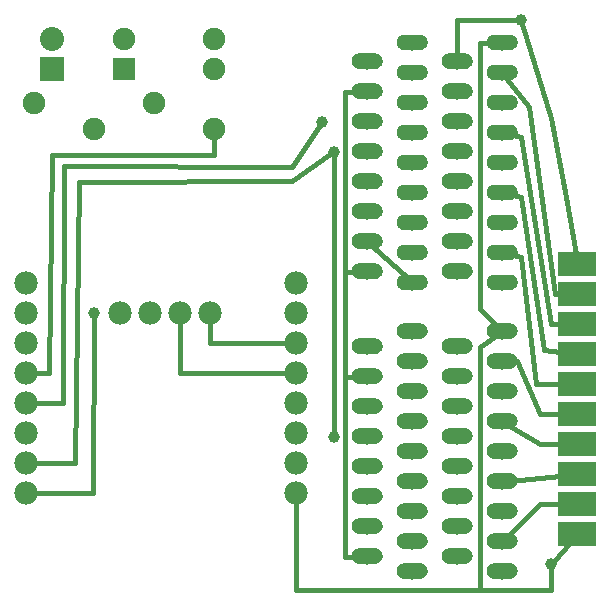
<source format=gtl>
G04 MADE WITH FRITZING*
G04 WWW.FRITZING.ORG*
G04 DOUBLE SIDED*
G04 HOLES PLATED*
G04 CONTOUR ON CENTER OF CONTOUR VECTOR*
%ASAXBY*%
%FSLAX23Y23*%
%MOIN*%
%OFA0B0*%
%SFA1.0B1.0*%
%ADD10C,0.075000*%
%ADD11C,0.077778*%
%ADD12C,0.039370*%
%ADD13C,0.080000*%
%ADD14C,0.052000*%
%ADD15C,0.078000*%
%ADD16R,0.075000X0.075000*%
%ADD17R,0.080000X0.080000*%
%ADD18R,0.127952X0.078740*%
%ADD19C,0.016000*%
%ADD20R,0.001000X0.001000*%
%LNCOPPER1*%
G90*
G70*
G54D10*
X381Y1773D03*
X681Y1773D03*
X381Y1873D03*
X681Y1873D03*
X381Y1773D03*
X681Y1773D03*
X381Y1873D03*
X681Y1873D03*
G54D11*
X56Y1061D03*
X56Y961D03*
X56Y861D03*
X56Y761D03*
X56Y661D03*
X56Y561D03*
X56Y461D03*
X56Y361D03*
X956Y361D03*
X956Y461D03*
X956Y561D03*
X956Y661D03*
X956Y761D03*
X956Y861D03*
X956Y961D03*
X956Y1061D03*
G54D12*
X1043Y1598D03*
X1081Y548D03*
X1081Y1498D03*
G54D13*
X143Y1773D03*
X143Y1873D03*
G54D12*
X281Y961D03*
X1806Y123D03*
X1706Y1936D03*
G54D10*
X81Y1661D03*
X481Y1661D03*
X81Y1661D03*
X481Y1661D03*
X281Y1573D03*
X681Y1573D03*
X281Y1573D03*
X681Y1573D03*
G54D14*
X1493Y148D03*
X1493Y248D03*
X1493Y348D03*
X1493Y448D03*
X1493Y548D03*
X1493Y648D03*
X1493Y748D03*
X1493Y848D03*
X1193Y848D03*
X1193Y748D03*
X1193Y648D03*
X1193Y548D03*
X1193Y448D03*
X1193Y348D03*
X1193Y248D03*
X1193Y148D03*
X1493Y148D03*
X1493Y248D03*
X1493Y348D03*
X1493Y448D03*
X1493Y548D03*
X1493Y648D03*
X1493Y748D03*
X1493Y848D03*
X1193Y848D03*
X1193Y748D03*
X1193Y648D03*
X1193Y548D03*
X1193Y448D03*
X1193Y348D03*
X1193Y248D03*
X1193Y148D03*
X1493Y1098D03*
X1493Y1198D03*
X1493Y1298D03*
X1493Y1398D03*
X1493Y1498D03*
X1493Y1598D03*
X1493Y1698D03*
X1493Y1798D03*
X1193Y1798D03*
X1193Y1698D03*
X1193Y1598D03*
X1193Y1498D03*
X1193Y1398D03*
X1193Y1298D03*
X1193Y1198D03*
X1193Y1098D03*
X1493Y1098D03*
X1493Y1198D03*
X1493Y1298D03*
X1493Y1398D03*
X1493Y1498D03*
X1493Y1598D03*
X1493Y1698D03*
X1493Y1798D03*
X1193Y1798D03*
X1193Y1698D03*
X1193Y1598D03*
X1193Y1498D03*
X1193Y1398D03*
X1193Y1298D03*
X1193Y1198D03*
X1193Y1098D03*
X1343Y1061D03*
X1343Y1161D03*
X1343Y1661D03*
X1343Y1761D03*
X1343Y1261D03*
X1343Y1361D03*
X1343Y1561D03*
X1343Y1461D03*
X1343Y1861D03*
X1643Y1861D03*
X1643Y1761D03*
X1643Y1661D03*
X1643Y1561D03*
X1643Y1461D03*
X1643Y1361D03*
X1643Y1261D03*
X1643Y1161D03*
X1643Y1061D03*
X1343Y1061D03*
X1343Y1161D03*
X1343Y1661D03*
X1343Y1761D03*
X1343Y1261D03*
X1343Y1361D03*
X1343Y1561D03*
X1343Y1461D03*
X1343Y1861D03*
X1643Y1861D03*
X1643Y1761D03*
X1643Y1661D03*
X1643Y1561D03*
X1643Y1461D03*
X1643Y1361D03*
X1643Y1261D03*
X1643Y1161D03*
X1643Y1061D03*
X1343Y1061D03*
X1343Y1161D03*
X1343Y1661D03*
X1343Y1761D03*
X1343Y1261D03*
X1343Y1361D03*
X1343Y1561D03*
X1343Y1461D03*
X1343Y1861D03*
X1643Y1861D03*
X1643Y1761D03*
X1643Y1661D03*
X1643Y1561D03*
X1643Y1461D03*
X1643Y1361D03*
X1643Y1261D03*
X1643Y1161D03*
X1643Y1061D03*
X1343Y98D03*
X1343Y198D03*
X1343Y698D03*
X1343Y798D03*
X1343Y298D03*
X1343Y398D03*
X1343Y598D03*
X1343Y498D03*
X1343Y898D03*
X1643Y898D03*
X1643Y798D03*
X1643Y698D03*
X1643Y598D03*
X1643Y498D03*
X1643Y398D03*
X1643Y298D03*
X1643Y198D03*
X1643Y98D03*
X1343Y98D03*
X1343Y198D03*
X1343Y698D03*
X1343Y798D03*
X1343Y298D03*
X1343Y398D03*
X1343Y598D03*
X1343Y498D03*
X1343Y898D03*
X1643Y898D03*
X1643Y798D03*
X1643Y698D03*
X1643Y598D03*
X1643Y498D03*
X1643Y398D03*
X1643Y298D03*
X1643Y198D03*
X1643Y98D03*
X1343Y98D03*
X1343Y198D03*
X1343Y698D03*
X1343Y798D03*
X1343Y298D03*
X1343Y398D03*
X1343Y598D03*
X1343Y498D03*
X1343Y898D03*
X1643Y898D03*
X1643Y798D03*
X1643Y698D03*
X1643Y598D03*
X1643Y498D03*
X1643Y398D03*
X1643Y298D03*
X1643Y198D03*
X1643Y98D03*
G54D15*
X368Y961D03*
X468Y961D03*
X568Y961D03*
X668Y961D03*
X368Y961D03*
X468Y961D03*
X568Y961D03*
X668Y961D03*
G54D16*
X381Y1773D03*
X381Y1773D03*
G54D17*
X143Y1773D03*
G54D18*
X1893Y1123D03*
X1893Y1023D03*
X1893Y923D03*
X1893Y823D03*
X1893Y723D03*
X1893Y623D03*
X1893Y523D03*
X1893Y423D03*
X1893Y323D03*
X1893Y223D03*
G54D19*
X1327Y1075D02*
X1209Y1184D01*
D02*
X1568Y1861D02*
X1622Y1861D01*
D02*
X1081Y562D02*
X1081Y1485D01*
D02*
X231Y1398D02*
X943Y1399D01*
D02*
X219Y461D02*
X231Y1398D01*
D02*
X79Y461D02*
X219Y461D01*
D02*
X943Y1399D02*
X1070Y1490D01*
D02*
X182Y1449D02*
X942Y1447D01*
D02*
X180Y661D02*
X182Y1449D01*
D02*
X79Y661D02*
X180Y661D01*
D02*
X942Y1447D02*
X1036Y1587D01*
D02*
X932Y761D02*
X568Y761D01*
D02*
X568Y761D02*
X568Y936D01*
D02*
X281Y947D02*
X280Y361D01*
D02*
X280Y361D02*
X79Y361D01*
D02*
X668Y936D02*
X668Y861D01*
D02*
X668Y861D02*
X932Y861D01*
D02*
X79Y761D02*
X131Y761D01*
D02*
X131Y761D02*
X143Y1485D01*
D02*
X143Y1485D02*
X681Y1485D01*
D02*
X681Y1485D02*
X681Y1550D01*
D02*
X1568Y1861D02*
X1568Y973D01*
D02*
X1568Y973D02*
X1628Y913D01*
D02*
X1568Y36D02*
X1568Y847D01*
D02*
X1568Y847D02*
X1625Y886D01*
D02*
X1864Y189D02*
X1818Y138D01*
D02*
X1805Y36D02*
X1806Y110D01*
D02*
X1568Y36D02*
X1805Y36D01*
D02*
X1835Y524D02*
X1768Y524D01*
D02*
X1768Y524D02*
X1662Y587D01*
D02*
X1805Y1610D02*
X1856Y1347D01*
D02*
X1710Y1923D02*
X1805Y1610D01*
D02*
X1493Y1820D02*
X1493Y1936D01*
D02*
X1493Y1936D02*
X1692Y1936D01*
D02*
X1856Y1347D02*
X1888Y1157D01*
D02*
X1835Y324D02*
X1768Y324D01*
D02*
X1768Y324D02*
X1662Y218D01*
D02*
X956Y332D02*
X956Y36D01*
D02*
X956Y36D02*
X1568Y36D01*
D02*
X1119Y1098D02*
X1166Y1098D01*
D02*
X1119Y1698D02*
X1119Y1098D01*
D02*
X1166Y1698D02*
X1119Y1698D01*
D02*
X1119Y747D02*
X1119Y1098D01*
D02*
X1119Y1098D02*
X1166Y1098D01*
D02*
X1166Y748D02*
X1119Y747D01*
D02*
X1119Y747D02*
X1119Y148D01*
D02*
X1166Y748D02*
X1119Y747D01*
D02*
X1756Y724D02*
X1835Y724D01*
D02*
X1705Y1147D02*
X1756Y724D01*
D02*
X1664Y1156D02*
X1705Y1147D01*
D02*
X1782Y836D02*
X1835Y830D01*
D02*
X1705Y1347D02*
X1782Y836D01*
D02*
X1664Y1356D02*
X1705Y1347D01*
D02*
X1693Y799D02*
X1670Y798D01*
D02*
X1768Y624D02*
X1693Y799D01*
D02*
X1835Y624D02*
X1768Y624D01*
D02*
X1835Y417D02*
X1670Y401D01*
D02*
X1805Y924D02*
X1835Y924D01*
D02*
X1705Y1547D02*
X1805Y924D01*
D02*
X1664Y1556D02*
X1705Y1547D01*
D02*
X1731Y1647D02*
X1656Y1744D01*
D02*
X1835Y1024D02*
X1819Y1024D01*
D02*
X1819Y1024D02*
X1731Y1647D01*
D02*
X1156Y148D02*
X1119Y148D01*
D02*
X1166Y148D02*
X1156Y148D01*
G54D20*
X1311Y1887D02*
X1374Y1887D01*
X1611Y1887D02*
X1674Y1887D01*
X1308Y1886D02*
X1377Y1886D01*
X1607Y1886D02*
X1677Y1886D01*
X1305Y1885D02*
X1379Y1885D01*
X1605Y1885D02*
X1679Y1885D01*
X1304Y1884D02*
X1381Y1884D01*
X1604Y1884D02*
X1681Y1884D01*
X1302Y1883D02*
X1383Y1883D01*
X1602Y1883D02*
X1683Y1883D01*
X1301Y1882D02*
X1384Y1882D01*
X1601Y1882D02*
X1684Y1882D01*
X1300Y1881D02*
X1385Y1881D01*
X1600Y1881D02*
X1685Y1881D01*
X1298Y1880D02*
X1386Y1880D01*
X1598Y1880D02*
X1686Y1880D01*
X1298Y1879D02*
X1387Y1879D01*
X1598Y1879D02*
X1687Y1879D01*
X1297Y1878D02*
X1388Y1878D01*
X1597Y1878D02*
X1688Y1878D01*
X1296Y1877D02*
X1337Y1877D01*
X1348Y1877D02*
X1389Y1877D01*
X1596Y1877D02*
X1637Y1877D01*
X1648Y1877D02*
X1689Y1877D01*
X1295Y1876D02*
X1335Y1876D01*
X1350Y1876D02*
X1390Y1876D01*
X1595Y1876D02*
X1635Y1876D01*
X1650Y1876D02*
X1690Y1876D01*
X1295Y1875D02*
X1333Y1875D01*
X1352Y1875D02*
X1390Y1875D01*
X1595Y1875D02*
X1633Y1875D01*
X1652Y1875D02*
X1690Y1875D01*
X1294Y1874D02*
X1332Y1874D01*
X1353Y1874D02*
X1391Y1874D01*
X1594Y1874D02*
X1632Y1874D01*
X1653Y1874D02*
X1691Y1874D01*
X1294Y1873D02*
X1331Y1873D01*
X1354Y1873D02*
X1391Y1873D01*
X1594Y1873D02*
X1631Y1873D01*
X1654Y1873D02*
X1691Y1873D01*
X1293Y1872D02*
X1330Y1872D01*
X1355Y1872D02*
X1392Y1872D01*
X1593Y1872D02*
X1630Y1872D01*
X1655Y1872D02*
X1692Y1872D01*
X1293Y1871D02*
X1329Y1871D01*
X1356Y1871D02*
X1392Y1871D01*
X1593Y1871D02*
X1629Y1871D01*
X1656Y1871D02*
X1692Y1871D01*
X1292Y1870D02*
X1328Y1870D01*
X1357Y1870D02*
X1393Y1870D01*
X1592Y1870D02*
X1628Y1870D01*
X1657Y1870D02*
X1693Y1870D01*
X1292Y1869D02*
X1328Y1869D01*
X1357Y1869D02*
X1393Y1869D01*
X1592Y1869D02*
X1628Y1869D01*
X1657Y1869D02*
X1693Y1869D01*
X1292Y1868D02*
X1327Y1868D01*
X1358Y1868D02*
X1393Y1868D01*
X1592Y1868D02*
X1627Y1868D01*
X1658Y1868D02*
X1693Y1868D01*
X1292Y1867D02*
X1327Y1867D01*
X1358Y1867D02*
X1393Y1867D01*
X1591Y1867D02*
X1627Y1867D01*
X1658Y1867D02*
X1693Y1867D01*
X1291Y1866D02*
X1327Y1866D01*
X1358Y1866D02*
X1394Y1866D01*
X1591Y1866D02*
X1627Y1866D01*
X1658Y1866D02*
X1694Y1866D01*
X1291Y1865D02*
X1326Y1865D01*
X1359Y1865D02*
X1394Y1865D01*
X1591Y1865D02*
X1626Y1865D01*
X1659Y1865D02*
X1694Y1865D01*
X1291Y1864D02*
X1326Y1864D01*
X1359Y1864D02*
X1394Y1864D01*
X1591Y1864D02*
X1626Y1864D01*
X1659Y1864D02*
X1694Y1864D01*
X1291Y1863D02*
X1326Y1863D01*
X1359Y1863D02*
X1394Y1863D01*
X1591Y1863D02*
X1626Y1863D01*
X1659Y1863D02*
X1694Y1863D01*
X1291Y1862D02*
X1326Y1862D01*
X1359Y1862D02*
X1394Y1862D01*
X1591Y1862D02*
X1626Y1862D01*
X1659Y1862D02*
X1694Y1862D01*
X1291Y1861D02*
X1326Y1861D01*
X1359Y1861D02*
X1394Y1861D01*
X1591Y1861D02*
X1626Y1861D01*
X1659Y1861D02*
X1694Y1861D01*
X1291Y1860D02*
X1326Y1860D01*
X1359Y1860D02*
X1394Y1860D01*
X1591Y1860D02*
X1626Y1860D01*
X1659Y1860D02*
X1694Y1860D01*
X1291Y1859D02*
X1326Y1859D01*
X1359Y1859D02*
X1394Y1859D01*
X1591Y1859D02*
X1626Y1859D01*
X1659Y1859D02*
X1694Y1859D01*
X1291Y1858D02*
X1326Y1858D01*
X1358Y1858D02*
X1394Y1858D01*
X1591Y1858D02*
X1626Y1858D01*
X1658Y1858D02*
X1694Y1858D01*
X1291Y1857D02*
X1327Y1857D01*
X1358Y1857D02*
X1393Y1857D01*
X1591Y1857D02*
X1627Y1857D01*
X1658Y1857D02*
X1693Y1857D01*
X1292Y1856D02*
X1327Y1856D01*
X1358Y1856D02*
X1393Y1856D01*
X1592Y1856D02*
X1627Y1856D01*
X1658Y1856D02*
X1693Y1856D01*
X1292Y1855D02*
X1328Y1855D01*
X1357Y1855D02*
X1393Y1855D01*
X1592Y1855D02*
X1627Y1855D01*
X1657Y1855D02*
X1693Y1855D01*
X1292Y1854D02*
X1328Y1854D01*
X1357Y1854D02*
X1393Y1854D01*
X1592Y1854D02*
X1628Y1854D01*
X1657Y1854D02*
X1693Y1854D01*
X1293Y1853D02*
X1329Y1853D01*
X1356Y1853D02*
X1392Y1853D01*
X1592Y1853D02*
X1629Y1853D01*
X1656Y1853D02*
X1692Y1853D01*
X1293Y1852D02*
X1329Y1852D01*
X1356Y1852D02*
X1392Y1852D01*
X1593Y1852D02*
X1629Y1852D01*
X1655Y1852D02*
X1692Y1852D01*
X1293Y1851D02*
X1330Y1851D01*
X1355Y1851D02*
X1392Y1851D01*
X1593Y1851D02*
X1630Y1851D01*
X1655Y1851D02*
X1691Y1851D01*
X1294Y1850D02*
X1331Y1850D01*
X1354Y1850D02*
X1391Y1850D01*
X1594Y1850D02*
X1631Y1850D01*
X1654Y1850D02*
X1691Y1850D01*
X1294Y1849D02*
X1332Y1849D01*
X1352Y1849D02*
X1390Y1849D01*
X1594Y1849D02*
X1632Y1849D01*
X1652Y1849D02*
X1690Y1849D01*
X1295Y1848D02*
X1334Y1848D01*
X1351Y1848D02*
X1390Y1848D01*
X1595Y1848D02*
X1634Y1848D01*
X1651Y1848D02*
X1690Y1848D01*
X1296Y1847D02*
X1336Y1847D01*
X1349Y1847D02*
X1389Y1847D01*
X1596Y1847D02*
X1636Y1847D01*
X1649Y1847D02*
X1689Y1847D01*
X1296Y1846D02*
X1340Y1846D01*
X1345Y1846D02*
X1388Y1846D01*
X1596Y1846D02*
X1640Y1846D01*
X1645Y1846D02*
X1688Y1846D01*
X1297Y1845D02*
X1388Y1845D01*
X1597Y1845D02*
X1688Y1845D01*
X1298Y1844D02*
X1387Y1844D01*
X1598Y1844D02*
X1687Y1844D01*
X1299Y1843D02*
X1386Y1843D01*
X1599Y1843D02*
X1686Y1843D01*
X1300Y1842D02*
X1385Y1842D01*
X1600Y1842D02*
X1685Y1842D01*
X1302Y1841D02*
X1383Y1841D01*
X1601Y1841D02*
X1683Y1841D01*
X1303Y1840D02*
X1382Y1840D01*
X1603Y1840D02*
X1682Y1840D01*
X1305Y1839D02*
X1380Y1839D01*
X1605Y1839D02*
X1680Y1839D01*
X1307Y1838D02*
X1378Y1838D01*
X1607Y1838D02*
X1678Y1838D01*
X1309Y1837D02*
X1376Y1837D01*
X1609Y1837D02*
X1676Y1837D01*
X1314Y1836D02*
X1371Y1836D01*
X1614Y1836D02*
X1671Y1836D01*
X1163Y1825D02*
X1222Y1825D01*
X1463Y1825D02*
X1522Y1825D01*
X1159Y1824D02*
X1226Y1824D01*
X1459Y1824D02*
X1526Y1824D01*
X1156Y1823D02*
X1229Y1823D01*
X1456Y1823D02*
X1529Y1823D01*
X1155Y1822D02*
X1230Y1822D01*
X1454Y1822D02*
X1530Y1822D01*
X1153Y1821D02*
X1232Y1821D01*
X1453Y1821D02*
X1532Y1821D01*
X1151Y1820D02*
X1234Y1820D01*
X1451Y1820D02*
X1533Y1820D01*
X1150Y1819D02*
X1235Y1819D01*
X1450Y1819D02*
X1535Y1819D01*
X1149Y1818D02*
X1236Y1818D01*
X1449Y1818D02*
X1536Y1818D01*
X1148Y1817D02*
X1237Y1817D01*
X1448Y1817D02*
X1537Y1817D01*
X1147Y1816D02*
X1238Y1816D01*
X1447Y1816D02*
X1538Y1816D01*
X1146Y1815D02*
X1189Y1815D01*
X1196Y1815D02*
X1239Y1815D01*
X1446Y1815D02*
X1489Y1815D01*
X1496Y1815D02*
X1539Y1815D01*
X1146Y1814D02*
X1186Y1814D01*
X1199Y1814D02*
X1239Y1814D01*
X1446Y1814D02*
X1486Y1814D01*
X1499Y1814D02*
X1539Y1814D01*
X1145Y1813D02*
X1184Y1813D01*
X1201Y1813D02*
X1240Y1813D01*
X1445Y1813D02*
X1484Y1813D01*
X1501Y1813D02*
X1540Y1813D01*
X1144Y1812D02*
X1182Y1812D01*
X1203Y1812D02*
X1241Y1812D01*
X1444Y1812D02*
X1482Y1812D01*
X1503Y1812D02*
X1540Y1812D01*
X1144Y1811D02*
X1181Y1811D01*
X1204Y1811D02*
X1241Y1811D01*
X1444Y1811D02*
X1481Y1811D01*
X1504Y1811D02*
X1541Y1811D01*
X1143Y1810D02*
X1180Y1810D01*
X1205Y1810D02*
X1242Y1810D01*
X1443Y1810D02*
X1480Y1810D01*
X1505Y1810D02*
X1542Y1810D01*
X1143Y1809D02*
X1179Y1809D01*
X1206Y1809D02*
X1242Y1809D01*
X1443Y1809D02*
X1479Y1809D01*
X1506Y1809D02*
X1542Y1809D01*
X1143Y1808D02*
X1179Y1808D01*
X1206Y1808D02*
X1242Y1808D01*
X1442Y1808D02*
X1479Y1808D01*
X1506Y1808D02*
X1542Y1808D01*
X1142Y1807D02*
X1178Y1807D01*
X1207Y1807D02*
X1243Y1807D01*
X1442Y1807D02*
X1478Y1807D01*
X1507Y1807D02*
X1543Y1807D01*
X1142Y1806D02*
X1178Y1806D01*
X1207Y1806D02*
X1243Y1806D01*
X1442Y1806D02*
X1477Y1806D01*
X1507Y1806D02*
X1543Y1806D01*
X1142Y1805D02*
X1177Y1805D01*
X1208Y1805D02*
X1243Y1805D01*
X1442Y1805D02*
X1477Y1805D01*
X1508Y1805D02*
X1543Y1805D01*
X1141Y1804D02*
X1177Y1804D01*
X1208Y1804D02*
X1244Y1804D01*
X1441Y1804D02*
X1477Y1804D01*
X1508Y1804D02*
X1543Y1804D01*
X1141Y1803D02*
X1176Y1803D01*
X1209Y1803D02*
X1244Y1803D01*
X1441Y1803D02*
X1476Y1803D01*
X1508Y1803D02*
X1544Y1803D01*
X1141Y1802D02*
X1176Y1802D01*
X1209Y1802D02*
X1244Y1802D01*
X1441Y1802D02*
X1476Y1802D01*
X1509Y1802D02*
X1544Y1802D01*
X1141Y1801D02*
X1176Y1801D01*
X1209Y1801D02*
X1244Y1801D01*
X1441Y1801D02*
X1476Y1801D01*
X1509Y1801D02*
X1544Y1801D01*
X1141Y1800D02*
X1176Y1800D01*
X1209Y1800D02*
X1244Y1800D01*
X1441Y1800D02*
X1476Y1800D01*
X1509Y1800D02*
X1544Y1800D01*
X1141Y1799D02*
X1176Y1799D01*
X1209Y1799D02*
X1244Y1799D01*
X1441Y1799D02*
X1476Y1799D01*
X1509Y1799D02*
X1544Y1799D01*
X1141Y1798D02*
X1176Y1798D01*
X1209Y1798D02*
X1244Y1798D01*
X1441Y1798D02*
X1476Y1798D01*
X1509Y1798D02*
X1544Y1798D01*
X1141Y1797D02*
X1176Y1797D01*
X1209Y1797D02*
X1244Y1797D01*
X1441Y1797D02*
X1476Y1797D01*
X1509Y1797D02*
X1544Y1797D01*
X1141Y1796D02*
X1176Y1796D01*
X1209Y1796D02*
X1244Y1796D01*
X1441Y1796D02*
X1476Y1796D01*
X1509Y1796D02*
X1544Y1796D01*
X1141Y1795D02*
X1177Y1795D01*
X1208Y1795D02*
X1244Y1795D01*
X1441Y1795D02*
X1477Y1795D01*
X1508Y1795D02*
X1544Y1795D01*
X1142Y1794D02*
X1177Y1794D01*
X1208Y1794D02*
X1243Y1794D01*
X1441Y1794D02*
X1477Y1794D01*
X1508Y1794D02*
X1543Y1794D01*
X1142Y1793D02*
X1177Y1793D01*
X1208Y1793D02*
X1243Y1793D01*
X1442Y1793D02*
X1477Y1793D01*
X1508Y1793D02*
X1543Y1793D01*
X1142Y1792D02*
X1178Y1792D01*
X1207Y1792D02*
X1243Y1792D01*
X1442Y1792D02*
X1478Y1792D01*
X1507Y1792D02*
X1543Y1792D01*
X1142Y1791D02*
X1178Y1791D01*
X1207Y1791D02*
X1243Y1791D01*
X1442Y1791D02*
X1478Y1791D01*
X1507Y1791D02*
X1543Y1791D01*
X1143Y1790D02*
X1179Y1790D01*
X1206Y1790D02*
X1242Y1790D01*
X1443Y1790D02*
X1479Y1790D01*
X1506Y1790D02*
X1542Y1790D01*
X1143Y1789D02*
X1180Y1789D01*
X1205Y1789D02*
X1242Y1789D01*
X1443Y1789D02*
X1480Y1789D01*
X1505Y1789D02*
X1542Y1789D01*
X1144Y1788D02*
X1181Y1788D01*
X1204Y1788D02*
X1241Y1788D01*
X1444Y1788D02*
X1481Y1788D01*
X1504Y1788D02*
X1541Y1788D01*
X1144Y1787D02*
X1182Y1787D01*
X1203Y1787D02*
X1241Y1787D01*
X1311Y1787D02*
X1374Y1787D01*
X1444Y1787D02*
X1482Y1787D01*
X1503Y1787D02*
X1541Y1787D01*
X1611Y1787D02*
X1674Y1787D01*
X1145Y1786D02*
X1183Y1786D01*
X1202Y1786D02*
X1240Y1786D01*
X1307Y1786D02*
X1377Y1786D01*
X1445Y1786D02*
X1483Y1786D01*
X1502Y1786D02*
X1540Y1786D01*
X1607Y1786D02*
X1677Y1786D01*
X1145Y1785D02*
X1185Y1785D01*
X1200Y1785D02*
X1240Y1785D01*
X1305Y1785D02*
X1379Y1785D01*
X1445Y1785D02*
X1485Y1785D01*
X1500Y1785D02*
X1540Y1785D01*
X1605Y1785D02*
X1679Y1785D01*
X1146Y1784D02*
X1188Y1784D01*
X1197Y1784D02*
X1239Y1784D01*
X1304Y1784D02*
X1381Y1784D01*
X1446Y1784D02*
X1488Y1784D01*
X1497Y1784D02*
X1539Y1784D01*
X1604Y1784D02*
X1681Y1784D01*
X1147Y1783D02*
X1238Y1783D01*
X1302Y1783D02*
X1383Y1783D01*
X1447Y1783D02*
X1538Y1783D01*
X1602Y1783D02*
X1683Y1783D01*
X1148Y1782D02*
X1237Y1782D01*
X1301Y1782D02*
X1384Y1782D01*
X1448Y1782D02*
X1537Y1782D01*
X1601Y1782D02*
X1684Y1782D01*
X1149Y1781D02*
X1236Y1781D01*
X1300Y1781D02*
X1385Y1781D01*
X1449Y1781D02*
X1536Y1781D01*
X1599Y1781D02*
X1685Y1781D01*
X1150Y1780D02*
X1235Y1780D01*
X1298Y1780D02*
X1386Y1780D01*
X1450Y1780D02*
X1535Y1780D01*
X1598Y1780D02*
X1686Y1780D01*
X1151Y1779D02*
X1234Y1779D01*
X1298Y1779D02*
X1387Y1779D01*
X1451Y1779D02*
X1534Y1779D01*
X1598Y1779D02*
X1687Y1779D01*
X1152Y1778D02*
X1233Y1778D01*
X1297Y1778D02*
X1388Y1778D01*
X1452Y1778D02*
X1533Y1778D01*
X1597Y1778D02*
X1688Y1778D01*
X1154Y1777D02*
X1231Y1777D01*
X1296Y1777D02*
X1337Y1777D01*
X1348Y1777D02*
X1389Y1777D01*
X1454Y1777D02*
X1531Y1777D01*
X1596Y1777D02*
X1637Y1777D01*
X1648Y1777D02*
X1689Y1777D01*
X1156Y1776D02*
X1229Y1776D01*
X1295Y1776D02*
X1335Y1776D01*
X1350Y1776D02*
X1390Y1776D01*
X1456Y1776D02*
X1529Y1776D01*
X1595Y1776D02*
X1635Y1776D01*
X1650Y1776D02*
X1690Y1776D01*
X1158Y1775D02*
X1227Y1775D01*
X1295Y1775D02*
X1333Y1775D01*
X1352Y1775D02*
X1390Y1775D01*
X1458Y1775D02*
X1527Y1775D01*
X1595Y1775D02*
X1633Y1775D01*
X1652Y1775D02*
X1690Y1775D01*
X1161Y1774D02*
X1224Y1774D01*
X1294Y1774D02*
X1332Y1774D01*
X1353Y1774D02*
X1391Y1774D01*
X1461Y1774D02*
X1524Y1774D01*
X1594Y1774D02*
X1632Y1774D01*
X1653Y1774D02*
X1691Y1774D01*
X1294Y1773D02*
X1331Y1773D01*
X1354Y1773D02*
X1391Y1773D01*
X1594Y1773D02*
X1630Y1773D01*
X1654Y1773D02*
X1691Y1773D01*
X1293Y1772D02*
X1330Y1772D01*
X1355Y1772D02*
X1392Y1772D01*
X1593Y1772D02*
X1630Y1772D01*
X1655Y1772D02*
X1692Y1772D01*
X1293Y1771D02*
X1329Y1771D01*
X1356Y1771D02*
X1392Y1771D01*
X1593Y1771D02*
X1629Y1771D01*
X1656Y1771D02*
X1692Y1771D01*
X1292Y1770D02*
X1328Y1770D01*
X1357Y1770D02*
X1393Y1770D01*
X1592Y1770D02*
X1628Y1770D01*
X1657Y1770D02*
X1693Y1770D01*
X1292Y1769D02*
X1328Y1769D01*
X1357Y1769D02*
X1393Y1769D01*
X1592Y1769D02*
X1628Y1769D01*
X1657Y1769D02*
X1693Y1769D01*
X1292Y1768D02*
X1327Y1768D01*
X1358Y1768D02*
X1393Y1768D01*
X1592Y1768D02*
X1627Y1768D01*
X1658Y1768D02*
X1693Y1768D01*
X1292Y1767D02*
X1327Y1767D01*
X1358Y1767D02*
X1393Y1767D01*
X1591Y1767D02*
X1627Y1767D01*
X1658Y1767D02*
X1693Y1767D01*
X1291Y1766D02*
X1327Y1766D01*
X1358Y1766D02*
X1394Y1766D01*
X1591Y1766D02*
X1627Y1766D01*
X1658Y1766D02*
X1694Y1766D01*
X1291Y1765D02*
X1326Y1765D01*
X1359Y1765D02*
X1394Y1765D01*
X1591Y1765D02*
X1626Y1765D01*
X1659Y1765D02*
X1694Y1765D01*
X1291Y1764D02*
X1326Y1764D01*
X1359Y1764D02*
X1394Y1764D01*
X1591Y1764D02*
X1626Y1764D01*
X1659Y1764D02*
X1694Y1764D01*
X1291Y1763D02*
X1326Y1763D01*
X1359Y1763D02*
X1394Y1763D01*
X1591Y1763D02*
X1626Y1763D01*
X1659Y1763D02*
X1694Y1763D01*
X1291Y1762D02*
X1326Y1762D01*
X1359Y1762D02*
X1394Y1762D01*
X1591Y1762D02*
X1626Y1762D01*
X1659Y1762D02*
X1694Y1762D01*
X1291Y1761D02*
X1326Y1761D01*
X1359Y1761D02*
X1394Y1761D01*
X1591Y1761D02*
X1626Y1761D01*
X1659Y1761D02*
X1694Y1761D01*
X1291Y1760D02*
X1326Y1760D01*
X1359Y1760D02*
X1394Y1760D01*
X1591Y1760D02*
X1626Y1760D01*
X1659Y1760D02*
X1694Y1760D01*
X1291Y1759D02*
X1326Y1759D01*
X1359Y1759D02*
X1394Y1759D01*
X1591Y1759D02*
X1626Y1759D01*
X1659Y1759D02*
X1694Y1759D01*
X1291Y1758D02*
X1326Y1758D01*
X1358Y1758D02*
X1394Y1758D01*
X1591Y1758D02*
X1626Y1758D01*
X1658Y1758D02*
X1694Y1758D01*
X1291Y1757D02*
X1327Y1757D01*
X1358Y1757D02*
X1393Y1757D01*
X1591Y1757D02*
X1627Y1757D01*
X1658Y1757D02*
X1693Y1757D01*
X1292Y1756D02*
X1327Y1756D01*
X1358Y1756D02*
X1393Y1756D01*
X1592Y1756D02*
X1627Y1756D01*
X1658Y1756D02*
X1693Y1756D01*
X1292Y1755D02*
X1328Y1755D01*
X1357Y1755D02*
X1393Y1755D01*
X1592Y1755D02*
X1627Y1755D01*
X1657Y1755D02*
X1693Y1755D01*
X1292Y1754D02*
X1328Y1754D01*
X1357Y1754D02*
X1393Y1754D01*
X1592Y1754D02*
X1628Y1754D01*
X1657Y1754D02*
X1693Y1754D01*
X1293Y1753D02*
X1329Y1753D01*
X1356Y1753D02*
X1392Y1753D01*
X1592Y1753D02*
X1629Y1753D01*
X1656Y1753D02*
X1692Y1753D01*
X1293Y1752D02*
X1329Y1752D01*
X1356Y1752D02*
X1392Y1752D01*
X1593Y1752D02*
X1629Y1752D01*
X1655Y1752D02*
X1692Y1752D01*
X1293Y1751D02*
X1330Y1751D01*
X1355Y1751D02*
X1392Y1751D01*
X1593Y1751D02*
X1630Y1751D01*
X1655Y1751D02*
X1691Y1751D01*
X1294Y1750D02*
X1331Y1750D01*
X1354Y1750D02*
X1391Y1750D01*
X1594Y1750D02*
X1631Y1750D01*
X1654Y1750D02*
X1691Y1750D01*
X1294Y1749D02*
X1332Y1749D01*
X1352Y1749D02*
X1390Y1749D01*
X1594Y1749D02*
X1632Y1749D01*
X1652Y1749D02*
X1690Y1749D01*
X1295Y1748D02*
X1334Y1748D01*
X1351Y1748D02*
X1390Y1748D01*
X1595Y1748D02*
X1634Y1748D01*
X1651Y1748D02*
X1690Y1748D01*
X1296Y1747D02*
X1336Y1747D01*
X1349Y1747D02*
X1389Y1747D01*
X1596Y1747D02*
X1636Y1747D01*
X1649Y1747D02*
X1689Y1747D01*
X1296Y1746D02*
X1340Y1746D01*
X1345Y1746D02*
X1388Y1746D01*
X1596Y1746D02*
X1640Y1746D01*
X1645Y1746D02*
X1688Y1746D01*
X1297Y1745D02*
X1388Y1745D01*
X1597Y1745D02*
X1688Y1745D01*
X1298Y1744D02*
X1387Y1744D01*
X1598Y1744D02*
X1687Y1744D01*
X1299Y1743D02*
X1386Y1743D01*
X1599Y1743D02*
X1686Y1743D01*
X1300Y1742D02*
X1385Y1742D01*
X1600Y1742D02*
X1685Y1742D01*
X1302Y1741D02*
X1383Y1741D01*
X1601Y1741D02*
X1683Y1741D01*
X1303Y1740D02*
X1382Y1740D01*
X1603Y1740D02*
X1682Y1740D01*
X1305Y1739D02*
X1380Y1739D01*
X1605Y1739D02*
X1680Y1739D01*
X1307Y1738D02*
X1378Y1738D01*
X1607Y1738D02*
X1678Y1738D01*
X1309Y1737D02*
X1376Y1737D01*
X1609Y1737D02*
X1676Y1737D01*
X1314Y1736D02*
X1371Y1736D01*
X1614Y1736D02*
X1671Y1736D01*
X1163Y1725D02*
X1222Y1725D01*
X1463Y1725D02*
X1522Y1725D01*
X1159Y1724D02*
X1226Y1724D01*
X1459Y1724D02*
X1526Y1724D01*
X1156Y1723D02*
X1229Y1723D01*
X1456Y1723D02*
X1529Y1723D01*
X1155Y1722D02*
X1230Y1722D01*
X1454Y1722D02*
X1530Y1722D01*
X1153Y1721D02*
X1232Y1721D01*
X1453Y1721D02*
X1532Y1721D01*
X1151Y1720D02*
X1234Y1720D01*
X1451Y1720D02*
X1534Y1720D01*
X1150Y1719D02*
X1235Y1719D01*
X1450Y1719D02*
X1535Y1719D01*
X1149Y1718D02*
X1236Y1718D01*
X1449Y1718D02*
X1536Y1718D01*
X1148Y1717D02*
X1237Y1717D01*
X1448Y1717D02*
X1537Y1717D01*
X1147Y1716D02*
X1238Y1716D01*
X1447Y1716D02*
X1538Y1716D01*
X1146Y1715D02*
X1189Y1715D01*
X1196Y1715D02*
X1239Y1715D01*
X1446Y1715D02*
X1489Y1715D01*
X1496Y1715D02*
X1539Y1715D01*
X1146Y1714D02*
X1186Y1714D01*
X1199Y1714D02*
X1239Y1714D01*
X1446Y1714D02*
X1486Y1714D01*
X1499Y1714D02*
X1539Y1714D01*
X1145Y1713D02*
X1184Y1713D01*
X1201Y1713D02*
X1240Y1713D01*
X1445Y1713D02*
X1484Y1713D01*
X1501Y1713D02*
X1540Y1713D01*
X1144Y1712D02*
X1182Y1712D01*
X1203Y1712D02*
X1241Y1712D01*
X1444Y1712D02*
X1482Y1712D01*
X1503Y1712D02*
X1540Y1712D01*
X1144Y1711D02*
X1181Y1711D01*
X1204Y1711D02*
X1241Y1711D01*
X1444Y1711D02*
X1481Y1711D01*
X1504Y1711D02*
X1541Y1711D01*
X1143Y1710D02*
X1180Y1710D01*
X1205Y1710D02*
X1242Y1710D01*
X1443Y1710D02*
X1480Y1710D01*
X1505Y1710D02*
X1542Y1710D01*
X1143Y1709D02*
X1179Y1709D01*
X1206Y1709D02*
X1242Y1709D01*
X1443Y1709D02*
X1479Y1709D01*
X1506Y1709D02*
X1542Y1709D01*
X1143Y1708D02*
X1179Y1708D01*
X1206Y1708D02*
X1242Y1708D01*
X1442Y1708D02*
X1479Y1708D01*
X1506Y1708D02*
X1542Y1708D01*
X1142Y1707D02*
X1178Y1707D01*
X1207Y1707D02*
X1243Y1707D01*
X1442Y1707D02*
X1478Y1707D01*
X1507Y1707D02*
X1543Y1707D01*
X1142Y1706D02*
X1178Y1706D01*
X1208Y1706D02*
X1243Y1706D01*
X1442Y1706D02*
X1477Y1706D01*
X1507Y1706D02*
X1543Y1706D01*
X1142Y1705D02*
X1177Y1705D01*
X1208Y1705D02*
X1243Y1705D01*
X1442Y1705D02*
X1477Y1705D01*
X1508Y1705D02*
X1543Y1705D01*
X1141Y1704D02*
X1177Y1704D01*
X1208Y1704D02*
X1244Y1704D01*
X1441Y1704D02*
X1477Y1704D01*
X1508Y1704D02*
X1543Y1704D01*
X1141Y1703D02*
X1176Y1703D01*
X1209Y1703D02*
X1244Y1703D01*
X1441Y1703D02*
X1476Y1703D01*
X1508Y1703D02*
X1544Y1703D01*
X1141Y1702D02*
X1176Y1702D01*
X1209Y1702D02*
X1244Y1702D01*
X1441Y1702D02*
X1476Y1702D01*
X1509Y1702D02*
X1544Y1702D01*
X1141Y1701D02*
X1176Y1701D01*
X1209Y1701D02*
X1244Y1701D01*
X1441Y1701D02*
X1476Y1701D01*
X1509Y1701D02*
X1544Y1701D01*
X1141Y1700D02*
X1176Y1700D01*
X1209Y1700D02*
X1244Y1700D01*
X1441Y1700D02*
X1476Y1700D01*
X1509Y1700D02*
X1544Y1700D01*
X1141Y1699D02*
X1176Y1699D01*
X1209Y1699D02*
X1244Y1699D01*
X1441Y1699D02*
X1476Y1699D01*
X1509Y1699D02*
X1544Y1699D01*
X1141Y1698D02*
X1176Y1698D01*
X1209Y1698D02*
X1244Y1698D01*
X1441Y1698D02*
X1476Y1698D01*
X1509Y1698D02*
X1544Y1698D01*
X1141Y1697D02*
X1176Y1697D01*
X1209Y1697D02*
X1244Y1697D01*
X1441Y1697D02*
X1476Y1697D01*
X1509Y1697D02*
X1544Y1697D01*
X1141Y1696D02*
X1176Y1696D01*
X1209Y1696D02*
X1244Y1696D01*
X1441Y1696D02*
X1476Y1696D01*
X1509Y1696D02*
X1544Y1696D01*
X1141Y1695D02*
X1177Y1695D01*
X1208Y1695D02*
X1244Y1695D01*
X1441Y1695D02*
X1477Y1695D01*
X1508Y1695D02*
X1544Y1695D01*
X1142Y1694D02*
X1177Y1694D01*
X1208Y1694D02*
X1243Y1694D01*
X1441Y1694D02*
X1477Y1694D01*
X1508Y1694D02*
X1543Y1694D01*
X1142Y1693D02*
X1177Y1693D01*
X1208Y1693D02*
X1243Y1693D01*
X1442Y1693D02*
X1477Y1693D01*
X1508Y1693D02*
X1543Y1693D01*
X1142Y1692D02*
X1178Y1692D01*
X1207Y1692D02*
X1243Y1692D01*
X1442Y1692D02*
X1478Y1692D01*
X1507Y1692D02*
X1543Y1692D01*
X1142Y1691D02*
X1178Y1691D01*
X1207Y1691D02*
X1243Y1691D01*
X1442Y1691D02*
X1478Y1691D01*
X1507Y1691D02*
X1543Y1691D01*
X1143Y1690D02*
X1179Y1690D01*
X1206Y1690D02*
X1242Y1690D01*
X1443Y1690D02*
X1479Y1690D01*
X1506Y1690D02*
X1542Y1690D01*
X1143Y1689D02*
X1180Y1689D01*
X1205Y1689D02*
X1242Y1689D01*
X1443Y1689D02*
X1480Y1689D01*
X1505Y1689D02*
X1542Y1689D01*
X1144Y1688D02*
X1181Y1688D01*
X1204Y1688D02*
X1241Y1688D01*
X1444Y1688D02*
X1481Y1688D01*
X1504Y1688D02*
X1541Y1688D01*
X1144Y1687D02*
X1182Y1687D01*
X1203Y1687D02*
X1241Y1687D01*
X1311Y1687D02*
X1374Y1687D01*
X1444Y1687D02*
X1482Y1687D01*
X1503Y1687D02*
X1541Y1687D01*
X1610Y1687D02*
X1674Y1687D01*
X1145Y1686D02*
X1183Y1686D01*
X1202Y1686D02*
X1240Y1686D01*
X1307Y1686D02*
X1378Y1686D01*
X1445Y1686D02*
X1483Y1686D01*
X1502Y1686D02*
X1540Y1686D01*
X1607Y1686D02*
X1677Y1686D01*
X1145Y1685D02*
X1185Y1685D01*
X1200Y1685D02*
X1240Y1685D01*
X1305Y1685D02*
X1380Y1685D01*
X1445Y1685D02*
X1485Y1685D01*
X1500Y1685D02*
X1540Y1685D01*
X1605Y1685D02*
X1679Y1685D01*
X1146Y1684D02*
X1188Y1684D01*
X1197Y1684D02*
X1239Y1684D01*
X1304Y1684D02*
X1381Y1684D01*
X1446Y1684D02*
X1488Y1684D01*
X1497Y1684D02*
X1539Y1684D01*
X1603Y1684D02*
X1681Y1684D01*
X1147Y1683D02*
X1238Y1683D01*
X1302Y1683D02*
X1383Y1683D01*
X1447Y1683D02*
X1538Y1683D01*
X1602Y1683D02*
X1683Y1683D01*
X1148Y1682D02*
X1237Y1682D01*
X1301Y1682D02*
X1384Y1682D01*
X1448Y1682D02*
X1537Y1682D01*
X1601Y1682D02*
X1684Y1682D01*
X1149Y1681D02*
X1236Y1681D01*
X1300Y1681D02*
X1385Y1681D01*
X1449Y1681D02*
X1536Y1681D01*
X1599Y1681D02*
X1685Y1681D01*
X1150Y1680D02*
X1235Y1680D01*
X1298Y1680D02*
X1387Y1680D01*
X1450Y1680D02*
X1535Y1680D01*
X1598Y1680D02*
X1686Y1680D01*
X1151Y1679D02*
X1234Y1679D01*
X1298Y1679D02*
X1387Y1679D01*
X1451Y1679D02*
X1534Y1679D01*
X1598Y1679D02*
X1687Y1679D01*
X1152Y1678D02*
X1233Y1678D01*
X1297Y1678D02*
X1388Y1678D01*
X1452Y1678D02*
X1533Y1678D01*
X1597Y1678D02*
X1688Y1678D01*
X1154Y1677D02*
X1231Y1677D01*
X1296Y1677D02*
X1337Y1677D01*
X1348Y1677D02*
X1389Y1677D01*
X1454Y1677D02*
X1531Y1677D01*
X1596Y1677D02*
X1637Y1677D01*
X1648Y1677D02*
X1689Y1677D01*
X1156Y1676D02*
X1229Y1676D01*
X1295Y1676D02*
X1335Y1676D01*
X1350Y1676D02*
X1390Y1676D01*
X1456Y1676D02*
X1529Y1676D01*
X1595Y1676D02*
X1635Y1676D01*
X1650Y1676D02*
X1690Y1676D01*
X1158Y1675D02*
X1227Y1675D01*
X1295Y1675D02*
X1333Y1675D01*
X1352Y1675D02*
X1390Y1675D01*
X1458Y1675D02*
X1527Y1675D01*
X1595Y1675D02*
X1633Y1675D01*
X1652Y1675D02*
X1690Y1675D01*
X1161Y1674D02*
X1224Y1674D01*
X1294Y1674D02*
X1332Y1674D01*
X1353Y1674D02*
X1391Y1674D01*
X1461Y1674D02*
X1524Y1674D01*
X1594Y1674D02*
X1632Y1674D01*
X1653Y1674D02*
X1691Y1674D01*
X1294Y1673D02*
X1331Y1673D01*
X1354Y1673D02*
X1391Y1673D01*
X1594Y1673D02*
X1630Y1673D01*
X1654Y1673D02*
X1691Y1673D01*
X1293Y1672D02*
X1330Y1672D01*
X1355Y1672D02*
X1392Y1672D01*
X1593Y1672D02*
X1630Y1672D01*
X1655Y1672D02*
X1692Y1672D01*
X1293Y1671D02*
X1329Y1671D01*
X1356Y1671D02*
X1392Y1671D01*
X1593Y1671D02*
X1629Y1671D01*
X1656Y1671D02*
X1692Y1671D01*
X1292Y1670D02*
X1328Y1670D01*
X1357Y1670D02*
X1393Y1670D01*
X1592Y1670D02*
X1628Y1670D01*
X1657Y1670D02*
X1693Y1670D01*
X1292Y1669D02*
X1328Y1669D01*
X1357Y1669D02*
X1393Y1669D01*
X1592Y1669D02*
X1628Y1669D01*
X1657Y1669D02*
X1693Y1669D01*
X1292Y1668D02*
X1327Y1668D01*
X1358Y1668D02*
X1393Y1668D01*
X1592Y1668D02*
X1627Y1668D01*
X1658Y1668D02*
X1693Y1668D01*
X1292Y1667D02*
X1327Y1667D01*
X1358Y1667D02*
X1393Y1667D01*
X1591Y1667D02*
X1627Y1667D01*
X1658Y1667D02*
X1693Y1667D01*
X1291Y1666D02*
X1327Y1666D01*
X1358Y1666D02*
X1394Y1666D01*
X1591Y1666D02*
X1627Y1666D01*
X1658Y1666D02*
X1694Y1666D01*
X1291Y1665D02*
X1326Y1665D01*
X1359Y1665D02*
X1394Y1665D01*
X1591Y1665D02*
X1626Y1665D01*
X1659Y1665D02*
X1694Y1665D01*
X1291Y1664D02*
X1326Y1664D01*
X1359Y1664D02*
X1394Y1664D01*
X1591Y1664D02*
X1626Y1664D01*
X1659Y1664D02*
X1694Y1664D01*
X1291Y1663D02*
X1326Y1663D01*
X1359Y1663D02*
X1394Y1663D01*
X1591Y1663D02*
X1626Y1663D01*
X1659Y1663D02*
X1694Y1663D01*
X1291Y1662D02*
X1326Y1662D01*
X1359Y1662D02*
X1394Y1662D01*
X1591Y1662D02*
X1626Y1662D01*
X1659Y1662D02*
X1694Y1662D01*
X1291Y1661D02*
X1326Y1661D01*
X1359Y1661D02*
X1394Y1661D01*
X1591Y1661D02*
X1626Y1661D01*
X1659Y1661D02*
X1694Y1661D01*
X1291Y1660D02*
X1326Y1660D01*
X1359Y1660D02*
X1394Y1660D01*
X1591Y1660D02*
X1626Y1660D01*
X1659Y1660D02*
X1694Y1660D01*
X1291Y1659D02*
X1326Y1659D01*
X1359Y1659D02*
X1394Y1659D01*
X1591Y1659D02*
X1626Y1659D01*
X1659Y1659D02*
X1694Y1659D01*
X1291Y1658D02*
X1326Y1658D01*
X1358Y1658D02*
X1394Y1658D01*
X1591Y1658D02*
X1626Y1658D01*
X1658Y1658D02*
X1694Y1658D01*
X1291Y1657D02*
X1327Y1657D01*
X1358Y1657D02*
X1393Y1657D01*
X1591Y1657D02*
X1627Y1657D01*
X1658Y1657D02*
X1693Y1657D01*
X1292Y1656D02*
X1327Y1656D01*
X1358Y1656D02*
X1393Y1656D01*
X1592Y1656D02*
X1627Y1656D01*
X1658Y1656D02*
X1693Y1656D01*
X1292Y1655D02*
X1328Y1655D01*
X1357Y1655D02*
X1393Y1655D01*
X1592Y1655D02*
X1627Y1655D01*
X1657Y1655D02*
X1693Y1655D01*
X1292Y1654D02*
X1328Y1654D01*
X1357Y1654D02*
X1393Y1654D01*
X1592Y1654D02*
X1628Y1654D01*
X1657Y1654D02*
X1693Y1654D01*
X1293Y1653D02*
X1329Y1653D01*
X1356Y1653D02*
X1392Y1653D01*
X1592Y1653D02*
X1629Y1653D01*
X1656Y1653D02*
X1692Y1653D01*
X1293Y1652D02*
X1329Y1652D01*
X1355Y1652D02*
X1392Y1652D01*
X1593Y1652D02*
X1629Y1652D01*
X1655Y1652D02*
X1692Y1652D01*
X1293Y1651D02*
X1330Y1651D01*
X1355Y1651D02*
X1392Y1651D01*
X1593Y1651D02*
X1630Y1651D01*
X1655Y1651D02*
X1691Y1651D01*
X1294Y1650D02*
X1331Y1650D01*
X1354Y1650D02*
X1391Y1650D01*
X1594Y1650D02*
X1631Y1650D01*
X1654Y1650D02*
X1691Y1650D01*
X1295Y1649D02*
X1333Y1649D01*
X1352Y1649D02*
X1390Y1649D01*
X1594Y1649D02*
X1632Y1649D01*
X1652Y1649D02*
X1690Y1649D01*
X1295Y1648D02*
X1334Y1648D01*
X1351Y1648D02*
X1390Y1648D01*
X1595Y1648D02*
X1634Y1648D01*
X1651Y1648D02*
X1690Y1648D01*
X1296Y1647D02*
X1336Y1647D01*
X1349Y1647D02*
X1389Y1647D01*
X1596Y1647D02*
X1636Y1647D01*
X1649Y1647D02*
X1689Y1647D01*
X1297Y1646D02*
X1340Y1646D01*
X1344Y1646D02*
X1388Y1646D01*
X1596Y1646D02*
X1640Y1646D01*
X1644Y1646D02*
X1688Y1646D01*
X1297Y1645D02*
X1388Y1645D01*
X1597Y1645D02*
X1688Y1645D01*
X1298Y1644D02*
X1387Y1644D01*
X1598Y1644D02*
X1687Y1644D01*
X1299Y1643D02*
X1386Y1643D01*
X1599Y1643D02*
X1686Y1643D01*
X1300Y1642D02*
X1385Y1642D01*
X1600Y1642D02*
X1684Y1642D01*
X1302Y1641D02*
X1383Y1641D01*
X1601Y1641D02*
X1683Y1641D01*
X1303Y1640D02*
X1382Y1640D01*
X1603Y1640D02*
X1682Y1640D01*
X1305Y1639D02*
X1380Y1639D01*
X1605Y1639D02*
X1680Y1639D01*
X1307Y1638D02*
X1378Y1638D01*
X1607Y1638D02*
X1678Y1638D01*
X1309Y1637D02*
X1376Y1637D01*
X1609Y1637D02*
X1676Y1637D01*
X1314Y1636D02*
X1371Y1636D01*
X1614Y1636D02*
X1671Y1636D01*
X1163Y1625D02*
X1222Y1625D01*
X1463Y1625D02*
X1522Y1625D01*
X1159Y1624D02*
X1226Y1624D01*
X1459Y1624D02*
X1526Y1624D01*
X1156Y1623D02*
X1229Y1623D01*
X1456Y1623D02*
X1529Y1623D01*
X1154Y1622D02*
X1231Y1622D01*
X1454Y1622D02*
X1530Y1622D01*
X1153Y1621D02*
X1232Y1621D01*
X1453Y1621D02*
X1532Y1621D01*
X1151Y1620D02*
X1234Y1620D01*
X1451Y1620D02*
X1534Y1620D01*
X1150Y1619D02*
X1235Y1619D01*
X1450Y1619D02*
X1535Y1619D01*
X1149Y1618D02*
X1236Y1618D01*
X1449Y1618D02*
X1536Y1618D01*
X1148Y1617D02*
X1237Y1617D01*
X1448Y1617D02*
X1537Y1617D01*
X1147Y1616D02*
X1238Y1616D01*
X1447Y1616D02*
X1538Y1616D01*
X1146Y1615D02*
X1189Y1615D01*
X1196Y1615D02*
X1239Y1615D01*
X1446Y1615D02*
X1489Y1615D01*
X1496Y1615D02*
X1539Y1615D01*
X1146Y1614D02*
X1186Y1614D01*
X1199Y1614D02*
X1239Y1614D01*
X1445Y1614D02*
X1486Y1614D01*
X1499Y1614D02*
X1539Y1614D01*
X1145Y1613D02*
X1184Y1613D01*
X1201Y1613D02*
X1240Y1613D01*
X1445Y1613D02*
X1484Y1613D01*
X1501Y1613D02*
X1540Y1613D01*
X1144Y1612D02*
X1182Y1612D01*
X1203Y1612D02*
X1241Y1612D01*
X1444Y1612D02*
X1482Y1612D01*
X1503Y1612D02*
X1541Y1612D01*
X1144Y1611D02*
X1181Y1611D01*
X1204Y1611D02*
X1241Y1611D01*
X1444Y1611D02*
X1481Y1611D01*
X1504Y1611D02*
X1541Y1611D01*
X1143Y1610D02*
X1180Y1610D01*
X1205Y1610D02*
X1242Y1610D01*
X1443Y1610D02*
X1480Y1610D01*
X1505Y1610D02*
X1542Y1610D01*
X1143Y1609D02*
X1179Y1609D01*
X1206Y1609D02*
X1242Y1609D01*
X1443Y1609D02*
X1479Y1609D01*
X1506Y1609D02*
X1542Y1609D01*
X1143Y1608D02*
X1179Y1608D01*
X1206Y1608D02*
X1242Y1608D01*
X1442Y1608D02*
X1479Y1608D01*
X1506Y1608D02*
X1542Y1608D01*
X1142Y1607D02*
X1178Y1607D01*
X1207Y1607D02*
X1243Y1607D01*
X1442Y1607D02*
X1478Y1607D01*
X1507Y1607D02*
X1543Y1607D01*
X1142Y1606D02*
X1177Y1606D01*
X1208Y1606D02*
X1243Y1606D01*
X1442Y1606D02*
X1477Y1606D01*
X1507Y1606D02*
X1543Y1606D01*
X1142Y1605D02*
X1177Y1605D01*
X1208Y1605D02*
X1243Y1605D01*
X1442Y1605D02*
X1477Y1605D01*
X1508Y1605D02*
X1543Y1605D01*
X1141Y1604D02*
X1177Y1604D01*
X1208Y1604D02*
X1244Y1604D01*
X1441Y1604D02*
X1477Y1604D01*
X1508Y1604D02*
X1543Y1604D01*
X1141Y1603D02*
X1176Y1603D01*
X1209Y1603D02*
X1244Y1603D01*
X1441Y1603D02*
X1476Y1603D01*
X1508Y1603D02*
X1544Y1603D01*
X1141Y1602D02*
X1176Y1602D01*
X1209Y1602D02*
X1244Y1602D01*
X1441Y1602D02*
X1476Y1602D01*
X1509Y1602D02*
X1544Y1602D01*
X1141Y1601D02*
X1176Y1601D01*
X1209Y1601D02*
X1244Y1601D01*
X1441Y1601D02*
X1476Y1601D01*
X1509Y1601D02*
X1544Y1601D01*
X1141Y1600D02*
X1176Y1600D01*
X1209Y1600D02*
X1244Y1600D01*
X1441Y1600D02*
X1476Y1600D01*
X1509Y1600D02*
X1544Y1600D01*
X1141Y1599D02*
X1176Y1599D01*
X1209Y1599D02*
X1244Y1599D01*
X1441Y1599D02*
X1476Y1599D01*
X1509Y1599D02*
X1544Y1599D01*
X1141Y1598D02*
X1176Y1598D01*
X1209Y1598D02*
X1244Y1598D01*
X1441Y1598D02*
X1476Y1598D01*
X1509Y1598D02*
X1544Y1598D01*
X1141Y1597D02*
X1176Y1597D01*
X1209Y1597D02*
X1244Y1597D01*
X1441Y1597D02*
X1476Y1597D01*
X1509Y1597D02*
X1544Y1597D01*
X1141Y1596D02*
X1176Y1596D01*
X1209Y1596D02*
X1244Y1596D01*
X1441Y1596D02*
X1476Y1596D01*
X1509Y1596D02*
X1544Y1596D01*
X1141Y1595D02*
X1177Y1595D01*
X1208Y1595D02*
X1244Y1595D01*
X1441Y1595D02*
X1477Y1595D01*
X1508Y1595D02*
X1544Y1595D01*
X1142Y1594D02*
X1177Y1594D01*
X1208Y1594D02*
X1243Y1594D01*
X1442Y1594D02*
X1477Y1594D01*
X1508Y1594D02*
X1543Y1594D01*
X1142Y1593D02*
X1177Y1593D01*
X1208Y1593D02*
X1243Y1593D01*
X1442Y1593D02*
X1477Y1593D01*
X1508Y1593D02*
X1543Y1593D01*
X1142Y1592D02*
X1178Y1592D01*
X1207Y1592D02*
X1243Y1592D01*
X1442Y1592D02*
X1478Y1592D01*
X1507Y1592D02*
X1543Y1592D01*
X1142Y1591D02*
X1178Y1591D01*
X1207Y1591D02*
X1243Y1591D01*
X1442Y1591D02*
X1478Y1591D01*
X1506Y1591D02*
X1543Y1591D01*
X1143Y1590D02*
X1179Y1590D01*
X1206Y1590D02*
X1242Y1590D01*
X1443Y1590D02*
X1479Y1590D01*
X1506Y1590D02*
X1542Y1590D01*
X1143Y1589D02*
X1180Y1589D01*
X1205Y1589D02*
X1242Y1589D01*
X1443Y1589D02*
X1480Y1589D01*
X1505Y1589D02*
X1542Y1589D01*
X1144Y1588D02*
X1181Y1588D01*
X1204Y1588D02*
X1241Y1588D01*
X1444Y1588D02*
X1481Y1588D01*
X1504Y1588D02*
X1541Y1588D01*
X1144Y1587D02*
X1182Y1587D01*
X1203Y1587D02*
X1241Y1587D01*
X1310Y1587D02*
X1374Y1587D01*
X1444Y1587D02*
X1482Y1587D01*
X1503Y1587D02*
X1541Y1587D01*
X1610Y1587D02*
X1674Y1587D01*
X1145Y1586D02*
X1183Y1586D01*
X1202Y1586D02*
X1240Y1586D01*
X1307Y1586D02*
X1378Y1586D01*
X1445Y1586D02*
X1483Y1586D01*
X1502Y1586D02*
X1540Y1586D01*
X1607Y1586D02*
X1677Y1586D01*
X1145Y1585D02*
X1185Y1585D01*
X1200Y1585D02*
X1240Y1585D01*
X1305Y1585D02*
X1380Y1585D01*
X1445Y1585D02*
X1485Y1585D01*
X1500Y1585D02*
X1540Y1585D01*
X1605Y1585D02*
X1680Y1585D01*
X1146Y1584D02*
X1188Y1584D01*
X1197Y1584D02*
X1239Y1584D01*
X1303Y1584D02*
X1381Y1584D01*
X1446Y1584D02*
X1488Y1584D01*
X1497Y1584D02*
X1539Y1584D01*
X1603Y1584D02*
X1681Y1584D01*
X1147Y1583D02*
X1238Y1583D01*
X1302Y1583D02*
X1383Y1583D01*
X1447Y1583D02*
X1538Y1583D01*
X1602Y1583D02*
X1683Y1583D01*
X1148Y1582D02*
X1237Y1582D01*
X1301Y1582D02*
X1384Y1582D01*
X1448Y1582D02*
X1537Y1582D01*
X1601Y1582D02*
X1684Y1582D01*
X1149Y1581D02*
X1236Y1581D01*
X1299Y1581D02*
X1385Y1581D01*
X1449Y1581D02*
X1536Y1581D01*
X1599Y1581D02*
X1685Y1581D01*
X1150Y1580D02*
X1235Y1580D01*
X1298Y1580D02*
X1387Y1580D01*
X1450Y1580D02*
X1535Y1580D01*
X1598Y1580D02*
X1686Y1580D01*
X1151Y1579D02*
X1234Y1579D01*
X1298Y1579D02*
X1387Y1579D01*
X1451Y1579D02*
X1534Y1579D01*
X1597Y1579D02*
X1687Y1579D01*
X1152Y1578D02*
X1233Y1578D01*
X1297Y1578D02*
X1388Y1578D01*
X1452Y1578D02*
X1533Y1578D01*
X1597Y1578D02*
X1688Y1578D01*
X1154Y1577D02*
X1231Y1577D01*
X1296Y1577D02*
X1337Y1577D01*
X1348Y1577D02*
X1389Y1577D01*
X1454Y1577D02*
X1531Y1577D01*
X1596Y1577D02*
X1637Y1577D01*
X1648Y1577D02*
X1689Y1577D01*
X1156Y1576D02*
X1229Y1576D01*
X1295Y1576D02*
X1335Y1576D01*
X1350Y1576D02*
X1390Y1576D01*
X1456Y1576D02*
X1529Y1576D01*
X1595Y1576D02*
X1635Y1576D01*
X1650Y1576D02*
X1690Y1576D01*
X1158Y1575D02*
X1227Y1575D01*
X1295Y1575D02*
X1333Y1575D01*
X1352Y1575D02*
X1390Y1575D01*
X1458Y1575D02*
X1527Y1575D01*
X1595Y1575D02*
X1633Y1575D01*
X1652Y1575D02*
X1690Y1575D01*
X1161Y1574D02*
X1224Y1574D01*
X1294Y1574D02*
X1332Y1574D01*
X1353Y1574D02*
X1391Y1574D01*
X1461Y1574D02*
X1524Y1574D01*
X1594Y1574D02*
X1632Y1574D01*
X1653Y1574D02*
X1691Y1574D01*
X1294Y1573D02*
X1331Y1573D01*
X1354Y1573D02*
X1391Y1573D01*
X1593Y1573D02*
X1630Y1573D01*
X1654Y1573D02*
X1691Y1573D01*
X1293Y1572D02*
X1330Y1572D01*
X1355Y1572D02*
X1392Y1572D01*
X1593Y1572D02*
X1630Y1572D01*
X1655Y1572D02*
X1692Y1572D01*
X1293Y1571D02*
X1329Y1571D01*
X1356Y1571D02*
X1392Y1571D01*
X1593Y1571D02*
X1629Y1571D01*
X1656Y1571D02*
X1692Y1571D01*
X1292Y1570D02*
X1328Y1570D01*
X1357Y1570D02*
X1393Y1570D01*
X1592Y1570D02*
X1628Y1570D01*
X1657Y1570D02*
X1693Y1570D01*
X1292Y1569D02*
X1328Y1569D01*
X1357Y1569D02*
X1393Y1569D01*
X1592Y1569D02*
X1628Y1569D01*
X1657Y1569D02*
X1693Y1569D01*
X1292Y1568D02*
X1327Y1568D01*
X1358Y1568D02*
X1393Y1568D01*
X1592Y1568D02*
X1627Y1568D01*
X1658Y1568D02*
X1693Y1568D01*
X1292Y1567D02*
X1327Y1567D01*
X1358Y1567D02*
X1393Y1567D01*
X1591Y1567D02*
X1627Y1567D01*
X1658Y1567D02*
X1693Y1567D01*
X1291Y1566D02*
X1327Y1566D01*
X1358Y1566D02*
X1394Y1566D01*
X1591Y1566D02*
X1627Y1566D01*
X1658Y1566D02*
X1694Y1566D01*
X1291Y1565D02*
X1326Y1565D01*
X1359Y1565D02*
X1394Y1565D01*
X1591Y1565D02*
X1626Y1565D01*
X1659Y1565D02*
X1694Y1565D01*
X1291Y1564D02*
X1326Y1564D01*
X1359Y1564D02*
X1394Y1564D01*
X1591Y1564D02*
X1626Y1564D01*
X1659Y1564D02*
X1694Y1564D01*
X1291Y1563D02*
X1326Y1563D01*
X1359Y1563D02*
X1394Y1563D01*
X1591Y1563D02*
X1626Y1563D01*
X1659Y1563D02*
X1694Y1563D01*
X1291Y1562D02*
X1326Y1562D01*
X1359Y1562D02*
X1394Y1562D01*
X1591Y1562D02*
X1626Y1562D01*
X1659Y1562D02*
X1694Y1562D01*
X1291Y1561D02*
X1326Y1561D01*
X1359Y1561D02*
X1394Y1561D01*
X1591Y1561D02*
X1626Y1561D01*
X1659Y1561D02*
X1694Y1561D01*
X1291Y1560D02*
X1326Y1560D01*
X1359Y1560D02*
X1394Y1560D01*
X1591Y1560D02*
X1626Y1560D01*
X1659Y1560D02*
X1694Y1560D01*
X1291Y1559D02*
X1326Y1559D01*
X1359Y1559D02*
X1394Y1559D01*
X1591Y1559D02*
X1626Y1559D01*
X1659Y1559D02*
X1694Y1559D01*
X1291Y1558D02*
X1326Y1558D01*
X1358Y1558D02*
X1394Y1558D01*
X1591Y1558D02*
X1626Y1558D01*
X1658Y1558D02*
X1694Y1558D01*
X1291Y1557D02*
X1327Y1557D01*
X1358Y1557D02*
X1393Y1557D01*
X1591Y1557D02*
X1627Y1557D01*
X1658Y1557D02*
X1693Y1557D01*
X1292Y1556D02*
X1327Y1556D01*
X1358Y1556D02*
X1393Y1556D01*
X1592Y1556D02*
X1627Y1556D01*
X1658Y1556D02*
X1693Y1556D01*
X1292Y1555D02*
X1328Y1555D01*
X1357Y1555D02*
X1393Y1555D01*
X1592Y1555D02*
X1628Y1555D01*
X1657Y1555D02*
X1693Y1555D01*
X1292Y1554D02*
X1328Y1554D01*
X1357Y1554D02*
X1393Y1554D01*
X1592Y1554D02*
X1628Y1554D01*
X1657Y1554D02*
X1693Y1554D01*
X1293Y1553D02*
X1329Y1553D01*
X1356Y1553D02*
X1392Y1553D01*
X1592Y1553D02*
X1629Y1553D01*
X1656Y1553D02*
X1692Y1553D01*
X1293Y1552D02*
X1329Y1552D01*
X1355Y1552D02*
X1392Y1552D01*
X1593Y1552D02*
X1629Y1552D01*
X1655Y1552D02*
X1692Y1552D01*
X1293Y1551D02*
X1330Y1551D01*
X1355Y1551D02*
X1391Y1551D01*
X1593Y1551D02*
X1630Y1551D01*
X1655Y1551D02*
X1691Y1551D01*
X1294Y1550D02*
X1331Y1550D01*
X1354Y1550D02*
X1391Y1550D01*
X1594Y1550D02*
X1631Y1550D01*
X1654Y1550D02*
X1691Y1550D01*
X1295Y1549D02*
X1333Y1549D01*
X1352Y1549D02*
X1390Y1549D01*
X1594Y1549D02*
X1632Y1549D01*
X1652Y1549D02*
X1690Y1549D01*
X1295Y1548D02*
X1334Y1548D01*
X1351Y1548D02*
X1390Y1548D01*
X1595Y1548D02*
X1634Y1548D01*
X1651Y1548D02*
X1690Y1548D01*
X1296Y1547D02*
X1336Y1547D01*
X1349Y1547D02*
X1389Y1547D01*
X1596Y1547D02*
X1636Y1547D01*
X1649Y1547D02*
X1689Y1547D01*
X1297Y1546D02*
X1341Y1546D01*
X1344Y1546D02*
X1388Y1546D01*
X1596Y1546D02*
X1641Y1546D01*
X1644Y1546D02*
X1688Y1546D01*
X1297Y1545D02*
X1388Y1545D01*
X1597Y1545D02*
X1688Y1545D01*
X1298Y1544D02*
X1387Y1544D01*
X1598Y1544D02*
X1687Y1544D01*
X1299Y1543D02*
X1386Y1543D01*
X1599Y1543D02*
X1686Y1543D01*
X1300Y1542D02*
X1385Y1542D01*
X1600Y1542D02*
X1684Y1542D01*
X1302Y1541D02*
X1383Y1541D01*
X1602Y1541D02*
X1683Y1541D01*
X1303Y1540D02*
X1382Y1540D01*
X1603Y1540D02*
X1682Y1540D01*
X1305Y1539D02*
X1380Y1539D01*
X1605Y1539D02*
X1680Y1539D01*
X1307Y1538D02*
X1378Y1538D01*
X1607Y1538D02*
X1678Y1538D01*
X1309Y1537D02*
X1375Y1537D01*
X1609Y1537D02*
X1675Y1537D01*
X1315Y1536D02*
X1370Y1536D01*
X1615Y1536D02*
X1670Y1536D01*
X1163Y1525D02*
X1222Y1525D01*
X1463Y1525D02*
X1522Y1525D01*
X1159Y1524D02*
X1226Y1524D01*
X1459Y1524D02*
X1526Y1524D01*
X1156Y1523D02*
X1229Y1523D01*
X1456Y1523D02*
X1529Y1523D01*
X1154Y1522D02*
X1231Y1522D01*
X1454Y1522D02*
X1531Y1522D01*
X1153Y1521D02*
X1232Y1521D01*
X1453Y1521D02*
X1532Y1521D01*
X1151Y1520D02*
X1234Y1520D01*
X1451Y1520D02*
X1534Y1520D01*
X1150Y1519D02*
X1235Y1519D01*
X1450Y1519D02*
X1535Y1519D01*
X1149Y1518D02*
X1236Y1518D01*
X1449Y1518D02*
X1536Y1518D01*
X1148Y1517D02*
X1237Y1517D01*
X1448Y1517D02*
X1537Y1517D01*
X1147Y1516D02*
X1238Y1516D01*
X1447Y1516D02*
X1538Y1516D01*
X1146Y1515D02*
X1189Y1515D01*
X1196Y1515D02*
X1239Y1515D01*
X1446Y1515D02*
X1489Y1515D01*
X1496Y1515D02*
X1539Y1515D01*
X1146Y1514D02*
X1186Y1514D01*
X1199Y1514D02*
X1239Y1514D01*
X1445Y1514D02*
X1485Y1514D01*
X1499Y1514D02*
X1539Y1514D01*
X1145Y1513D02*
X1184Y1513D01*
X1201Y1513D02*
X1240Y1513D01*
X1445Y1513D02*
X1484Y1513D01*
X1501Y1513D02*
X1540Y1513D01*
X1144Y1512D02*
X1182Y1512D01*
X1203Y1512D02*
X1241Y1512D01*
X1444Y1512D02*
X1482Y1512D01*
X1503Y1512D02*
X1541Y1512D01*
X1144Y1511D02*
X1181Y1511D01*
X1204Y1511D02*
X1241Y1511D01*
X1444Y1511D02*
X1481Y1511D01*
X1504Y1511D02*
X1541Y1511D01*
X1143Y1510D02*
X1180Y1510D01*
X1205Y1510D02*
X1242Y1510D01*
X1443Y1510D02*
X1480Y1510D01*
X1505Y1510D02*
X1542Y1510D01*
X1143Y1509D02*
X1179Y1509D01*
X1206Y1509D02*
X1242Y1509D01*
X1443Y1509D02*
X1479Y1509D01*
X1506Y1509D02*
X1542Y1509D01*
X1143Y1508D02*
X1179Y1508D01*
X1206Y1508D02*
X1243Y1508D01*
X1442Y1508D02*
X1479Y1508D01*
X1506Y1508D02*
X1542Y1508D01*
X1142Y1507D02*
X1178Y1507D01*
X1207Y1507D02*
X1243Y1507D01*
X1442Y1507D02*
X1478Y1507D01*
X1507Y1507D02*
X1543Y1507D01*
X1142Y1506D02*
X1177Y1506D01*
X1208Y1506D02*
X1243Y1506D01*
X1442Y1506D02*
X1477Y1506D01*
X1507Y1506D02*
X1543Y1506D01*
X1142Y1505D02*
X1177Y1505D01*
X1208Y1505D02*
X1243Y1505D01*
X1442Y1505D02*
X1477Y1505D01*
X1508Y1505D02*
X1543Y1505D01*
X1141Y1504D02*
X1177Y1504D01*
X1208Y1504D02*
X1244Y1504D01*
X1441Y1504D02*
X1477Y1504D01*
X1508Y1504D02*
X1543Y1504D01*
X1141Y1503D02*
X1176Y1503D01*
X1209Y1503D02*
X1244Y1503D01*
X1441Y1503D02*
X1476Y1503D01*
X1508Y1503D02*
X1544Y1503D01*
X1141Y1502D02*
X1176Y1502D01*
X1209Y1502D02*
X1244Y1502D01*
X1441Y1502D02*
X1476Y1502D01*
X1509Y1502D02*
X1544Y1502D01*
X1141Y1501D02*
X1176Y1501D01*
X1209Y1501D02*
X1244Y1501D01*
X1441Y1501D02*
X1476Y1501D01*
X1509Y1501D02*
X1544Y1501D01*
X1141Y1500D02*
X1176Y1500D01*
X1209Y1500D02*
X1244Y1500D01*
X1441Y1500D02*
X1476Y1500D01*
X1509Y1500D02*
X1544Y1500D01*
X1141Y1499D02*
X1176Y1499D01*
X1209Y1499D02*
X1244Y1499D01*
X1441Y1499D02*
X1476Y1499D01*
X1509Y1499D02*
X1544Y1499D01*
X1141Y1498D02*
X1176Y1498D01*
X1209Y1498D02*
X1244Y1498D01*
X1441Y1498D02*
X1476Y1498D01*
X1509Y1498D02*
X1544Y1498D01*
X1141Y1497D02*
X1176Y1497D01*
X1209Y1497D02*
X1244Y1497D01*
X1441Y1497D02*
X1476Y1497D01*
X1509Y1497D02*
X1544Y1497D01*
X1141Y1496D02*
X1176Y1496D01*
X1209Y1496D02*
X1244Y1496D01*
X1441Y1496D02*
X1476Y1496D01*
X1509Y1496D02*
X1544Y1496D01*
X1141Y1495D02*
X1177Y1495D01*
X1208Y1495D02*
X1244Y1495D01*
X1441Y1495D02*
X1477Y1495D01*
X1508Y1495D02*
X1544Y1495D01*
X1142Y1494D02*
X1177Y1494D01*
X1208Y1494D02*
X1243Y1494D01*
X1442Y1494D02*
X1477Y1494D01*
X1508Y1494D02*
X1543Y1494D01*
X1142Y1493D02*
X1177Y1493D01*
X1208Y1493D02*
X1243Y1493D01*
X1442Y1493D02*
X1477Y1493D01*
X1508Y1493D02*
X1543Y1493D01*
X1142Y1492D02*
X1178Y1492D01*
X1207Y1492D02*
X1243Y1492D01*
X1442Y1492D02*
X1478Y1492D01*
X1507Y1492D02*
X1543Y1492D01*
X1142Y1491D02*
X1178Y1491D01*
X1207Y1491D02*
X1243Y1491D01*
X1442Y1491D02*
X1478Y1491D01*
X1506Y1491D02*
X1543Y1491D01*
X1143Y1490D02*
X1179Y1490D01*
X1206Y1490D02*
X1242Y1490D01*
X1443Y1490D02*
X1479Y1490D01*
X1506Y1490D02*
X1542Y1490D01*
X1143Y1489D02*
X1180Y1489D01*
X1205Y1489D02*
X1242Y1489D01*
X1443Y1489D02*
X1480Y1489D01*
X1505Y1489D02*
X1542Y1489D01*
X1144Y1488D02*
X1181Y1488D01*
X1204Y1488D02*
X1241Y1488D01*
X1444Y1488D02*
X1481Y1488D01*
X1504Y1488D02*
X1541Y1488D01*
X1144Y1487D02*
X1182Y1487D01*
X1203Y1487D02*
X1241Y1487D01*
X1310Y1487D02*
X1375Y1487D01*
X1444Y1487D02*
X1482Y1487D01*
X1503Y1487D02*
X1541Y1487D01*
X1610Y1487D02*
X1675Y1487D01*
X1145Y1486D02*
X1183Y1486D01*
X1202Y1486D02*
X1240Y1486D01*
X1307Y1486D02*
X1378Y1486D01*
X1445Y1486D02*
X1483Y1486D01*
X1502Y1486D02*
X1540Y1486D01*
X1607Y1486D02*
X1678Y1486D01*
X1145Y1485D02*
X1185Y1485D01*
X1200Y1485D02*
X1240Y1485D01*
X1305Y1485D02*
X1380Y1485D01*
X1445Y1485D02*
X1485Y1485D01*
X1500Y1485D02*
X1540Y1485D01*
X1605Y1485D02*
X1680Y1485D01*
X1146Y1484D02*
X1188Y1484D01*
X1197Y1484D02*
X1239Y1484D01*
X1303Y1484D02*
X1381Y1484D01*
X1446Y1484D02*
X1488Y1484D01*
X1497Y1484D02*
X1539Y1484D01*
X1603Y1484D02*
X1681Y1484D01*
X1147Y1483D02*
X1238Y1483D01*
X1302Y1483D02*
X1383Y1483D01*
X1447Y1483D02*
X1538Y1483D01*
X1602Y1483D02*
X1683Y1483D01*
X1148Y1482D02*
X1237Y1482D01*
X1301Y1482D02*
X1384Y1482D01*
X1448Y1482D02*
X1537Y1482D01*
X1601Y1482D02*
X1684Y1482D01*
X1149Y1481D02*
X1236Y1481D01*
X1299Y1481D02*
X1385Y1481D01*
X1449Y1481D02*
X1536Y1481D01*
X1599Y1481D02*
X1685Y1481D01*
X1150Y1480D02*
X1235Y1480D01*
X1298Y1480D02*
X1387Y1480D01*
X1450Y1480D02*
X1535Y1480D01*
X1598Y1480D02*
X1686Y1480D01*
X1151Y1479D02*
X1234Y1479D01*
X1298Y1479D02*
X1387Y1479D01*
X1451Y1479D02*
X1534Y1479D01*
X1597Y1479D02*
X1687Y1479D01*
X1152Y1478D02*
X1233Y1478D01*
X1297Y1478D02*
X1388Y1478D01*
X1452Y1478D02*
X1533Y1478D01*
X1597Y1478D02*
X1688Y1478D01*
X1154Y1477D02*
X1231Y1477D01*
X1296Y1477D02*
X1337Y1477D01*
X1348Y1477D02*
X1389Y1477D01*
X1454Y1477D02*
X1531Y1477D01*
X1596Y1477D02*
X1637Y1477D01*
X1648Y1477D02*
X1689Y1477D01*
X1156Y1476D02*
X1229Y1476D01*
X1295Y1476D02*
X1335Y1476D01*
X1350Y1476D02*
X1390Y1476D01*
X1456Y1476D02*
X1529Y1476D01*
X1595Y1476D02*
X1635Y1476D01*
X1650Y1476D02*
X1690Y1476D01*
X1158Y1475D02*
X1227Y1475D01*
X1295Y1475D02*
X1333Y1475D01*
X1352Y1475D02*
X1390Y1475D01*
X1458Y1475D02*
X1527Y1475D01*
X1595Y1475D02*
X1633Y1475D01*
X1652Y1475D02*
X1690Y1475D01*
X1161Y1474D02*
X1224Y1474D01*
X1294Y1474D02*
X1332Y1474D01*
X1353Y1474D02*
X1391Y1474D01*
X1461Y1474D02*
X1523Y1474D01*
X1594Y1474D02*
X1632Y1474D01*
X1653Y1474D02*
X1691Y1474D01*
X1294Y1473D02*
X1331Y1473D01*
X1354Y1473D02*
X1391Y1473D01*
X1593Y1473D02*
X1630Y1473D01*
X1654Y1473D02*
X1691Y1473D01*
X1293Y1472D02*
X1330Y1472D01*
X1355Y1472D02*
X1392Y1472D01*
X1593Y1472D02*
X1630Y1472D01*
X1655Y1472D02*
X1692Y1472D01*
X1293Y1471D02*
X1329Y1471D01*
X1356Y1471D02*
X1392Y1471D01*
X1593Y1471D02*
X1629Y1471D01*
X1656Y1471D02*
X1692Y1471D01*
X1292Y1470D02*
X1328Y1470D01*
X1357Y1470D02*
X1393Y1470D01*
X1592Y1470D02*
X1628Y1470D01*
X1657Y1470D02*
X1693Y1470D01*
X1292Y1469D02*
X1328Y1469D01*
X1357Y1469D02*
X1393Y1469D01*
X1592Y1469D02*
X1628Y1469D01*
X1657Y1469D02*
X1693Y1469D01*
X1292Y1468D02*
X1327Y1468D01*
X1358Y1468D02*
X1393Y1468D01*
X1592Y1468D02*
X1627Y1468D01*
X1658Y1468D02*
X1693Y1468D01*
X1292Y1467D02*
X1327Y1467D01*
X1358Y1467D02*
X1393Y1467D01*
X1591Y1467D02*
X1627Y1467D01*
X1658Y1467D02*
X1693Y1467D01*
X1291Y1466D02*
X1327Y1466D01*
X1358Y1466D02*
X1394Y1466D01*
X1591Y1466D02*
X1626Y1466D01*
X1658Y1466D02*
X1694Y1466D01*
X1291Y1465D02*
X1326Y1465D01*
X1359Y1465D02*
X1394Y1465D01*
X1591Y1465D02*
X1626Y1465D01*
X1659Y1465D02*
X1694Y1465D01*
X1291Y1464D02*
X1326Y1464D01*
X1359Y1464D02*
X1394Y1464D01*
X1591Y1464D02*
X1626Y1464D01*
X1659Y1464D02*
X1694Y1464D01*
X1291Y1463D02*
X1326Y1463D01*
X1359Y1463D02*
X1394Y1463D01*
X1591Y1463D02*
X1626Y1463D01*
X1659Y1463D02*
X1694Y1463D01*
X1291Y1462D02*
X1326Y1462D01*
X1359Y1462D02*
X1394Y1462D01*
X1591Y1462D02*
X1626Y1462D01*
X1659Y1462D02*
X1694Y1462D01*
X1291Y1461D02*
X1326Y1461D01*
X1359Y1461D02*
X1394Y1461D01*
X1591Y1461D02*
X1626Y1461D01*
X1659Y1461D02*
X1694Y1461D01*
X1291Y1460D02*
X1326Y1460D01*
X1359Y1460D02*
X1394Y1460D01*
X1591Y1460D02*
X1626Y1460D01*
X1659Y1460D02*
X1694Y1460D01*
X1291Y1459D02*
X1326Y1459D01*
X1359Y1459D02*
X1394Y1459D01*
X1591Y1459D02*
X1626Y1459D01*
X1659Y1459D02*
X1694Y1459D01*
X1291Y1458D02*
X1327Y1458D01*
X1358Y1458D02*
X1394Y1458D01*
X1591Y1458D02*
X1626Y1458D01*
X1658Y1458D02*
X1694Y1458D01*
X1291Y1457D02*
X1327Y1457D01*
X1358Y1457D02*
X1393Y1457D01*
X1591Y1457D02*
X1627Y1457D01*
X1658Y1457D02*
X1693Y1457D01*
X1292Y1456D02*
X1327Y1456D01*
X1358Y1456D02*
X1393Y1456D01*
X1592Y1456D02*
X1627Y1456D01*
X1658Y1456D02*
X1693Y1456D01*
X1292Y1455D02*
X1328Y1455D01*
X1357Y1455D02*
X1393Y1455D01*
X1592Y1455D02*
X1628Y1455D01*
X1657Y1455D02*
X1693Y1455D01*
X1292Y1454D02*
X1328Y1454D01*
X1357Y1454D02*
X1393Y1454D01*
X1592Y1454D02*
X1628Y1454D01*
X1657Y1454D02*
X1693Y1454D01*
X1293Y1453D02*
X1329Y1453D01*
X1356Y1453D02*
X1392Y1453D01*
X1593Y1453D02*
X1629Y1453D01*
X1656Y1453D02*
X1692Y1453D01*
X1293Y1452D02*
X1329Y1452D01*
X1355Y1452D02*
X1392Y1452D01*
X1593Y1452D02*
X1629Y1452D01*
X1655Y1452D02*
X1692Y1452D01*
X1293Y1451D02*
X1330Y1451D01*
X1355Y1451D02*
X1391Y1451D01*
X1593Y1451D02*
X1630Y1451D01*
X1655Y1451D02*
X1691Y1451D01*
X1294Y1450D02*
X1331Y1450D01*
X1354Y1450D02*
X1391Y1450D01*
X1594Y1450D02*
X1631Y1450D01*
X1653Y1450D02*
X1691Y1450D01*
X1295Y1449D02*
X1333Y1449D01*
X1352Y1449D02*
X1390Y1449D01*
X1594Y1449D02*
X1632Y1449D01*
X1652Y1449D02*
X1690Y1449D01*
X1295Y1448D02*
X1334Y1448D01*
X1351Y1448D02*
X1390Y1448D01*
X1595Y1448D02*
X1634Y1448D01*
X1651Y1448D02*
X1690Y1448D01*
X1296Y1447D02*
X1336Y1447D01*
X1349Y1447D02*
X1389Y1447D01*
X1596Y1447D02*
X1636Y1447D01*
X1649Y1447D02*
X1689Y1447D01*
X1297Y1446D02*
X1341Y1446D01*
X1344Y1446D02*
X1388Y1446D01*
X1596Y1446D02*
X1641Y1446D01*
X1644Y1446D02*
X1688Y1446D01*
X1297Y1445D02*
X1388Y1445D01*
X1597Y1445D02*
X1687Y1445D01*
X1298Y1444D02*
X1387Y1444D01*
X1598Y1444D02*
X1687Y1444D01*
X1299Y1443D02*
X1386Y1443D01*
X1599Y1443D02*
X1686Y1443D01*
X1300Y1442D02*
X1385Y1442D01*
X1600Y1442D02*
X1684Y1442D01*
X1302Y1441D02*
X1383Y1441D01*
X1602Y1441D02*
X1683Y1441D01*
X1303Y1440D02*
X1382Y1440D01*
X1603Y1440D02*
X1682Y1440D01*
X1305Y1439D02*
X1380Y1439D01*
X1605Y1439D02*
X1680Y1439D01*
X1307Y1438D02*
X1378Y1438D01*
X1607Y1438D02*
X1678Y1438D01*
X1310Y1437D02*
X1375Y1437D01*
X1609Y1437D02*
X1675Y1437D01*
X1315Y1436D02*
X1370Y1436D01*
X1615Y1436D02*
X1670Y1436D01*
X1163Y1425D02*
X1222Y1425D01*
X1462Y1425D02*
X1522Y1425D01*
X1159Y1424D02*
X1226Y1424D01*
X1459Y1424D02*
X1526Y1424D01*
X1156Y1423D02*
X1229Y1423D01*
X1456Y1423D02*
X1529Y1423D01*
X1154Y1422D02*
X1231Y1422D01*
X1454Y1422D02*
X1531Y1422D01*
X1153Y1421D02*
X1232Y1421D01*
X1452Y1421D02*
X1532Y1421D01*
X1151Y1420D02*
X1234Y1420D01*
X1451Y1420D02*
X1534Y1420D01*
X1150Y1419D02*
X1235Y1419D01*
X1450Y1419D02*
X1535Y1419D01*
X1149Y1418D02*
X1236Y1418D01*
X1449Y1418D02*
X1536Y1418D01*
X1148Y1417D02*
X1237Y1417D01*
X1448Y1417D02*
X1537Y1417D01*
X1147Y1416D02*
X1238Y1416D01*
X1447Y1416D02*
X1538Y1416D01*
X1146Y1415D02*
X1189Y1415D01*
X1196Y1415D02*
X1239Y1415D01*
X1446Y1415D02*
X1488Y1415D01*
X1496Y1415D02*
X1539Y1415D01*
X1146Y1414D02*
X1186Y1414D01*
X1199Y1414D02*
X1239Y1414D01*
X1445Y1414D02*
X1485Y1414D01*
X1499Y1414D02*
X1539Y1414D01*
X1145Y1413D02*
X1184Y1413D01*
X1201Y1413D02*
X1240Y1413D01*
X1445Y1413D02*
X1484Y1413D01*
X1501Y1413D02*
X1540Y1413D01*
X1144Y1412D02*
X1182Y1412D01*
X1203Y1412D02*
X1241Y1412D01*
X1444Y1412D02*
X1482Y1412D01*
X1503Y1412D02*
X1541Y1412D01*
X1144Y1411D02*
X1181Y1411D01*
X1204Y1411D02*
X1241Y1411D01*
X1444Y1411D02*
X1481Y1411D01*
X1504Y1411D02*
X1541Y1411D01*
X1143Y1410D02*
X1180Y1410D01*
X1205Y1410D02*
X1242Y1410D01*
X1443Y1410D02*
X1480Y1410D01*
X1505Y1410D02*
X1542Y1410D01*
X1143Y1409D02*
X1179Y1409D01*
X1206Y1409D02*
X1242Y1409D01*
X1443Y1409D02*
X1479Y1409D01*
X1506Y1409D02*
X1542Y1409D01*
X1142Y1408D02*
X1179Y1408D01*
X1206Y1408D02*
X1243Y1408D01*
X1442Y1408D02*
X1478Y1408D01*
X1506Y1408D02*
X1542Y1408D01*
X1142Y1407D02*
X1178Y1407D01*
X1207Y1407D02*
X1243Y1407D01*
X1442Y1407D02*
X1478Y1407D01*
X1507Y1407D02*
X1543Y1407D01*
X1142Y1406D02*
X1177Y1406D01*
X1208Y1406D02*
X1243Y1406D01*
X1442Y1406D02*
X1477Y1406D01*
X1507Y1406D02*
X1543Y1406D01*
X1142Y1405D02*
X1177Y1405D01*
X1208Y1405D02*
X1243Y1405D01*
X1442Y1405D02*
X1477Y1405D01*
X1508Y1405D02*
X1543Y1405D01*
X1141Y1404D02*
X1177Y1404D01*
X1208Y1404D02*
X1244Y1404D01*
X1441Y1404D02*
X1477Y1404D01*
X1508Y1404D02*
X1543Y1404D01*
X1141Y1403D02*
X1176Y1403D01*
X1209Y1403D02*
X1244Y1403D01*
X1441Y1403D02*
X1476Y1403D01*
X1508Y1403D02*
X1544Y1403D01*
X1141Y1402D02*
X1176Y1402D01*
X1209Y1402D02*
X1244Y1402D01*
X1441Y1402D02*
X1476Y1402D01*
X1509Y1402D02*
X1544Y1402D01*
X1141Y1401D02*
X1176Y1401D01*
X1209Y1401D02*
X1244Y1401D01*
X1441Y1401D02*
X1476Y1401D01*
X1509Y1401D02*
X1544Y1401D01*
X1141Y1400D02*
X1176Y1400D01*
X1209Y1400D02*
X1244Y1400D01*
X1441Y1400D02*
X1476Y1400D01*
X1509Y1400D02*
X1544Y1400D01*
X1141Y1399D02*
X1176Y1399D01*
X1209Y1399D02*
X1244Y1399D01*
X1441Y1399D02*
X1476Y1399D01*
X1509Y1399D02*
X1544Y1399D01*
X1141Y1398D02*
X1176Y1398D01*
X1209Y1398D02*
X1244Y1398D01*
X1441Y1398D02*
X1476Y1398D01*
X1509Y1398D02*
X1544Y1398D01*
X1141Y1397D02*
X1176Y1397D01*
X1209Y1397D02*
X1244Y1397D01*
X1441Y1397D02*
X1476Y1397D01*
X1509Y1397D02*
X1544Y1397D01*
X1141Y1396D02*
X1176Y1396D01*
X1209Y1396D02*
X1244Y1396D01*
X1441Y1396D02*
X1476Y1396D01*
X1509Y1396D02*
X1544Y1396D01*
X1141Y1395D02*
X1177Y1395D01*
X1208Y1395D02*
X1244Y1395D01*
X1441Y1395D02*
X1477Y1395D01*
X1508Y1395D02*
X1544Y1395D01*
X1142Y1394D02*
X1177Y1394D01*
X1208Y1394D02*
X1243Y1394D01*
X1442Y1394D02*
X1477Y1394D01*
X1508Y1394D02*
X1543Y1394D01*
X1142Y1393D02*
X1177Y1393D01*
X1208Y1393D02*
X1243Y1393D01*
X1442Y1393D02*
X1477Y1393D01*
X1508Y1393D02*
X1543Y1393D01*
X1142Y1392D02*
X1178Y1392D01*
X1207Y1392D02*
X1243Y1392D01*
X1442Y1392D02*
X1478Y1392D01*
X1507Y1392D02*
X1543Y1392D01*
X1142Y1391D02*
X1178Y1391D01*
X1207Y1391D02*
X1243Y1391D01*
X1442Y1391D02*
X1478Y1391D01*
X1506Y1391D02*
X1543Y1391D01*
X1143Y1390D02*
X1179Y1390D01*
X1206Y1390D02*
X1242Y1390D01*
X1443Y1390D02*
X1479Y1390D01*
X1506Y1390D02*
X1542Y1390D01*
X1143Y1389D02*
X1180Y1389D01*
X1205Y1389D02*
X1242Y1389D01*
X1443Y1389D02*
X1480Y1389D01*
X1505Y1389D02*
X1542Y1389D01*
X1144Y1388D02*
X1181Y1388D01*
X1204Y1388D02*
X1241Y1388D01*
X1444Y1388D02*
X1481Y1388D01*
X1504Y1388D02*
X1541Y1388D01*
X1144Y1387D02*
X1182Y1387D01*
X1203Y1387D02*
X1241Y1387D01*
X1310Y1387D02*
X1375Y1387D01*
X1444Y1387D02*
X1482Y1387D01*
X1503Y1387D02*
X1541Y1387D01*
X1610Y1387D02*
X1675Y1387D01*
X1145Y1386D02*
X1183Y1386D01*
X1202Y1386D02*
X1240Y1386D01*
X1307Y1386D02*
X1378Y1386D01*
X1445Y1386D02*
X1483Y1386D01*
X1502Y1386D02*
X1540Y1386D01*
X1607Y1386D02*
X1678Y1386D01*
X1145Y1385D02*
X1185Y1385D01*
X1200Y1385D02*
X1240Y1385D01*
X1305Y1385D02*
X1380Y1385D01*
X1445Y1385D02*
X1485Y1385D01*
X1500Y1385D02*
X1540Y1385D01*
X1605Y1385D02*
X1680Y1385D01*
X1146Y1384D02*
X1188Y1384D01*
X1197Y1384D02*
X1239Y1384D01*
X1303Y1384D02*
X1382Y1384D01*
X1446Y1384D02*
X1488Y1384D01*
X1497Y1384D02*
X1539Y1384D01*
X1603Y1384D02*
X1681Y1384D01*
X1147Y1383D02*
X1238Y1383D01*
X1302Y1383D02*
X1383Y1383D01*
X1447Y1383D02*
X1538Y1383D01*
X1602Y1383D02*
X1683Y1383D01*
X1148Y1382D02*
X1237Y1382D01*
X1301Y1382D02*
X1384Y1382D01*
X1448Y1382D02*
X1537Y1382D01*
X1601Y1382D02*
X1684Y1382D01*
X1149Y1381D02*
X1236Y1381D01*
X1299Y1381D02*
X1385Y1381D01*
X1449Y1381D02*
X1536Y1381D01*
X1599Y1381D02*
X1685Y1381D01*
X1150Y1380D02*
X1235Y1380D01*
X1298Y1380D02*
X1387Y1380D01*
X1450Y1380D02*
X1535Y1380D01*
X1598Y1380D02*
X1687Y1380D01*
X1151Y1379D02*
X1234Y1379D01*
X1298Y1379D02*
X1387Y1379D01*
X1451Y1379D02*
X1534Y1379D01*
X1597Y1379D02*
X1687Y1379D01*
X1152Y1378D02*
X1233Y1378D01*
X1297Y1378D02*
X1388Y1378D01*
X1452Y1378D02*
X1533Y1378D01*
X1597Y1378D02*
X1688Y1378D01*
X1154Y1377D02*
X1231Y1377D01*
X1296Y1377D02*
X1337Y1377D01*
X1348Y1377D02*
X1389Y1377D01*
X1454Y1377D02*
X1531Y1377D01*
X1596Y1377D02*
X1637Y1377D01*
X1648Y1377D02*
X1689Y1377D01*
X1156Y1376D02*
X1229Y1376D01*
X1295Y1376D02*
X1335Y1376D01*
X1350Y1376D02*
X1390Y1376D01*
X1456Y1376D02*
X1529Y1376D01*
X1595Y1376D02*
X1634Y1376D01*
X1650Y1376D02*
X1690Y1376D01*
X1158Y1375D02*
X1227Y1375D01*
X1295Y1375D02*
X1333Y1375D01*
X1352Y1375D02*
X1390Y1375D01*
X1458Y1375D02*
X1527Y1375D01*
X1595Y1375D02*
X1633Y1375D01*
X1652Y1375D02*
X1690Y1375D01*
X1162Y1374D02*
X1223Y1374D01*
X1294Y1374D02*
X1332Y1374D01*
X1353Y1374D02*
X1391Y1374D01*
X1461Y1374D02*
X1523Y1374D01*
X1594Y1374D02*
X1632Y1374D01*
X1653Y1374D02*
X1691Y1374D01*
X1294Y1373D02*
X1330Y1373D01*
X1354Y1373D02*
X1391Y1373D01*
X1593Y1373D02*
X1630Y1373D01*
X1654Y1373D02*
X1691Y1373D01*
X1293Y1372D02*
X1330Y1372D01*
X1355Y1372D02*
X1392Y1372D01*
X1593Y1372D02*
X1630Y1372D01*
X1655Y1372D02*
X1692Y1372D01*
X1293Y1371D02*
X1329Y1371D01*
X1356Y1371D02*
X1392Y1371D01*
X1593Y1371D02*
X1629Y1371D01*
X1656Y1371D02*
X1692Y1371D01*
X1292Y1370D02*
X1328Y1370D01*
X1357Y1370D02*
X1393Y1370D01*
X1592Y1370D02*
X1628Y1370D01*
X1657Y1370D02*
X1693Y1370D01*
X1292Y1369D02*
X1328Y1369D01*
X1357Y1369D02*
X1393Y1369D01*
X1592Y1369D02*
X1628Y1369D01*
X1657Y1369D02*
X1693Y1369D01*
X1292Y1368D02*
X1327Y1368D01*
X1358Y1368D02*
X1393Y1368D01*
X1592Y1368D02*
X1627Y1368D01*
X1658Y1368D02*
X1693Y1368D01*
X1291Y1367D02*
X1327Y1367D01*
X1358Y1367D02*
X1393Y1367D01*
X1591Y1367D02*
X1627Y1367D01*
X1658Y1367D02*
X1693Y1367D01*
X1291Y1366D02*
X1327Y1366D01*
X1358Y1366D02*
X1394Y1366D01*
X1591Y1366D02*
X1626Y1366D01*
X1658Y1366D02*
X1694Y1366D01*
X1291Y1365D02*
X1326Y1365D01*
X1359Y1365D02*
X1394Y1365D01*
X1591Y1365D02*
X1626Y1365D01*
X1659Y1365D02*
X1694Y1365D01*
X1291Y1364D02*
X1326Y1364D01*
X1359Y1364D02*
X1394Y1364D01*
X1591Y1364D02*
X1626Y1364D01*
X1659Y1364D02*
X1694Y1364D01*
X1291Y1363D02*
X1326Y1363D01*
X1359Y1363D02*
X1394Y1363D01*
X1591Y1363D02*
X1626Y1363D01*
X1659Y1363D02*
X1694Y1363D01*
X1291Y1362D02*
X1326Y1362D01*
X1359Y1362D02*
X1394Y1362D01*
X1591Y1362D02*
X1626Y1362D01*
X1659Y1362D02*
X1694Y1362D01*
X1291Y1361D02*
X1326Y1361D01*
X1359Y1361D02*
X1394Y1361D01*
X1591Y1361D02*
X1626Y1361D01*
X1659Y1361D02*
X1694Y1361D01*
X1291Y1360D02*
X1326Y1360D01*
X1359Y1360D02*
X1394Y1360D01*
X1591Y1360D02*
X1626Y1360D01*
X1659Y1360D02*
X1694Y1360D01*
X1291Y1359D02*
X1326Y1359D01*
X1359Y1359D02*
X1394Y1359D01*
X1591Y1359D02*
X1626Y1359D01*
X1659Y1359D02*
X1694Y1359D01*
X1291Y1358D02*
X1327Y1358D01*
X1358Y1358D02*
X1394Y1358D01*
X1591Y1358D02*
X1626Y1358D01*
X1658Y1358D02*
X1694Y1358D01*
X1291Y1357D02*
X1327Y1357D01*
X1358Y1357D02*
X1393Y1357D01*
X1591Y1357D02*
X1627Y1357D01*
X1658Y1357D02*
X1693Y1357D01*
X1292Y1356D02*
X1327Y1356D01*
X1358Y1356D02*
X1393Y1356D01*
X1592Y1356D02*
X1627Y1356D01*
X1658Y1356D02*
X1693Y1356D01*
X1292Y1355D02*
X1328Y1355D01*
X1357Y1355D02*
X1393Y1355D01*
X1592Y1355D02*
X1628Y1355D01*
X1657Y1355D02*
X1693Y1355D01*
X1292Y1354D02*
X1328Y1354D01*
X1357Y1354D02*
X1393Y1354D01*
X1592Y1354D02*
X1628Y1354D01*
X1657Y1354D02*
X1693Y1354D01*
X1293Y1353D02*
X1329Y1353D01*
X1356Y1353D02*
X1392Y1353D01*
X1593Y1353D02*
X1629Y1353D01*
X1656Y1353D02*
X1692Y1353D01*
X1293Y1352D02*
X1330Y1352D01*
X1355Y1352D02*
X1392Y1352D01*
X1593Y1352D02*
X1629Y1352D01*
X1655Y1352D02*
X1692Y1352D01*
X1293Y1351D02*
X1330Y1351D01*
X1355Y1351D02*
X1391Y1351D01*
X1593Y1351D02*
X1630Y1351D01*
X1655Y1351D02*
X1691Y1351D01*
X1294Y1350D02*
X1331Y1350D01*
X1354Y1350D02*
X1391Y1350D01*
X1594Y1350D02*
X1631Y1350D01*
X1653Y1350D02*
X1691Y1350D01*
X1295Y1349D02*
X1333Y1349D01*
X1352Y1349D02*
X1390Y1349D01*
X1594Y1349D02*
X1633Y1349D01*
X1652Y1349D02*
X1690Y1349D01*
X1295Y1348D02*
X1334Y1348D01*
X1351Y1348D02*
X1390Y1348D01*
X1595Y1348D02*
X1634Y1348D01*
X1651Y1348D02*
X1690Y1348D01*
X1296Y1347D02*
X1336Y1347D01*
X1349Y1347D02*
X1389Y1347D01*
X1596Y1347D02*
X1636Y1347D01*
X1649Y1347D02*
X1689Y1347D01*
X1297Y1346D02*
X1341Y1346D01*
X1344Y1346D02*
X1388Y1346D01*
X1596Y1346D02*
X1641Y1346D01*
X1644Y1346D02*
X1688Y1346D01*
X1297Y1345D02*
X1388Y1345D01*
X1597Y1345D02*
X1687Y1345D01*
X1298Y1344D02*
X1387Y1344D01*
X1598Y1344D02*
X1687Y1344D01*
X1299Y1343D02*
X1386Y1343D01*
X1599Y1343D02*
X1686Y1343D01*
X1300Y1342D02*
X1384Y1342D01*
X1600Y1342D02*
X1684Y1342D01*
X1302Y1341D02*
X1383Y1341D01*
X1602Y1341D02*
X1683Y1341D01*
X1303Y1340D02*
X1382Y1340D01*
X1603Y1340D02*
X1682Y1340D01*
X1305Y1339D02*
X1380Y1339D01*
X1605Y1339D02*
X1680Y1339D01*
X1307Y1338D02*
X1378Y1338D01*
X1607Y1338D02*
X1678Y1338D01*
X1310Y1337D02*
X1375Y1337D01*
X1610Y1337D02*
X1675Y1337D01*
X1316Y1336D02*
X1369Y1336D01*
X1615Y1336D02*
X1669Y1336D01*
X1162Y1325D02*
X1223Y1325D01*
X1462Y1325D02*
X1523Y1325D01*
X1159Y1324D02*
X1226Y1324D01*
X1458Y1324D02*
X1526Y1324D01*
X1156Y1323D02*
X1229Y1323D01*
X1456Y1323D02*
X1529Y1323D01*
X1154Y1322D02*
X1231Y1322D01*
X1454Y1322D02*
X1531Y1322D01*
X1153Y1321D02*
X1232Y1321D01*
X1452Y1321D02*
X1532Y1321D01*
X1151Y1320D02*
X1234Y1320D01*
X1451Y1320D02*
X1534Y1320D01*
X1150Y1319D02*
X1235Y1319D01*
X1450Y1319D02*
X1535Y1319D01*
X1149Y1318D02*
X1236Y1318D01*
X1449Y1318D02*
X1536Y1318D01*
X1148Y1317D02*
X1237Y1317D01*
X1448Y1317D02*
X1537Y1317D01*
X1147Y1316D02*
X1238Y1316D01*
X1447Y1316D02*
X1538Y1316D01*
X1146Y1315D02*
X1188Y1315D01*
X1197Y1315D02*
X1239Y1315D01*
X1446Y1315D02*
X1488Y1315D01*
X1496Y1315D02*
X1539Y1315D01*
X1146Y1314D02*
X1185Y1314D01*
X1200Y1314D02*
X1239Y1314D01*
X1445Y1314D02*
X1485Y1314D01*
X1499Y1314D02*
X1539Y1314D01*
X1145Y1313D02*
X1184Y1313D01*
X1201Y1313D02*
X1240Y1313D01*
X1445Y1313D02*
X1484Y1313D01*
X1501Y1313D02*
X1540Y1313D01*
X1144Y1312D02*
X1182Y1312D01*
X1203Y1312D02*
X1241Y1312D01*
X1444Y1312D02*
X1482Y1312D01*
X1503Y1312D02*
X1541Y1312D01*
X1144Y1311D02*
X1181Y1311D01*
X1204Y1311D02*
X1241Y1311D01*
X1444Y1311D02*
X1481Y1311D01*
X1504Y1311D02*
X1541Y1311D01*
X1143Y1310D02*
X1180Y1310D01*
X1205Y1310D02*
X1242Y1310D01*
X1443Y1310D02*
X1480Y1310D01*
X1505Y1310D02*
X1542Y1310D01*
X1143Y1309D02*
X1179Y1309D01*
X1206Y1309D02*
X1242Y1309D01*
X1443Y1309D02*
X1479Y1309D01*
X1506Y1309D02*
X1542Y1309D01*
X1142Y1308D02*
X1179Y1308D01*
X1206Y1308D02*
X1243Y1308D01*
X1442Y1308D02*
X1478Y1308D01*
X1506Y1308D02*
X1542Y1308D01*
X1142Y1307D02*
X1178Y1307D01*
X1207Y1307D02*
X1243Y1307D01*
X1442Y1307D02*
X1478Y1307D01*
X1507Y1307D02*
X1543Y1307D01*
X1142Y1306D02*
X1177Y1306D01*
X1208Y1306D02*
X1243Y1306D01*
X1442Y1306D02*
X1477Y1306D01*
X1507Y1306D02*
X1543Y1306D01*
X1142Y1305D02*
X1177Y1305D01*
X1208Y1305D02*
X1243Y1305D01*
X1442Y1305D02*
X1477Y1305D01*
X1508Y1305D02*
X1543Y1305D01*
X1141Y1304D02*
X1177Y1304D01*
X1208Y1304D02*
X1244Y1304D01*
X1441Y1304D02*
X1477Y1304D01*
X1508Y1304D02*
X1543Y1304D01*
X1141Y1303D02*
X1176Y1303D01*
X1209Y1303D02*
X1244Y1303D01*
X1441Y1303D02*
X1476Y1303D01*
X1508Y1303D02*
X1544Y1303D01*
X1141Y1302D02*
X1176Y1302D01*
X1209Y1302D02*
X1244Y1302D01*
X1441Y1302D02*
X1476Y1302D01*
X1509Y1302D02*
X1544Y1302D01*
X1141Y1301D02*
X1176Y1301D01*
X1209Y1301D02*
X1244Y1301D01*
X1441Y1301D02*
X1476Y1301D01*
X1509Y1301D02*
X1544Y1301D01*
X1141Y1300D02*
X1176Y1300D01*
X1209Y1300D02*
X1244Y1300D01*
X1441Y1300D02*
X1476Y1300D01*
X1509Y1300D02*
X1544Y1300D01*
X1141Y1299D02*
X1176Y1299D01*
X1209Y1299D02*
X1244Y1299D01*
X1441Y1299D02*
X1476Y1299D01*
X1509Y1299D02*
X1544Y1299D01*
X1141Y1298D02*
X1176Y1298D01*
X1209Y1298D02*
X1244Y1298D01*
X1441Y1298D02*
X1476Y1298D01*
X1509Y1298D02*
X1544Y1298D01*
X1141Y1297D02*
X1176Y1297D01*
X1209Y1297D02*
X1244Y1297D01*
X1441Y1297D02*
X1476Y1297D01*
X1509Y1297D02*
X1544Y1297D01*
X1141Y1296D02*
X1176Y1296D01*
X1209Y1296D02*
X1244Y1296D01*
X1441Y1296D02*
X1476Y1296D01*
X1509Y1296D02*
X1544Y1296D01*
X1141Y1295D02*
X1177Y1295D01*
X1208Y1295D02*
X1244Y1295D01*
X1441Y1295D02*
X1477Y1295D01*
X1508Y1295D02*
X1544Y1295D01*
X1142Y1294D02*
X1177Y1294D01*
X1208Y1294D02*
X1243Y1294D01*
X1442Y1294D02*
X1477Y1294D01*
X1508Y1294D02*
X1543Y1294D01*
X1142Y1293D02*
X1177Y1293D01*
X1208Y1293D02*
X1243Y1293D01*
X1442Y1293D02*
X1477Y1293D01*
X1508Y1293D02*
X1543Y1293D01*
X1142Y1292D02*
X1178Y1292D01*
X1207Y1292D02*
X1243Y1292D01*
X1442Y1292D02*
X1478Y1292D01*
X1507Y1292D02*
X1543Y1292D01*
X1142Y1291D02*
X1178Y1291D01*
X1207Y1291D02*
X1243Y1291D01*
X1442Y1291D02*
X1478Y1291D01*
X1506Y1291D02*
X1542Y1291D01*
X1143Y1290D02*
X1179Y1290D01*
X1206Y1290D02*
X1242Y1290D01*
X1443Y1290D02*
X1479Y1290D01*
X1506Y1290D02*
X1542Y1290D01*
X1143Y1289D02*
X1180Y1289D01*
X1205Y1289D02*
X1242Y1289D01*
X1443Y1289D02*
X1480Y1289D01*
X1505Y1289D02*
X1542Y1289D01*
X1144Y1288D02*
X1181Y1288D01*
X1204Y1288D02*
X1241Y1288D01*
X1444Y1288D02*
X1481Y1288D01*
X1504Y1288D02*
X1541Y1288D01*
X1144Y1287D02*
X1182Y1287D01*
X1203Y1287D02*
X1241Y1287D01*
X1310Y1287D02*
X1375Y1287D01*
X1444Y1287D02*
X1482Y1287D01*
X1503Y1287D02*
X1541Y1287D01*
X1610Y1287D02*
X1675Y1287D01*
X1145Y1286D02*
X1183Y1286D01*
X1202Y1286D02*
X1240Y1286D01*
X1307Y1286D02*
X1378Y1286D01*
X1445Y1286D02*
X1483Y1286D01*
X1502Y1286D02*
X1540Y1286D01*
X1607Y1286D02*
X1678Y1286D01*
X1145Y1285D02*
X1185Y1285D01*
X1200Y1285D02*
X1240Y1285D01*
X1305Y1285D02*
X1380Y1285D01*
X1445Y1285D02*
X1485Y1285D01*
X1500Y1285D02*
X1540Y1285D01*
X1605Y1285D02*
X1680Y1285D01*
X1146Y1284D02*
X1188Y1284D01*
X1197Y1284D02*
X1239Y1284D01*
X1303Y1284D02*
X1382Y1284D01*
X1446Y1284D02*
X1488Y1284D01*
X1497Y1284D02*
X1539Y1284D01*
X1603Y1284D02*
X1682Y1284D01*
X1147Y1283D02*
X1238Y1283D01*
X1302Y1283D02*
X1383Y1283D01*
X1447Y1283D02*
X1538Y1283D01*
X1602Y1283D02*
X1683Y1283D01*
X1148Y1282D02*
X1237Y1282D01*
X1301Y1282D02*
X1384Y1282D01*
X1448Y1282D02*
X1537Y1282D01*
X1601Y1282D02*
X1684Y1282D01*
X1149Y1281D02*
X1236Y1281D01*
X1299Y1281D02*
X1386Y1281D01*
X1449Y1281D02*
X1536Y1281D01*
X1599Y1281D02*
X1685Y1281D01*
X1150Y1280D02*
X1235Y1280D01*
X1298Y1280D02*
X1387Y1280D01*
X1450Y1280D02*
X1535Y1280D01*
X1598Y1280D02*
X1687Y1280D01*
X1151Y1279D02*
X1234Y1279D01*
X1297Y1279D02*
X1387Y1279D01*
X1451Y1279D02*
X1534Y1279D01*
X1597Y1279D02*
X1687Y1279D01*
X1152Y1278D02*
X1233Y1278D01*
X1297Y1278D02*
X1388Y1278D01*
X1452Y1278D02*
X1533Y1278D01*
X1597Y1278D02*
X1688Y1278D01*
X1154Y1277D02*
X1231Y1277D01*
X1296Y1277D02*
X1337Y1277D01*
X1348Y1277D02*
X1389Y1277D01*
X1454Y1277D02*
X1531Y1277D01*
X1596Y1277D02*
X1637Y1277D01*
X1648Y1277D02*
X1689Y1277D01*
X1156Y1276D02*
X1229Y1276D01*
X1295Y1276D02*
X1334Y1276D01*
X1350Y1276D02*
X1390Y1276D01*
X1456Y1276D02*
X1529Y1276D01*
X1595Y1276D02*
X1634Y1276D01*
X1650Y1276D02*
X1690Y1276D01*
X1158Y1275D02*
X1227Y1275D01*
X1295Y1275D02*
X1333Y1275D01*
X1352Y1275D02*
X1390Y1275D01*
X1458Y1275D02*
X1527Y1275D01*
X1595Y1275D02*
X1633Y1275D01*
X1652Y1275D02*
X1690Y1275D01*
X1162Y1274D02*
X1223Y1274D01*
X1294Y1274D02*
X1332Y1274D01*
X1353Y1274D02*
X1391Y1274D01*
X1462Y1274D02*
X1523Y1274D01*
X1594Y1274D02*
X1631Y1274D01*
X1653Y1274D02*
X1691Y1274D01*
X1294Y1273D02*
X1330Y1273D01*
X1354Y1273D02*
X1391Y1273D01*
X1593Y1273D02*
X1630Y1273D01*
X1654Y1273D02*
X1691Y1273D01*
X1293Y1272D02*
X1330Y1272D01*
X1355Y1272D02*
X1392Y1272D01*
X1593Y1272D02*
X1630Y1272D01*
X1655Y1272D02*
X1692Y1272D01*
X1293Y1271D02*
X1329Y1271D01*
X1356Y1271D02*
X1392Y1271D01*
X1593Y1271D02*
X1629Y1271D01*
X1656Y1271D02*
X1692Y1271D01*
X1292Y1270D02*
X1328Y1270D01*
X1357Y1270D02*
X1393Y1270D01*
X1592Y1270D02*
X1628Y1270D01*
X1657Y1270D02*
X1693Y1270D01*
X1292Y1269D02*
X1328Y1269D01*
X1357Y1269D02*
X1393Y1269D01*
X1592Y1269D02*
X1628Y1269D01*
X1657Y1269D02*
X1693Y1269D01*
X1292Y1268D02*
X1327Y1268D01*
X1358Y1268D02*
X1393Y1268D01*
X1592Y1268D02*
X1627Y1268D01*
X1658Y1268D02*
X1693Y1268D01*
X1291Y1267D02*
X1327Y1267D01*
X1358Y1267D02*
X1393Y1267D01*
X1591Y1267D02*
X1627Y1267D01*
X1658Y1267D02*
X1693Y1267D01*
X1291Y1266D02*
X1327Y1266D01*
X1358Y1266D02*
X1394Y1266D01*
X1591Y1266D02*
X1626Y1266D01*
X1658Y1266D02*
X1694Y1266D01*
X1291Y1265D02*
X1326Y1265D01*
X1359Y1265D02*
X1394Y1265D01*
X1591Y1265D02*
X1626Y1265D01*
X1659Y1265D02*
X1694Y1265D01*
X1291Y1264D02*
X1326Y1264D01*
X1359Y1264D02*
X1394Y1264D01*
X1591Y1264D02*
X1626Y1264D01*
X1659Y1264D02*
X1694Y1264D01*
X1291Y1263D02*
X1326Y1263D01*
X1359Y1263D02*
X1394Y1263D01*
X1591Y1263D02*
X1626Y1263D01*
X1659Y1263D02*
X1694Y1263D01*
X1291Y1262D02*
X1326Y1262D01*
X1359Y1262D02*
X1394Y1262D01*
X1591Y1262D02*
X1626Y1262D01*
X1659Y1262D02*
X1694Y1262D01*
X1291Y1261D02*
X1326Y1261D01*
X1359Y1261D02*
X1394Y1261D01*
X1591Y1261D02*
X1626Y1261D01*
X1659Y1261D02*
X1694Y1261D01*
X1291Y1260D02*
X1326Y1260D01*
X1359Y1260D02*
X1394Y1260D01*
X1591Y1260D02*
X1626Y1260D01*
X1659Y1260D02*
X1694Y1260D01*
X1291Y1259D02*
X1326Y1259D01*
X1359Y1259D02*
X1394Y1259D01*
X1591Y1259D02*
X1626Y1259D01*
X1659Y1259D02*
X1694Y1259D01*
X1291Y1258D02*
X1327Y1258D01*
X1358Y1258D02*
X1394Y1258D01*
X1591Y1258D02*
X1626Y1258D01*
X1658Y1258D02*
X1694Y1258D01*
X1291Y1257D02*
X1327Y1257D01*
X1358Y1257D02*
X1393Y1257D01*
X1591Y1257D02*
X1627Y1257D01*
X1658Y1257D02*
X1693Y1257D01*
X1292Y1256D02*
X1327Y1256D01*
X1358Y1256D02*
X1393Y1256D01*
X1592Y1256D02*
X1627Y1256D01*
X1658Y1256D02*
X1693Y1256D01*
X1292Y1255D02*
X1328Y1255D01*
X1357Y1255D02*
X1393Y1255D01*
X1592Y1255D02*
X1628Y1255D01*
X1657Y1255D02*
X1693Y1255D01*
X1292Y1254D02*
X1328Y1254D01*
X1357Y1254D02*
X1393Y1254D01*
X1592Y1254D02*
X1628Y1254D01*
X1657Y1254D02*
X1693Y1254D01*
X1293Y1253D02*
X1329Y1253D01*
X1356Y1253D02*
X1392Y1253D01*
X1593Y1253D02*
X1629Y1253D01*
X1656Y1253D02*
X1692Y1253D01*
X1293Y1252D02*
X1330Y1252D01*
X1355Y1252D02*
X1392Y1252D01*
X1593Y1252D02*
X1629Y1252D01*
X1655Y1252D02*
X1692Y1252D01*
X1293Y1251D02*
X1330Y1251D01*
X1355Y1251D02*
X1391Y1251D01*
X1593Y1251D02*
X1630Y1251D01*
X1654Y1251D02*
X1691Y1251D01*
X1294Y1250D02*
X1331Y1250D01*
X1353Y1250D02*
X1391Y1250D01*
X1594Y1250D02*
X1631Y1250D01*
X1653Y1250D02*
X1691Y1250D01*
X1295Y1249D02*
X1333Y1249D01*
X1352Y1249D02*
X1390Y1249D01*
X1594Y1249D02*
X1633Y1249D01*
X1652Y1249D02*
X1690Y1249D01*
X1295Y1248D02*
X1334Y1248D01*
X1351Y1248D02*
X1390Y1248D01*
X1595Y1248D02*
X1634Y1248D01*
X1651Y1248D02*
X1690Y1248D01*
X1296Y1247D02*
X1336Y1247D01*
X1349Y1247D02*
X1389Y1247D01*
X1596Y1247D02*
X1636Y1247D01*
X1648Y1247D02*
X1689Y1247D01*
X1297Y1246D02*
X1388Y1246D01*
X1597Y1246D02*
X1641Y1246D01*
X1643Y1246D02*
X1688Y1246D01*
X1297Y1245D02*
X1388Y1245D01*
X1597Y1245D02*
X1687Y1245D01*
X1298Y1244D02*
X1387Y1244D01*
X1598Y1244D02*
X1687Y1244D01*
X1299Y1243D02*
X1386Y1243D01*
X1599Y1243D02*
X1686Y1243D01*
X1300Y1242D02*
X1384Y1242D01*
X1600Y1242D02*
X1684Y1242D01*
X1302Y1241D02*
X1383Y1241D01*
X1602Y1241D02*
X1683Y1241D01*
X1303Y1240D02*
X1382Y1240D01*
X1603Y1240D02*
X1682Y1240D01*
X1305Y1239D02*
X1380Y1239D01*
X1605Y1239D02*
X1680Y1239D01*
X1307Y1238D02*
X1378Y1238D01*
X1607Y1238D02*
X1678Y1238D01*
X1310Y1237D02*
X1375Y1237D01*
X1610Y1237D02*
X1675Y1237D01*
X1316Y1236D02*
X1369Y1236D01*
X1616Y1236D02*
X1669Y1236D01*
X1162Y1225D02*
X1223Y1225D01*
X1462Y1225D02*
X1523Y1225D01*
X1158Y1224D02*
X1227Y1224D01*
X1458Y1224D02*
X1526Y1224D01*
X1156Y1223D02*
X1229Y1223D01*
X1456Y1223D02*
X1529Y1223D01*
X1154Y1222D02*
X1231Y1222D01*
X1454Y1222D02*
X1531Y1222D01*
X1153Y1221D02*
X1233Y1221D01*
X1452Y1221D02*
X1532Y1221D01*
X1151Y1220D02*
X1234Y1220D01*
X1451Y1220D02*
X1534Y1220D01*
X1150Y1219D02*
X1235Y1219D01*
X1450Y1219D02*
X1535Y1219D01*
X1149Y1218D02*
X1236Y1218D01*
X1449Y1218D02*
X1536Y1218D01*
X1148Y1217D02*
X1237Y1217D01*
X1448Y1217D02*
X1537Y1217D01*
X1147Y1216D02*
X1238Y1216D01*
X1447Y1216D02*
X1538Y1216D01*
X1146Y1215D02*
X1188Y1215D01*
X1197Y1215D02*
X1239Y1215D01*
X1446Y1215D02*
X1488Y1215D01*
X1497Y1215D02*
X1539Y1215D01*
X1145Y1214D02*
X1185Y1214D01*
X1200Y1214D02*
X1240Y1214D01*
X1445Y1214D02*
X1485Y1214D01*
X1500Y1214D02*
X1539Y1214D01*
X1145Y1213D02*
X1184Y1213D01*
X1201Y1213D02*
X1240Y1213D01*
X1445Y1213D02*
X1483Y1213D01*
X1501Y1213D02*
X1540Y1213D01*
X1144Y1212D02*
X1182Y1212D01*
X1203Y1212D02*
X1241Y1212D01*
X1444Y1212D02*
X1482Y1212D01*
X1503Y1212D02*
X1541Y1212D01*
X1144Y1211D02*
X1181Y1211D01*
X1204Y1211D02*
X1241Y1211D01*
X1444Y1211D02*
X1481Y1211D01*
X1504Y1211D02*
X1541Y1211D01*
X1143Y1210D02*
X1180Y1210D01*
X1205Y1210D02*
X1242Y1210D01*
X1443Y1210D02*
X1480Y1210D01*
X1505Y1210D02*
X1542Y1210D01*
X1143Y1209D02*
X1179Y1209D01*
X1206Y1209D02*
X1242Y1209D01*
X1443Y1209D02*
X1479Y1209D01*
X1506Y1209D02*
X1542Y1209D01*
X1142Y1208D02*
X1179Y1208D01*
X1206Y1208D02*
X1243Y1208D01*
X1442Y1208D02*
X1478Y1208D01*
X1506Y1208D02*
X1542Y1208D01*
X1142Y1207D02*
X1178Y1207D01*
X1207Y1207D02*
X1243Y1207D01*
X1442Y1207D02*
X1478Y1207D01*
X1507Y1207D02*
X1543Y1207D01*
X1142Y1206D02*
X1177Y1206D01*
X1208Y1206D02*
X1243Y1206D01*
X1442Y1206D02*
X1477Y1206D01*
X1507Y1206D02*
X1543Y1206D01*
X1142Y1205D02*
X1177Y1205D01*
X1208Y1205D02*
X1243Y1205D01*
X1442Y1205D02*
X1477Y1205D01*
X1508Y1205D02*
X1543Y1205D01*
X1141Y1204D02*
X1177Y1204D01*
X1208Y1204D02*
X1244Y1204D01*
X1441Y1204D02*
X1477Y1204D01*
X1508Y1204D02*
X1543Y1204D01*
X1141Y1203D02*
X1176Y1203D01*
X1209Y1203D02*
X1244Y1203D01*
X1441Y1203D02*
X1476Y1203D01*
X1509Y1203D02*
X1544Y1203D01*
X1141Y1202D02*
X1176Y1202D01*
X1209Y1202D02*
X1244Y1202D01*
X1441Y1202D02*
X1476Y1202D01*
X1509Y1202D02*
X1544Y1202D01*
X1141Y1201D02*
X1176Y1201D01*
X1209Y1201D02*
X1244Y1201D01*
X1441Y1201D02*
X1476Y1201D01*
X1509Y1201D02*
X1544Y1201D01*
X1141Y1200D02*
X1176Y1200D01*
X1209Y1200D02*
X1244Y1200D01*
X1441Y1200D02*
X1476Y1200D01*
X1509Y1200D02*
X1544Y1200D01*
X1141Y1199D02*
X1176Y1199D01*
X1209Y1199D02*
X1244Y1199D01*
X1441Y1199D02*
X1476Y1199D01*
X1509Y1199D02*
X1544Y1199D01*
X1141Y1198D02*
X1176Y1198D01*
X1209Y1198D02*
X1244Y1198D01*
X1441Y1198D02*
X1476Y1198D01*
X1509Y1198D02*
X1544Y1198D01*
X1141Y1197D02*
X1176Y1197D01*
X1209Y1197D02*
X1244Y1197D01*
X1441Y1197D02*
X1476Y1197D01*
X1509Y1197D02*
X1544Y1197D01*
X1141Y1196D02*
X1176Y1196D01*
X1209Y1196D02*
X1244Y1196D01*
X1441Y1196D02*
X1476Y1196D01*
X1509Y1196D02*
X1544Y1196D01*
X1141Y1195D02*
X1177Y1195D01*
X1208Y1195D02*
X1244Y1195D01*
X1441Y1195D02*
X1477Y1195D01*
X1508Y1195D02*
X1544Y1195D01*
X1142Y1194D02*
X1177Y1194D01*
X1208Y1194D02*
X1243Y1194D01*
X1442Y1194D02*
X1477Y1194D01*
X1508Y1194D02*
X1543Y1194D01*
X1142Y1193D02*
X1177Y1193D01*
X1208Y1193D02*
X1243Y1193D01*
X1442Y1193D02*
X1477Y1193D01*
X1508Y1193D02*
X1543Y1193D01*
X1142Y1192D02*
X1178Y1192D01*
X1207Y1192D02*
X1243Y1192D01*
X1442Y1192D02*
X1478Y1192D01*
X1507Y1192D02*
X1543Y1192D01*
X1142Y1191D02*
X1178Y1191D01*
X1207Y1191D02*
X1243Y1191D01*
X1442Y1191D02*
X1478Y1191D01*
X1506Y1191D02*
X1542Y1191D01*
X1143Y1190D02*
X1179Y1190D01*
X1206Y1190D02*
X1242Y1190D01*
X1443Y1190D02*
X1479Y1190D01*
X1506Y1190D02*
X1542Y1190D01*
X1143Y1189D02*
X1180Y1189D01*
X1205Y1189D02*
X1242Y1189D01*
X1443Y1189D02*
X1480Y1189D01*
X1505Y1189D02*
X1542Y1189D01*
X1144Y1188D02*
X1181Y1188D01*
X1204Y1188D02*
X1241Y1188D01*
X1444Y1188D02*
X1481Y1188D01*
X1504Y1188D02*
X1541Y1188D01*
X1144Y1187D02*
X1182Y1187D01*
X1203Y1187D02*
X1241Y1187D01*
X1310Y1187D02*
X1375Y1187D01*
X1444Y1187D02*
X1482Y1187D01*
X1503Y1187D02*
X1541Y1187D01*
X1610Y1187D02*
X1675Y1187D01*
X1145Y1186D02*
X1183Y1186D01*
X1202Y1186D02*
X1240Y1186D01*
X1307Y1186D02*
X1378Y1186D01*
X1445Y1186D02*
X1483Y1186D01*
X1501Y1186D02*
X1540Y1186D01*
X1607Y1186D02*
X1678Y1186D01*
X1145Y1185D02*
X1185Y1185D01*
X1200Y1185D02*
X1240Y1185D01*
X1305Y1185D02*
X1380Y1185D01*
X1445Y1185D02*
X1485Y1185D01*
X1500Y1185D02*
X1540Y1185D01*
X1605Y1185D02*
X1680Y1185D01*
X1146Y1184D02*
X1188Y1184D01*
X1197Y1184D02*
X1239Y1184D01*
X1303Y1184D02*
X1382Y1184D01*
X1446Y1184D02*
X1488Y1184D01*
X1497Y1184D02*
X1539Y1184D01*
X1603Y1184D02*
X1682Y1184D01*
X1147Y1183D02*
X1238Y1183D01*
X1302Y1183D02*
X1383Y1183D01*
X1447Y1183D02*
X1538Y1183D01*
X1602Y1183D02*
X1683Y1183D01*
X1148Y1182D02*
X1237Y1182D01*
X1301Y1182D02*
X1384Y1182D01*
X1448Y1182D02*
X1537Y1182D01*
X1601Y1182D02*
X1684Y1182D01*
X1149Y1181D02*
X1236Y1181D01*
X1299Y1181D02*
X1386Y1181D01*
X1449Y1181D02*
X1536Y1181D01*
X1599Y1181D02*
X1685Y1181D01*
X1150Y1180D02*
X1235Y1180D01*
X1298Y1180D02*
X1387Y1180D01*
X1450Y1180D02*
X1535Y1180D01*
X1598Y1180D02*
X1687Y1180D01*
X1151Y1179D02*
X1234Y1179D01*
X1297Y1179D02*
X1387Y1179D01*
X1451Y1179D02*
X1534Y1179D01*
X1597Y1179D02*
X1687Y1179D01*
X1152Y1178D02*
X1233Y1178D01*
X1297Y1178D02*
X1388Y1178D01*
X1452Y1178D02*
X1533Y1178D01*
X1597Y1178D02*
X1688Y1178D01*
X1154Y1177D02*
X1231Y1177D01*
X1296Y1177D02*
X1337Y1177D01*
X1348Y1177D02*
X1389Y1177D01*
X1454Y1177D02*
X1531Y1177D01*
X1596Y1177D02*
X1637Y1177D01*
X1648Y1177D02*
X1689Y1177D01*
X1156Y1176D02*
X1229Y1176D01*
X1295Y1176D02*
X1334Y1176D01*
X1350Y1176D02*
X1390Y1176D01*
X1456Y1176D02*
X1529Y1176D01*
X1595Y1176D02*
X1634Y1176D01*
X1650Y1176D02*
X1690Y1176D01*
X1158Y1175D02*
X1227Y1175D01*
X1295Y1175D02*
X1333Y1175D01*
X1352Y1175D02*
X1390Y1175D01*
X1458Y1175D02*
X1527Y1175D01*
X1595Y1175D02*
X1633Y1175D01*
X1652Y1175D02*
X1690Y1175D01*
X1162Y1174D02*
X1223Y1174D01*
X1294Y1174D02*
X1332Y1174D01*
X1353Y1174D02*
X1391Y1174D01*
X1462Y1174D02*
X1523Y1174D01*
X1594Y1174D02*
X1631Y1174D01*
X1653Y1174D02*
X1691Y1174D01*
X1294Y1173D02*
X1330Y1173D01*
X1355Y1173D02*
X1391Y1173D01*
X1593Y1173D02*
X1630Y1173D01*
X1654Y1173D02*
X1691Y1173D01*
X1293Y1172D02*
X1330Y1172D01*
X1355Y1172D02*
X1392Y1172D01*
X1593Y1172D02*
X1630Y1172D01*
X1655Y1172D02*
X1692Y1172D01*
X1293Y1171D02*
X1329Y1171D01*
X1356Y1171D02*
X1392Y1171D01*
X1593Y1171D02*
X1629Y1171D01*
X1656Y1171D02*
X1692Y1171D01*
X1292Y1170D02*
X1328Y1170D01*
X1357Y1170D02*
X1393Y1170D01*
X1592Y1170D02*
X1628Y1170D01*
X1657Y1170D02*
X1693Y1170D01*
X1292Y1169D02*
X1328Y1169D01*
X1357Y1169D02*
X1393Y1169D01*
X1592Y1169D02*
X1628Y1169D01*
X1657Y1169D02*
X1693Y1169D01*
X1292Y1168D02*
X1327Y1168D01*
X1358Y1168D02*
X1393Y1168D01*
X1592Y1168D02*
X1627Y1168D01*
X1658Y1168D02*
X1693Y1168D01*
X1291Y1167D02*
X1327Y1167D01*
X1358Y1167D02*
X1393Y1167D01*
X1591Y1167D02*
X1627Y1167D01*
X1658Y1167D02*
X1693Y1167D01*
X1291Y1166D02*
X1327Y1166D01*
X1358Y1166D02*
X1394Y1166D01*
X1591Y1166D02*
X1626Y1166D01*
X1658Y1166D02*
X1694Y1166D01*
X1291Y1165D02*
X1326Y1165D01*
X1359Y1165D02*
X1394Y1165D01*
X1591Y1165D02*
X1626Y1165D01*
X1659Y1165D02*
X1694Y1165D01*
X1291Y1164D02*
X1326Y1164D01*
X1359Y1164D02*
X1394Y1164D01*
X1591Y1164D02*
X1626Y1164D01*
X1659Y1164D02*
X1694Y1164D01*
X1291Y1163D02*
X1326Y1163D01*
X1359Y1163D02*
X1394Y1163D01*
X1591Y1163D02*
X1626Y1163D01*
X1659Y1163D02*
X1694Y1163D01*
X1291Y1162D02*
X1326Y1162D01*
X1359Y1162D02*
X1394Y1162D01*
X1591Y1162D02*
X1626Y1162D01*
X1659Y1162D02*
X1694Y1162D01*
X1291Y1161D02*
X1326Y1161D01*
X1359Y1161D02*
X1394Y1161D01*
X1591Y1161D02*
X1626Y1161D01*
X1659Y1161D02*
X1694Y1161D01*
X1291Y1160D02*
X1326Y1160D01*
X1359Y1160D02*
X1394Y1160D01*
X1591Y1160D02*
X1626Y1160D01*
X1659Y1160D02*
X1694Y1160D01*
X1291Y1159D02*
X1326Y1159D01*
X1359Y1159D02*
X1394Y1159D01*
X1591Y1159D02*
X1626Y1159D01*
X1659Y1159D02*
X1694Y1159D01*
X1291Y1158D02*
X1327Y1158D01*
X1358Y1158D02*
X1394Y1158D01*
X1591Y1158D02*
X1626Y1158D01*
X1658Y1158D02*
X1694Y1158D01*
X1291Y1157D02*
X1327Y1157D01*
X1358Y1157D02*
X1393Y1157D01*
X1591Y1157D02*
X1627Y1157D01*
X1658Y1157D02*
X1693Y1157D01*
X1292Y1156D02*
X1327Y1156D01*
X1358Y1156D02*
X1393Y1156D01*
X1592Y1156D02*
X1627Y1156D01*
X1658Y1156D02*
X1693Y1156D01*
X1292Y1155D02*
X1328Y1155D01*
X1357Y1155D02*
X1393Y1155D01*
X1592Y1155D02*
X1628Y1155D01*
X1657Y1155D02*
X1693Y1155D01*
X1292Y1154D02*
X1328Y1154D01*
X1357Y1154D02*
X1393Y1154D01*
X1592Y1154D02*
X1628Y1154D01*
X1657Y1154D02*
X1693Y1154D01*
X1293Y1153D02*
X1329Y1153D01*
X1356Y1153D02*
X1392Y1153D01*
X1593Y1153D02*
X1629Y1153D01*
X1656Y1153D02*
X1692Y1153D01*
X1293Y1152D02*
X1330Y1152D01*
X1355Y1152D02*
X1392Y1152D01*
X1593Y1152D02*
X1629Y1152D01*
X1655Y1152D02*
X1692Y1152D01*
X1293Y1151D02*
X1330Y1151D01*
X1355Y1151D02*
X1391Y1151D01*
X1593Y1151D02*
X1630Y1151D01*
X1654Y1151D02*
X1691Y1151D01*
X1294Y1150D02*
X1331Y1150D01*
X1353Y1150D02*
X1391Y1150D01*
X1594Y1150D02*
X1631Y1150D01*
X1653Y1150D02*
X1691Y1150D01*
X1295Y1149D02*
X1333Y1149D01*
X1352Y1149D02*
X1390Y1149D01*
X1594Y1149D02*
X1633Y1149D01*
X1652Y1149D02*
X1690Y1149D01*
X1295Y1148D02*
X1334Y1148D01*
X1351Y1148D02*
X1390Y1148D01*
X1595Y1148D02*
X1634Y1148D01*
X1651Y1148D02*
X1690Y1148D01*
X1296Y1147D02*
X1337Y1147D01*
X1348Y1147D02*
X1389Y1147D01*
X1596Y1147D02*
X1636Y1147D01*
X1648Y1147D02*
X1689Y1147D01*
X1297Y1146D02*
X1388Y1146D01*
X1597Y1146D02*
X1688Y1146D01*
X1297Y1145D02*
X1388Y1145D01*
X1597Y1145D02*
X1687Y1145D01*
X1298Y1144D02*
X1387Y1144D01*
X1598Y1144D02*
X1687Y1144D01*
X1299Y1143D02*
X1386Y1143D01*
X1599Y1143D02*
X1686Y1143D01*
X1301Y1142D02*
X1384Y1142D01*
X1600Y1142D02*
X1684Y1142D01*
X1302Y1141D02*
X1383Y1141D01*
X1602Y1141D02*
X1683Y1141D01*
X1303Y1140D02*
X1382Y1140D01*
X1603Y1140D02*
X1682Y1140D01*
X1305Y1139D02*
X1380Y1139D01*
X1605Y1139D02*
X1680Y1139D01*
X1307Y1138D02*
X1378Y1138D01*
X1607Y1138D02*
X1678Y1138D01*
X1310Y1137D02*
X1375Y1137D01*
X1610Y1137D02*
X1675Y1137D01*
X1316Y1136D02*
X1369Y1136D01*
X1616Y1136D02*
X1668Y1136D01*
X1162Y1125D02*
X1223Y1125D01*
X1462Y1125D02*
X1523Y1125D01*
X1158Y1124D02*
X1227Y1124D01*
X1458Y1124D02*
X1527Y1124D01*
X1156Y1123D02*
X1229Y1123D01*
X1456Y1123D02*
X1529Y1123D01*
X1154Y1122D02*
X1231Y1122D01*
X1454Y1122D02*
X1531Y1122D01*
X1152Y1121D02*
X1233Y1121D01*
X1452Y1121D02*
X1532Y1121D01*
X1151Y1120D02*
X1234Y1120D01*
X1451Y1120D02*
X1534Y1120D01*
X1150Y1119D02*
X1235Y1119D01*
X1450Y1119D02*
X1535Y1119D01*
X1149Y1118D02*
X1236Y1118D01*
X1449Y1118D02*
X1536Y1118D01*
X1148Y1117D02*
X1237Y1117D01*
X1448Y1117D02*
X1537Y1117D01*
X1147Y1116D02*
X1238Y1116D01*
X1447Y1116D02*
X1538Y1116D01*
X1146Y1115D02*
X1188Y1115D01*
X1197Y1115D02*
X1239Y1115D01*
X1446Y1115D02*
X1488Y1115D01*
X1497Y1115D02*
X1539Y1115D01*
X1145Y1114D02*
X1185Y1114D01*
X1200Y1114D02*
X1240Y1114D01*
X1445Y1114D02*
X1485Y1114D01*
X1500Y1114D02*
X1539Y1114D01*
X1145Y1113D02*
X1184Y1113D01*
X1201Y1113D02*
X1240Y1113D01*
X1445Y1113D02*
X1483Y1113D01*
X1501Y1113D02*
X1540Y1113D01*
X1144Y1112D02*
X1182Y1112D01*
X1203Y1112D02*
X1241Y1112D01*
X1444Y1112D02*
X1482Y1112D01*
X1503Y1112D02*
X1541Y1112D01*
X1144Y1111D02*
X1181Y1111D01*
X1204Y1111D02*
X1241Y1111D01*
X1444Y1111D02*
X1481Y1111D01*
X1504Y1111D02*
X1541Y1111D01*
X1143Y1110D02*
X1180Y1110D01*
X1205Y1110D02*
X1242Y1110D01*
X1443Y1110D02*
X1480Y1110D01*
X1505Y1110D02*
X1542Y1110D01*
X1143Y1109D02*
X1179Y1109D01*
X1206Y1109D02*
X1242Y1109D01*
X1443Y1109D02*
X1479Y1109D01*
X1506Y1109D02*
X1542Y1109D01*
X1142Y1108D02*
X1179Y1108D01*
X1206Y1108D02*
X1243Y1108D01*
X1442Y1108D02*
X1478Y1108D01*
X1506Y1108D02*
X1542Y1108D01*
X1142Y1107D02*
X1178Y1107D01*
X1207Y1107D02*
X1243Y1107D01*
X1442Y1107D02*
X1478Y1107D01*
X1507Y1107D02*
X1543Y1107D01*
X1142Y1106D02*
X1177Y1106D01*
X1208Y1106D02*
X1243Y1106D01*
X1442Y1106D02*
X1477Y1106D01*
X1508Y1106D02*
X1543Y1106D01*
X1142Y1105D02*
X1177Y1105D01*
X1208Y1105D02*
X1243Y1105D01*
X1442Y1105D02*
X1477Y1105D01*
X1508Y1105D02*
X1543Y1105D01*
X1141Y1104D02*
X1177Y1104D01*
X1208Y1104D02*
X1244Y1104D01*
X1441Y1104D02*
X1477Y1104D01*
X1508Y1104D02*
X1544Y1104D01*
X1141Y1103D02*
X1176Y1103D01*
X1209Y1103D02*
X1244Y1103D01*
X1441Y1103D02*
X1476Y1103D01*
X1509Y1103D02*
X1544Y1103D01*
X1141Y1102D02*
X1176Y1102D01*
X1209Y1102D02*
X1244Y1102D01*
X1441Y1102D02*
X1476Y1102D01*
X1509Y1102D02*
X1544Y1102D01*
X1141Y1101D02*
X1176Y1101D01*
X1209Y1101D02*
X1244Y1101D01*
X1441Y1101D02*
X1476Y1101D01*
X1509Y1101D02*
X1544Y1101D01*
X1141Y1100D02*
X1176Y1100D01*
X1209Y1100D02*
X1244Y1100D01*
X1441Y1100D02*
X1476Y1100D01*
X1509Y1100D02*
X1544Y1100D01*
X1141Y1099D02*
X1176Y1099D01*
X1209Y1099D02*
X1244Y1099D01*
X1441Y1099D02*
X1476Y1099D01*
X1509Y1099D02*
X1544Y1099D01*
X1141Y1098D02*
X1176Y1098D01*
X1209Y1098D02*
X1244Y1098D01*
X1441Y1098D02*
X1476Y1098D01*
X1509Y1098D02*
X1544Y1098D01*
X1141Y1097D02*
X1176Y1097D01*
X1209Y1097D02*
X1244Y1097D01*
X1441Y1097D02*
X1476Y1097D01*
X1509Y1097D02*
X1544Y1097D01*
X1141Y1096D02*
X1176Y1096D01*
X1209Y1096D02*
X1244Y1096D01*
X1441Y1096D02*
X1476Y1096D01*
X1509Y1096D02*
X1544Y1096D01*
X1141Y1095D02*
X1177Y1095D01*
X1208Y1095D02*
X1244Y1095D01*
X1441Y1095D02*
X1477Y1095D01*
X1508Y1095D02*
X1544Y1095D01*
X1142Y1094D02*
X1177Y1094D01*
X1208Y1094D02*
X1243Y1094D01*
X1442Y1094D02*
X1477Y1094D01*
X1508Y1094D02*
X1543Y1094D01*
X1142Y1093D02*
X1177Y1093D01*
X1208Y1093D02*
X1243Y1093D01*
X1442Y1093D02*
X1477Y1093D01*
X1508Y1093D02*
X1543Y1093D01*
X1142Y1092D02*
X1178Y1092D01*
X1207Y1092D02*
X1243Y1092D01*
X1442Y1092D02*
X1478Y1092D01*
X1507Y1092D02*
X1543Y1092D01*
X1142Y1091D02*
X1179Y1091D01*
X1207Y1091D02*
X1243Y1091D01*
X1442Y1091D02*
X1478Y1091D01*
X1506Y1091D02*
X1542Y1091D01*
X1143Y1090D02*
X1179Y1090D01*
X1206Y1090D02*
X1242Y1090D01*
X1443Y1090D02*
X1479Y1090D01*
X1506Y1090D02*
X1542Y1090D01*
X1143Y1089D02*
X1180Y1089D01*
X1205Y1089D02*
X1242Y1089D01*
X1443Y1089D02*
X1480Y1089D01*
X1505Y1089D02*
X1542Y1089D01*
X1144Y1088D02*
X1181Y1088D01*
X1204Y1088D02*
X1241Y1088D01*
X1444Y1088D02*
X1481Y1088D01*
X1504Y1088D02*
X1541Y1088D01*
X1144Y1087D02*
X1182Y1087D01*
X1203Y1087D02*
X1241Y1087D01*
X1310Y1087D02*
X1375Y1087D01*
X1444Y1087D02*
X1482Y1087D01*
X1503Y1087D02*
X1541Y1087D01*
X1610Y1087D02*
X1675Y1087D01*
X1145Y1086D02*
X1183Y1086D01*
X1202Y1086D02*
X1240Y1086D01*
X1307Y1086D02*
X1378Y1086D01*
X1445Y1086D02*
X1483Y1086D01*
X1501Y1086D02*
X1540Y1086D01*
X1607Y1086D02*
X1678Y1086D01*
X1145Y1085D02*
X1185Y1085D01*
X1200Y1085D02*
X1240Y1085D01*
X1305Y1085D02*
X1380Y1085D01*
X1445Y1085D02*
X1485Y1085D01*
X1500Y1085D02*
X1539Y1085D01*
X1605Y1085D02*
X1680Y1085D01*
X1146Y1084D02*
X1188Y1084D01*
X1197Y1084D02*
X1239Y1084D01*
X1303Y1084D02*
X1382Y1084D01*
X1446Y1084D02*
X1488Y1084D01*
X1497Y1084D02*
X1539Y1084D01*
X1603Y1084D02*
X1682Y1084D01*
X1147Y1083D02*
X1238Y1083D01*
X1302Y1083D02*
X1383Y1083D01*
X1447Y1083D02*
X1538Y1083D01*
X1602Y1083D02*
X1683Y1083D01*
X1148Y1082D02*
X1237Y1082D01*
X1301Y1082D02*
X1384Y1082D01*
X1448Y1082D02*
X1537Y1082D01*
X1600Y1082D02*
X1684Y1082D01*
X1149Y1081D02*
X1236Y1081D01*
X1299Y1081D02*
X1386Y1081D01*
X1449Y1081D02*
X1536Y1081D01*
X1599Y1081D02*
X1686Y1081D01*
X1150Y1080D02*
X1235Y1080D01*
X1298Y1080D02*
X1387Y1080D01*
X1450Y1080D02*
X1535Y1080D01*
X1598Y1080D02*
X1687Y1080D01*
X1151Y1079D02*
X1234Y1079D01*
X1297Y1079D02*
X1387Y1079D01*
X1451Y1079D02*
X1534Y1079D01*
X1597Y1079D02*
X1687Y1079D01*
X1152Y1078D02*
X1233Y1078D01*
X1297Y1078D02*
X1388Y1078D01*
X1452Y1078D02*
X1532Y1078D01*
X1597Y1078D02*
X1688Y1078D01*
X1154Y1077D02*
X1231Y1077D01*
X1296Y1077D02*
X1337Y1077D01*
X1348Y1077D02*
X1389Y1077D01*
X1454Y1077D02*
X1531Y1077D01*
X1596Y1077D02*
X1637Y1077D01*
X1648Y1077D02*
X1689Y1077D01*
X1156Y1076D02*
X1229Y1076D01*
X1295Y1076D02*
X1334Y1076D01*
X1351Y1076D02*
X1390Y1076D01*
X1456Y1076D02*
X1529Y1076D01*
X1595Y1076D02*
X1634Y1076D01*
X1650Y1076D02*
X1690Y1076D01*
X1158Y1075D02*
X1227Y1075D01*
X1295Y1075D02*
X1333Y1075D01*
X1352Y1075D02*
X1390Y1075D01*
X1458Y1075D02*
X1527Y1075D01*
X1595Y1075D02*
X1633Y1075D01*
X1652Y1075D02*
X1690Y1075D01*
X1162Y1074D02*
X1223Y1074D01*
X1294Y1074D02*
X1331Y1074D01*
X1353Y1074D02*
X1391Y1074D01*
X1462Y1074D02*
X1523Y1074D01*
X1594Y1074D02*
X1631Y1074D01*
X1653Y1074D02*
X1691Y1074D01*
X1294Y1073D02*
X1330Y1073D01*
X1355Y1073D02*
X1391Y1073D01*
X1593Y1073D02*
X1630Y1073D01*
X1654Y1073D02*
X1691Y1073D01*
X1293Y1072D02*
X1330Y1072D01*
X1355Y1072D02*
X1392Y1072D01*
X1593Y1072D02*
X1629Y1072D01*
X1655Y1072D02*
X1692Y1072D01*
X1293Y1071D02*
X1329Y1071D01*
X1356Y1071D02*
X1392Y1071D01*
X1593Y1071D02*
X1629Y1071D01*
X1656Y1071D02*
X1692Y1071D01*
X1292Y1070D02*
X1328Y1070D01*
X1357Y1070D02*
X1393Y1070D01*
X1592Y1070D02*
X1628Y1070D01*
X1657Y1070D02*
X1693Y1070D01*
X1292Y1069D02*
X1328Y1069D01*
X1357Y1069D02*
X1393Y1069D01*
X1592Y1069D02*
X1628Y1069D01*
X1657Y1069D02*
X1693Y1069D01*
X1292Y1068D02*
X1327Y1068D01*
X1358Y1068D02*
X1393Y1068D01*
X1592Y1068D02*
X1627Y1068D01*
X1658Y1068D02*
X1693Y1068D01*
X1291Y1067D02*
X1327Y1067D01*
X1358Y1067D02*
X1393Y1067D01*
X1591Y1067D02*
X1627Y1067D01*
X1658Y1067D02*
X1693Y1067D01*
X1291Y1066D02*
X1327Y1066D01*
X1358Y1066D02*
X1394Y1066D01*
X1591Y1066D02*
X1626Y1066D01*
X1658Y1066D02*
X1694Y1066D01*
X1291Y1065D02*
X1326Y1065D01*
X1359Y1065D02*
X1394Y1065D01*
X1591Y1065D02*
X1626Y1065D01*
X1659Y1065D02*
X1694Y1065D01*
X1291Y1064D02*
X1326Y1064D01*
X1359Y1064D02*
X1394Y1064D01*
X1591Y1064D02*
X1626Y1064D01*
X1659Y1064D02*
X1694Y1064D01*
X1291Y1063D02*
X1326Y1063D01*
X1359Y1063D02*
X1394Y1063D01*
X1591Y1063D02*
X1626Y1063D01*
X1659Y1063D02*
X1694Y1063D01*
X1291Y1062D02*
X1326Y1062D01*
X1359Y1062D02*
X1394Y1062D01*
X1591Y1062D02*
X1626Y1062D01*
X1659Y1062D02*
X1694Y1062D01*
X1291Y1061D02*
X1326Y1061D01*
X1359Y1061D02*
X1394Y1061D01*
X1591Y1061D02*
X1626Y1061D01*
X1659Y1061D02*
X1694Y1061D01*
X1291Y1060D02*
X1326Y1060D01*
X1359Y1060D02*
X1394Y1060D01*
X1591Y1060D02*
X1626Y1060D01*
X1659Y1060D02*
X1694Y1060D01*
X1291Y1059D02*
X1326Y1059D01*
X1359Y1059D02*
X1394Y1059D01*
X1591Y1059D02*
X1626Y1059D01*
X1659Y1059D02*
X1694Y1059D01*
X1291Y1058D02*
X1327Y1058D01*
X1358Y1058D02*
X1394Y1058D01*
X1591Y1058D02*
X1626Y1058D01*
X1658Y1058D02*
X1694Y1058D01*
X1291Y1057D02*
X1327Y1057D01*
X1358Y1057D02*
X1393Y1057D01*
X1591Y1057D02*
X1627Y1057D01*
X1658Y1057D02*
X1693Y1057D01*
X1292Y1056D02*
X1327Y1056D01*
X1358Y1056D02*
X1393Y1056D01*
X1592Y1056D02*
X1627Y1056D01*
X1658Y1056D02*
X1693Y1056D01*
X1292Y1055D02*
X1328Y1055D01*
X1357Y1055D02*
X1393Y1055D01*
X1592Y1055D02*
X1628Y1055D01*
X1657Y1055D02*
X1693Y1055D01*
X1292Y1054D02*
X1328Y1054D01*
X1357Y1054D02*
X1393Y1054D01*
X1592Y1054D02*
X1628Y1054D01*
X1657Y1054D02*
X1693Y1054D01*
X1293Y1053D02*
X1329Y1053D01*
X1356Y1053D02*
X1392Y1053D01*
X1593Y1053D02*
X1629Y1053D01*
X1656Y1053D02*
X1692Y1053D01*
X1293Y1052D02*
X1330Y1052D01*
X1355Y1052D02*
X1392Y1052D01*
X1593Y1052D02*
X1629Y1052D01*
X1655Y1052D02*
X1692Y1052D01*
X1294Y1051D02*
X1330Y1051D01*
X1355Y1051D02*
X1391Y1051D01*
X1593Y1051D02*
X1630Y1051D01*
X1654Y1051D02*
X1691Y1051D01*
X1294Y1050D02*
X1331Y1050D01*
X1353Y1050D02*
X1391Y1050D01*
X1594Y1050D02*
X1631Y1050D01*
X1653Y1050D02*
X1691Y1050D01*
X1295Y1049D02*
X1333Y1049D01*
X1352Y1049D02*
X1390Y1049D01*
X1595Y1049D02*
X1633Y1049D01*
X1652Y1049D02*
X1690Y1049D01*
X1295Y1048D02*
X1334Y1048D01*
X1351Y1048D02*
X1390Y1048D01*
X1595Y1048D02*
X1634Y1048D01*
X1650Y1048D02*
X1690Y1048D01*
X1296Y1047D02*
X1337Y1047D01*
X1348Y1047D02*
X1389Y1047D01*
X1596Y1047D02*
X1636Y1047D01*
X1648Y1047D02*
X1689Y1047D01*
X1297Y1046D02*
X1388Y1046D01*
X1597Y1046D02*
X1688Y1046D01*
X1297Y1045D02*
X1387Y1045D01*
X1597Y1045D02*
X1687Y1045D01*
X1298Y1044D02*
X1387Y1044D01*
X1598Y1044D02*
X1687Y1044D01*
X1299Y1043D02*
X1386Y1043D01*
X1599Y1043D02*
X1686Y1043D01*
X1301Y1042D02*
X1384Y1042D01*
X1600Y1042D02*
X1684Y1042D01*
X1302Y1041D02*
X1383Y1041D01*
X1602Y1041D02*
X1683Y1041D01*
X1303Y1040D02*
X1382Y1040D01*
X1603Y1040D02*
X1682Y1040D01*
X1305Y1039D02*
X1380Y1039D01*
X1605Y1039D02*
X1680Y1039D01*
X1307Y1038D02*
X1378Y1038D01*
X1607Y1038D02*
X1678Y1038D01*
X1310Y1037D02*
X1375Y1037D01*
X1610Y1037D02*
X1675Y1037D01*
X1317Y1036D02*
X1367Y1036D01*
X1617Y1036D02*
X1667Y1036D01*
X1312Y925D02*
X1373Y925D01*
X1612Y925D02*
X1673Y925D01*
X1308Y924D02*
X1377Y924D01*
X1608Y924D02*
X1677Y924D01*
X1306Y923D02*
X1379Y923D01*
X1606Y923D02*
X1679Y923D01*
X1304Y922D02*
X1381Y922D01*
X1604Y922D02*
X1681Y922D01*
X1302Y921D02*
X1383Y921D01*
X1602Y921D02*
X1683Y921D01*
X1301Y920D02*
X1384Y920D01*
X1601Y920D02*
X1684Y920D01*
X1300Y919D02*
X1385Y919D01*
X1600Y919D02*
X1685Y919D01*
X1299Y918D02*
X1386Y918D01*
X1599Y918D02*
X1686Y918D01*
X1298Y917D02*
X1387Y917D01*
X1598Y917D02*
X1687Y917D01*
X1297Y916D02*
X1388Y916D01*
X1597Y916D02*
X1688Y916D01*
X1296Y915D02*
X1338Y915D01*
X1347Y915D02*
X1389Y915D01*
X1596Y915D02*
X1638Y915D01*
X1647Y915D02*
X1689Y915D01*
X1295Y914D02*
X1335Y914D01*
X1350Y914D02*
X1390Y914D01*
X1595Y914D02*
X1635Y914D01*
X1650Y914D02*
X1689Y914D01*
X1295Y913D02*
X1333Y913D01*
X1352Y913D02*
X1390Y913D01*
X1595Y913D02*
X1633Y913D01*
X1651Y913D02*
X1690Y913D01*
X1294Y912D02*
X1332Y912D01*
X1353Y912D02*
X1391Y912D01*
X1594Y912D02*
X1632Y912D01*
X1653Y912D02*
X1691Y912D01*
X1294Y911D02*
X1331Y911D01*
X1354Y911D02*
X1391Y911D01*
X1594Y911D02*
X1631Y911D01*
X1654Y911D02*
X1691Y911D01*
X1293Y910D02*
X1330Y910D01*
X1355Y910D02*
X1392Y910D01*
X1593Y910D02*
X1630Y910D01*
X1655Y910D02*
X1692Y910D01*
X1293Y909D02*
X1329Y909D01*
X1356Y909D02*
X1392Y909D01*
X1593Y909D02*
X1629Y909D01*
X1656Y909D02*
X1692Y909D01*
X1292Y908D02*
X1328Y908D01*
X1356Y908D02*
X1393Y908D01*
X1592Y908D02*
X1628Y908D01*
X1656Y908D02*
X1692Y908D01*
X1292Y907D02*
X1328Y907D01*
X1357Y907D02*
X1393Y907D01*
X1592Y907D02*
X1628Y907D01*
X1657Y907D02*
X1693Y907D01*
X1292Y906D02*
X1327Y906D01*
X1358Y906D02*
X1393Y906D01*
X1592Y906D02*
X1627Y906D01*
X1657Y906D02*
X1693Y906D01*
X1292Y905D02*
X1327Y905D01*
X1358Y905D02*
X1393Y905D01*
X1592Y905D02*
X1627Y905D01*
X1658Y905D02*
X1693Y905D01*
X1291Y904D02*
X1327Y904D01*
X1358Y904D02*
X1394Y904D01*
X1591Y904D02*
X1627Y904D01*
X1658Y904D02*
X1693Y904D01*
X1291Y903D02*
X1326Y903D01*
X1359Y903D02*
X1394Y903D01*
X1591Y903D02*
X1626Y903D01*
X1658Y903D02*
X1694Y903D01*
X1291Y902D02*
X1326Y902D01*
X1359Y902D02*
X1394Y902D01*
X1591Y902D02*
X1626Y902D01*
X1659Y902D02*
X1694Y902D01*
X1291Y901D02*
X1326Y901D01*
X1359Y901D02*
X1394Y901D01*
X1591Y901D02*
X1626Y901D01*
X1659Y901D02*
X1694Y901D01*
X1291Y900D02*
X1326Y900D01*
X1359Y900D02*
X1394Y900D01*
X1591Y900D02*
X1626Y900D01*
X1659Y900D02*
X1694Y900D01*
X1291Y899D02*
X1326Y899D01*
X1359Y899D02*
X1394Y899D01*
X1591Y899D02*
X1626Y899D01*
X1659Y899D02*
X1694Y899D01*
X1291Y898D02*
X1326Y898D01*
X1359Y898D02*
X1394Y898D01*
X1591Y898D02*
X1626Y898D01*
X1659Y898D02*
X1694Y898D01*
X1291Y897D02*
X1326Y897D01*
X1359Y897D02*
X1394Y897D01*
X1591Y897D02*
X1626Y897D01*
X1659Y897D02*
X1694Y897D01*
X1291Y896D02*
X1326Y896D01*
X1359Y896D02*
X1394Y896D01*
X1591Y896D02*
X1626Y896D01*
X1658Y896D02*
X1694Y896D01*
X1291Y895D02*
X1327Y895D01*
X1358Y895D02*
X1394Y895D01*
X1591Y895D02*
X1627Y895D01*
X1658Y895D02*
X1693Y895D01*
X1292Y894D02*
X1327Y894D01*
X1358Y894D02*
X1393Y894D01*
X1592Y894D02*
X1627Y894D01*
X1658Y894D02*
X1693Y894D01*
X1292Y893D02*
X1327Y893D01*
X1358Y893D02*
X1393Y893D01*
X1592Y893D02*
X1627Y893D01*
X1657Y893D02*
X1693Y893D01*
X1292Y892D02*
X1328Y892D01*
X1357Y892D02*
X1393Y892D01*
X1592Y892D02*
X1628Y892D01*
X1657Y892D02*
X1693Y892D01*
X1292Y891D02*
X1328Y891D01*
X1356Y891D02*
X1392Y891D01*
X1592Y891D02*
X1628Y891D01*
X1656Y891D02*
X1692Y891D01*
X1293Y890D02*
X1329Y890D01*
X1356Y890D02*
X1392Y890D01*
X1593Y890D02*
X1629Y890D01*
X1656Y890D02*
X1692Y890D01*
X1293Y889D02*
X1330Y889D01*
X1355Y889D02*
X1392Y889D01*
X1593Y889D02*
X1630Y889D01*
X1655Y889D02*
X1692Y889D01*
X1294Y888D02*
X1331Y888D01*
X1354Y888D02*
X1391Y888D01*
X1594Y888D02*
X1631Y888D01*
X1654Y888D02*
X1691Y888D01*
X1294Y887D02*
X1332Y887D01*
X1353Y887D02*
X1391Y887D01*
X1594Y887D02*
X1632Y887D01*
X1653Y887D02*
X1691Y887D01*
X1295Y886D02*
X1334Y886D01*
X1351Y886D02*
X1390Y886D01*
X1595Y886D02*
X1633Y886D01*
X1651Y886D02*
X1690Y886D01*
X1295Y885D02*
X1335Y885D01*
X1350Y885D02*
X1389Y885D01*
X1595Y885D02*
X1635Y885D01*
X1649Y885D02*
X1689Y885D01*
X1296Y884D02*
X1338Y884D01*
X1347Y884D02*
X1389Y884D01*
X1596Y884D02*
X1638Y884D01*
X1647Y884D02*
X1689Y884D01*
X1297Y883D02*
X1388Y883D01*
X1597Y883D02*
X1688Y883D01*
X1298Y882D02*
X1387Y882D01*
X1598Y882D02*
X1687Y882D01*
X1299Y881D02*
X1386Y881D01*
X1599Y881D02*
X1686Y881D01*
X1300Y880D02*
X1385Y880D01*
X1600Y880D02*
X1685Y880D01*
X1301Y879D02*
X1384Y879D01*
X1601Y879D02*
X1684Y879D01*
X1302Y878D02*
X1382Y878D01*
X1602Y878D02*
X1682Y878D01*
X1304Y877D02*
X1381Y877D01*
X1604Y877D02*
X1681Y877D01*
X1306Y876D02*
X1379Y876D01*
X1606Y876D02*
X1679Y876D01*
X1162Y875D02*
X1223Y875D01*
X1308Y875D02*
X1376Y875D01*
X1462Y875D02*
X1523Y875D01*
X1608Y875D02*
X1676Y875D01*
X1158Y874D02*
X1227Y874D01*
X1312Y874D02*
X1373Y874D01*
X1458Y874D02*
X1527Y874D01*
X1612Y874D02*
X1673Y874D01*
X1156Y873D02*
X1229Y873D01*
X1456Y873D02*
X1529Y873D01*
X1154Y872D02*
X1231Y872D01*
X1454Y872D02*
X1531Y872D01*
X1152Y871D02*
X1233Y871D01*
X1452Y871D02*
X1533Y871D01*
X1151Y870D02*
X1234Y870D01*
X1451Y870D02*
X1534Y870D01*
X1150Y869D02*
X1235Y869D01*
X1450Y869D02*
X1535Y869D01*
X1149Y868D02*
X1236Y868D01*
X1449Y868D02*
X1536Y868D01*
X1148Y867D02*
X1237Y867D01*
X1448Y867D02*
X1537Y867D01*
X1147Y866D02*
X1238Y866D01*
X1447Y866D02*
X1538Y866D01*
X1146Y865D02*
X1188Y865D01*
X1197Y865D02*
X1239Y865D01*
X1446Y865D02*
X1488Y865D01*
X1497Y865D02*
X1539Y865D01*
X1145Y864D02*
X1185Y864D01*
X1200Y864D02*
X1240Y864D01*
X1445Y864D02*
X1485Y864D01*
X1500Y864D02*
X1540Y864D01*
X1145Y863D02*
X1183Y863D01*
X1202Y863D02*
X1240Y863D01*
X1445Y863D02*
X1483Y863D01*
X1502Y863D02*
X1540Y863D01*
X1144Y862D02*
X1182Y862D01*
X1203Y862D02*
X1241Y862D01*
X1444Y862D02*
X1482Y862D01*
X1503Y862D02*
X1541Y862D01*
X1144Y861D02*
X1181Y861D01*
X1204Y861D02*
X1241Y861D01*
X1444Y861D02*
X1481Y861D01*
X1504Y861D02*
X1541Y861D01*
X1143Y860D02*
X1180Y860D01*
X1205Y860D02*
X1242Y860D01*
X1443Y860D02*
X1480Y860D01*
X1505Y860D02*
X1542Y860D01*
X1143Y859D02*
X1179Y859D01*
X1206Y859D02*
X1242Y859D01*
X1443Y859D02*
X1479Y859D01*
X1506Y859D02*
X1542Y859D01*
X1142Y858D02*
X1178Y858D01*
X1207Y858D02*
X1243Y858D01*
X1442Y858D02*
X1478Y858D01*
X1506Y858D02*
X1542Y858D01*
X1142Y857D02*
X1178Y857D01*
X1207Y857D02*
X1243Y857D01*
X1442Y857D02*
X1478Y857D01*
X1507Y857D02*
X1543Y857D01*
X1142Y856D02*
X1177Y856D01*
X1208Y856D02*
X1243Y856D01*
X1442Y856D02*
X1477Y856D01*
X1508Y856D02*
X1543Y856D01*
X1142Y855D02*
X1177Y855D01*
X1208Y855D02*
X1243Y855D01*
X1442Y855D02*
X1477Y855D01*
X1508Y855D02*
X1543Y855D01*
X1141Y854D02*
X1177Y854D01*
X1208Y854D02*
X1244Y854D01*
X1441Y854D02*
X1477Y854D01*
X1508Y854D02*
X1544Y854D01*
X1141Y853D02*
X1176Y853D01*
X1209Y853D02*
X1244Y853D01*
X1441Y853D02*
X1476Y853D01*
X1509Y853D02*
X1544Y853D01*
X1141Y852D02*
X1176Y852D01*
X1209Y852D02*
X1244Y852D01*
X1441Y852D02*
X1476Y852D01*
X1509Y852D02*
X1544Y852D01*
X1141Y851D02*
X1176Y851D01*
X1209Y851D02*
X1244Y851D01*
X1441Y851D02*
X1476Y851D01*
X1509Y851D02*
X1544Y851D01*
X1141Y850D02*
X1176Y850D01*
X1209Y850D02*
X1244Y850D01*
X1441Y850D02*
X1476Y850D01*
X1509Y850D02*
X1544Y850D01*
X1141Y849D02*
X1176Y849D01*
X1209Y849D02*
X1244Y849D01*
X1441Y849D02*
X1476Y849D01*
X1509Y849D02*
X1544Y849D01*
X1141Y848D02*
X1176Y848D01*
X1209Y848D02*
X1244Y848D01*
X1441Y848D02*
X1476Y848D01*
X1509Y848D02*
X1544Y848D01*
X1141Y847D02*
X1176Y847D01*
X1209Y847D02*
X1244Y847D01*
X1441Y847D02*
X1476Y847D01*
X1509Y847D02*
X1544Y847D01*
X1141Y846D02*
X1176Y846D01*
X1209Y846D02*
X1244Y846D01*
X1441Y846D02*
X1476Y846D01*
X1509Y846D02*
X1544Y846D01*
X1141Y845D02*
X1177Y845D01*
X1208Y845D02*
X1244Y845D01*
X1441Y845D02*
X1477Y845D01*
X1508Y845D02*
X1543Y845D01*
X1142Y844D02*
X1177Y844D01*
X1208Y844D02*
X1243Y844D01*
X1442Y844D02*
X1477Y844D01*
X1508Y844D02*
X1543Y844D01*
X1142Y843D02*
X1177Y843D01*
X1208Y843D02*
X1243Y843D01*
X1442Y843D02*
X1477Y843D01*
X1507Y843D02*
X1543Y843D01*
X1142Y842D02*
X1178Y842D01*
X1207Y842D02*
X1243Y842D01*
X1442Y842D02*
X1478Y842D01*
X1507Y842D02*
X1543Y842D01*
X1142Y841D02*
X1179Y841D01*
X1206Y841D02*
X1243Y841D01*
X1442Y841D02*
X1478Y841D01*
X1506Y841D02*
X1542Y841D01*
X1143Y840D02*
X1179Y840D01*
X1206Y840D02*
X1242Y840D01*
X1443Y840D02*
X1479Y840D01*
X1506Y840D02*
X1542Y840D01*
X1143Y839D02*
X1180Y839D01*
X1205Y839D02*
X1242Y839D01*
X1443Y839D02*
X1480Y839D01*
X1505Y839D02*
X1542Y839D01*
X1144Y838D02*
X1181Y838D01*
X1204Y838D02*
X1241Y838D01*
X1444Y838D02*
X1481Y838D01*
X1504Y838D02*
X1541Y838D01*
X1144Y837D02*
X1182Y837D01*
X1203Y837D02*
X1241Y837D01*
X1444Y837D02*
X1482Y837D01*
X1503Y837D02*
X1541Y837D01*
X1145Y836D02*
X1184Y836D01*
X1201Y836D02*
X1240Y836D01*
X1445Y836D02*
X1484Y836D01*
X1501Y836D02*
X1540Y836D01*
X1145Y835D02*
X1185Y835D01*
X1200Y835D02*
X1240Y835D01*
X1445Y835D02*
X1485Y835D01*
X1499Y835D02*
X1539Y835D01*
X1146Y834D02*
X1188Y834D01*
X1197Y834D02*
X1239Y834D01*
X1446Y834D02*
X1488Y834D01*
X1497Y834D02*
X1539Y834D01*
X1147Y833D02*
X1238Y833D01*
X1447Y833D02*
X1538Y833D01*
X1148Y832D02*
X1237Y832D01*
X1448Y832D02*
X1537Y832D01*
X1149Y831D02*
X1236Y831D01*
X1449Y831D02*
X1536Y831D01*
X1150Y830D02*
X1235Y830D01*
X1450Y830D02*
X1535Y830D01*
X1151Y829D02*
X1234Y829D01*
X1451Y829D02*
X1534Y829D01*
X1153Y828D02*
X1233Y828D01*
X1452Y828D02*
X1532Y828D01*
X1154Y827D02*
X1231Y827D01*
X1454Y827D02*
X1531Y827D01*
X1156Y826D02*
X1229Y826D01*
X1456Y826D02*
X1529Y826D01*
X1159Y825D02*
X1227Y825D01*
X1312Y825D02*
X1373Y825D01*
X1458Y825D02*
X1526Y825D01*
X1612Y825D02*
X1673Y825D01*
X1162Y824D02*
X1223Y824D01*
X1308Y824D02*
X1377Y824D01*
X1462Y824D02*
X1523Y824D01*
X1608Y824D02*
X1677Y824D01*
X1306Y823D02*
X1379Y823D01*
X1606Y823D02*
X1679Y823D01*
X1304Y822D02*
X1381Y822D01*
X1604Y822D02*
X1681Y822D01*
X1302Y821D02*
X1383Y821D01*
X1602Y821D02*
X1683Y821D01*
X1301Y820D02*
X1384Y820D01*
X1601Y820D02*
X1684Y820D01*
X1300Y819D02*
X1385Y819D01*
X1600Y819D02*
X1685Y819D01*
X1299Y818D02*
X1386Y818D01*
X1599Y818D02*
X1686Y818D01*
X1298Y817D02*
X1387Y817D01*
X1598Y817D02*
X1687Y817D01*
X1297Y816D02*
X1388Y816D01*
X1597Y816D02*
X1688Y816D01*
X1296Y815D02*
X1338Y815D01*
X1347Y815D02*
X1389Y815D01*
X1596Y815D02*
X1638Y815D01*
X1647Y815D02*
X1689Y815D01*
X1295Y814D02*
X1335Y814D01*
X1350Y814D02*
X1390Y814D01*
X1595Y814D02*
X1635Y814D01*
X1650Y814D02*
X1689Y814D01*
X1295Y813D02*
X1333Y813D01*
X1352Y813D02*
X1390Y813D01*
X1595Y813D02*
X1633Y813D01*
X1652Y813D02*
X1690Y813D01*
X1294Y812D02*
X1332Y812D01*
X1353Y812D02*
X1391Y812D01*
X1594Y812D02*
X1632Y812D01*
X1653Y812D02*
X1691Y812D01*
X1294Y811D02*
X1331Y811D01*
X1354Y811D02*
X1391Y811D01*
X1594Y811D02*
X1631Y811D01*
X1654Y811D02*
X1691Y811D01*
X1293Y810D02*
X1330Y810D01*
X1355Y810D02*
X1392Y810D01*
X1593Y810D02*
X1630Y810D01*
X1655Y810D02*
X1692Y810D01*
X1293Y809D02*
X1329Y809D01*
X1356Y809D02*
X1392Y809D01*
X1593Y809D02*
X1629Y809D01*
X1656Y809D02*
X1692Y809D01*
X1292Y808D02*
X1328Y808D01*
X1357Y808D02*
X1393Y808D01*
X1592Y808D02*
X1628Y808D01*
X1656Y808D02*
X1692Y808D01*
X1292Y807D02*
X1328Y807D01*
X1357Y807D02*
X1393Y807D01*
X1592Y807D02*
X1628Y807D01*
X1657Y807D02*
X1693Y807D01*
X1292Y806D02*
X1327Y806D01*
X1358Y806D02*
X1393Y806D01*
X1592Y806D02*
X1627Y806D01*
X1657Y806D02*
X1693Y806D01*
X1292Y805D02*
X1327Y805D01*
X1358Y805D02*
X1393Y805D01*
X1591Y805D02*
X1627Y805D01*
X1658Y805D02*
X1693Y805D01*
X1291Y804D02*
X1327Y804D01*
X1358Y804D02*
X1394Y804D01*
X1591Y804D02*
X1627Y804D01*
X1658Y804D02*
X1693Y804D01*
X1291Y803D02*
X1326Y803D01*
X1359Y803D02*
X1394Y803D01*
X1591Y803D02*
X1626Y803D01*
X1658Y803D02*
X1694Y803D01*
X1291Y802D02*
X1326Y802D01*
X1359Y802D02*
X1394Y802D01*
X1591Y802D02*
X1626Y802D01*
X1659Y802D02*
X1694Y802D01*
X1291Y801D02*
X1326Y801D01*
X1359Y801D02*
X1394Y801D01*
X1591Y801D02*
X1626Y801D01*
X1659Y801D02*
X1694Y801D01*
X1291Y800D02*
X1326Y800D01*
X1359Y800D02*
X1394Y800D01*
X1591Y800D02*
X1626Y800D01*
X1659Y800D02*
X1694Y800D01*
X1291Y799D02*
X1326Y799D01*
X1359Y799D02*
X1394Y799D01*
X1591Y799D02*
X1626Y799D01*
X1659Y799D02*
X1694Y799D01*
X1291Y798D02*
X1326Y798D01*
X1359Y798D02*
X1394Y798D01*
X1591Y798D02*
X1626Y798D01*
X1659Y798D02*
X1694Y798D01*
X1291Y797D02*
X1326Y797D01*
X1359Y797D02*
X1394Y797D01*
X1591Y797D02*
X1626Y797D01*
X1659Y797D02*
X1694Y797D01*
X1291Y796D02*
X1326Y796D01*
X1359Y796D02*
X1394Y796D01*
X1591Y796D02*
X1626Y796D01*
X1658Y796D02*
X1694Y796D01*
X1291Y795D02*
X1327Y795D01*
X1358Y795D02*
X1394Y795D01*
X1591Y795D02*
X1627Y795D01*
X1658Y795D02*
X1693Y795D01*
X1292Y794D02*
X1327Y794D01*
X1358Y794D02*
X1393Y794D01*
X1592Y794D02*
X1627Y794D01*
X1658Y794D02*
X1693Y794D01*
X1292Y793D02*
X1327Y793D01*
X1358Y793D02*
X1393Y793D01*
X1592Y793D02*
X1627Y793D01*
X1657Y793D02*
X1693Y793D01*
X1292Y792D02*
X1328Y792D01*
X1357Y792D02*
X1393Y792D01*
X1592Y792D02*
X1628Y792D01*
X1657Y792D02*
X1693Y792D01*
X1292Y791D02*
X1328Y791D01*
X1356Y791D02*
X1392Y791D01*
X1592Y791D02*
X1628Y791D01*
X1656Y791D02*
X1692Y791D01*
X1293Y790D02*
X1329Y790D01*
X1356Y790D02*
X1392Y790D01*
X1593Y790D02*
X1629Y790D01*
X1656Y790D02*
X1692Y790D01*
X1293Y789D02*
X1330Y789D01*
X1355Y789D02*
X1392Y789D01*
X1593Y789D02*
X1630Y789D01*
X1655Y789D02*
X1692Y789D01*
X1294Y788D02*
X1331Y788D01*
X1354Y788D02*
X1391Y788D01*
X1594Y788D02*
X1631Y788D01*
X1654Y788D02*
X1691Y788D01*
X1294Y787D02*
X1332Y787D01*
X1353Y787D02*
X1391Y787D01*
X1594Y787D02*
X1632Y787D01*
X1653Y787D02*
X1691Y787D01*
X1295Y786D02*
X1334Y786D01*
X1351Y786D02*
X1390Y786D01*
X1595Y786D02*
X1634Y786D01*
X1651Y786D02*
X1690Y786D01*
X1295Y785D02*
X1335Y785D01*
X1350Y785D02*
X1389Y785D01*
X1595Y785D02*
X1635Y785D01*
X1649Y785D02*
X1689Y785D01*
X1296Y784D02*
X1338Y784D01*
X1347Y784D02*
X1389Y784D01*
X1596Y784D02*
X1638Y784D01*
X1646Y784D02*
X1689Y784D01*
X1297Y783D02*
X1388Y783D01*
X1597Y783D02*
X1688Y783D01*
X1298Y782D02*
X1387Y782D01*
X1598Y782D02*
X1687Y782D01*
X1299Y781D02*
X1386Y781D01*
X1599Y781D02*
X1686Y781D01*
X1300Y780D02*
X1385Y780D01*
X1600Y780D02*
X1685Y780D01*
X1301Y779D02*
X1384Y779D01*
X1601Y779D02*
X1684Y779D01*
X1302Y778D02*
X1382Y778D01*
X1602Y778D02*
X1682Y778D01*
X1304Y777D02*
X1381Y777D01*
X1604Y777D02*
X1681Y777D01*
X1306Y776D02*
X1379Y776D01*
X1606Y776D02*
X1679Y776D01*
X1162Y775D02*
X1223Y775D01*
X1309Y775D02*
X1376Y775D01*
X1462Y775D02*
X1523Y775D01*
X1608Y775D02*
X1676Y775D01*
X1158Y774D02*
X1227Y774D01*
X1312Y774D02*
X1373Y774D01*
X1458Y774D02*
X1527Y774D01*
X1612Y774D02*
X1672Y774D01*
X1156Y773D02*
X1229Y773D01*
X1456Y773D02*
X1529Y773D01*
X1154Y772D02*
X1231Y772D01*
X1454Y772D02*
X1531Y772D01*
X1152Y771D02*
X1233Y771D01*
X1452Y771D02*
X1533Y771D01*
X1151Y770D02*
X1234Y770D01*
X1451Y770D02*
X1534Y770D01*
X1150Y769D02*
X1235Y769D01*
X1450Y769D02*
X1535Y769D01*
X1149Y768D02*
X1236Y768D01*
X1449Y768D02*
X1536Y768D01*
X1148Y767D02*
X1237Y767D01*
X1448Y767D02*
X1537Y767D01*
X1147Y766D02*
X1238Y766D01*
X1447Y766D02*
X1538Y766D01*
X1146Y765D02*
X1188Y765D01*
X1197Y765D02*
X1239Y765D01*
X1446Y765D02*
X1488Y765D01*
X1497Y765D02*
X1539Y765D01*
X1145Y764D02*
X1185Y764D01*
X1200Y764D02*
X1240Y764D01*
X1445Y764D02*
X1485Y764D01*
X1500Y764D02*
X1540Y764D01*
X1145Y763D02*
X1183Y763D01*
X1202Y763D02*
X1240Y763D01*
X1445Y763D02*
X1483Y763D01*
X1502Y763D02*
X1540Y763D01*
X1144Y762D02*
X1182Y762D01*
X1203Y762D02*
X1241Y762D01*
X1444Y762D02*
X1482Y762D01*
X1503Y762D02*
X1541Y762D01*
X1144Y761D02*
X1181Y761D01*
X1204Y761D02*
X1241Y761D01*
X1444Y761D02*
X1481Y761D01*
X1504Y761D02*
X1541Y761D01*
X1143Y760D02*
X1180Y760D01*
X1205Y760D02*
X1242Y760D01*
X1443Y760D02*
X1480Y760D01*
X1505Y760D02*
X1542Y760D01*
X1143Y759D02*
X1179Y759D01*
X1206Y759D02*
X1242Y759D01*
X1443Y759D02*
X1479Y759D01*
X1506Y759D02*
X1542Y759D01*
X1142Y758D02*
X1178Y758D01*
X1207Y758D02*
X1243Y758D01*
X1442Y758D02*
X1478Y758D01*
X1506Y758D02*
X1542Y758D01*
X1142Y757D02*
X1178Y757D01*
X1207Y757D02*
X1243Y757D01*
X1442Y757D02*
X1478Y757D01*
X1507Y757D02*
X1543Y757D01*
X1142Y756D02*
X1177Y756D01*
X1208Y756D02*
X1243Y756D01*
X1442Y756D02*
X1477Y756D01*
X1508Y756D02*
X1543Y756D01*
X1142Y755D02*
X1177Y755D01*
X1208Y755D02*
X1243Y755D01*
X1442Y755D02*
X1477Y755D01*
X1508Y755D02*
X1543Y755D01*
X1141Y754D02*
X1177Y754D01*
X1208Y754D02*
X1244Y754D01*
X1441Y754D02*
X1477Y754D01*
X1508Y754D02*
X1544Y754D01*
X1141Y753D02*
X1176Y753D01*
X1209Y753D02*
X1244Y753D01*
X1441Y753D02*
X1476Y753D01*
X1509Y753D02*
X1544Y753D01*
X1141Y752D02*
X1176Y752D01*
X1209Y752D02*
X1244Y752D01*
X1441Y752D02*
X1476Y752D01*
X1509Y752D02*
X1544Y752D01*
X1141Y751D02*
X1176Y751D01*
X1209Y751D02*
X1244Y751D01*
X1441Y751D02*
X1476Y751D01*
X1509Y751D02*
X1544Y751D01*
X1141Y750D02*
X1176Y750D01*
X1209Y750D02*
X1244Y750D01*
X1441Y750D02*
X1476Y750D01*
X1509Y750D02*
X1544Y750D01*
X1141Y749D02*
X1176Y749D01*
X1209Y749D02*
X1244Y749D01*
X1441Y749D02*
X1476Y749D01*
X1509Y749D02*
X1544Y749D01*
X1141Y748D02*
X1176Y748D01*
X1209Y748D02*
X1244Y748D01*
X1441Y748D02*
X1476Y748D01*
X1509Y748D02*
X1544Y748D01*
X1141Y747D02*
X1176Y747D01*
X1209Y747D02*
X1244Y747D01*
X1441Y747D02*
X1476Y747D01*
X1509Y747D02*
X1544Y747D01*
X1141Y746D02*
X1176Y746D01*
X1209Y746D02*
X1244Y746D01*
X1441Y746D02*
X1476Y746D01*
X1508Y746D02*
X1544Y746D01*
X1141Y745D02*
X1177Y745D01*
X1208Y745D02*
X1244Y745D01*
X1441Y745D02*
X1477Y745D01*
X1508Y745D02*
X1543Y745D01*
X1142Y744D02*
X1177Y744D01*
X1208Y744D02*
X1243Y744D01*
X1442Y744D02*
X1477Y744D01*
X1508Y744D02*
X1543Y744D01*
X1142Y743D02*
X1177Y743D01*
X1208Y743D02*
X1243Y743D01*
X1442Y743D02*
X1477Y743D01*
X1507Y743D02*
X1543Y743D01*
X1142Y742D02*
X1178Y742D01*
X1207Y742D02*
X1243Y742D01*
X1442Y742D02*
X1478Y742D01*
X1507Y742D02*
X1543Y742D01*
X1142Y741D02*
X1179Y741D01*
X1206Y741D02*
X1243Y741D01*
X1442Y741D02*
X1478Y741D01*
X1506Y741D02*
X1542Y741D01*
X1143Y740D02*
X1179Y740D01*
X1206Y740D02*
X1242Y740D01*
X1443Y740D02*
X1479Y740D01*
X1506Y740D02*
X1542Y740D01*
X1143Y739D02*
X1180Y739D01*
X1205Y739D02*
X1242Y739D01*
X1443Y739D02*
X1480Y739D01*
X1505Y739D02*
X1542Y739D01*
X1144Y738D02*
X1181Y738D01*
X1204Y738D02*
X1241Y738D01*
X1444Y738D02*
X1481Y738D01*
X1504Y738D02*
X1541Y738D01*
X1144Y737D02*
X1182Y737D01*
X1203Y737D02*
X1241Y737D01*
X1444Y737D02*
X1482Y737D01*
X1503Y737D02*
X1541Y737D01*
X1145Y736D02*
X1184Y736D01*
X1201Y736D02*
X1240Y736D01*
X1445Y736D02*
X1484Y736D01*
X1501Y736D02*
X1540Y736D01*
X1146Y735D02*
X1185Y735D01*
X1200Y735D02*
X1239Y735D01*
X1445Y735D02*
X1485Y735D01*
X1499Y735D02*
X1539Y735D01*
X1146Y734D02*
X1189Y734D01*
X1197Y734D02*
X1239Y734D01*
X1446Y734D02*
X1488Y734D01*
X1496Y734D02*
X1539Y734D01*
X1147Y733D02*
X1238Y733D01*
X1447Y733D02*
X1538Y733D01*
X1148Y732D02*
X1237Y732D01*
X1448Y732D02*
X1537Y732D01*
X1149Y731D02*
X1236Y731D01*
X1449Y731D02*
X1536Y731D01*
X1150Y730D02*
X1235Y730D01*
X1450Y730D02*
X1535Y730D01*
X1151Y729D02*
X1234Y729D01*
X1451Y729D02*
X1534Y729D01*
X1153Y728D02*
X1232Y728D01*
X1452Y728D02*
X1532Y728D01*
X1154Y727D02*
X1231Y727D01*
X1454Y727D02*
X1531Y727D01*
X1156Y726D02*
X1229Y726D01*
X1456Y726D02*
X1529Y726D01*
X1159Y725D02*
X1226Y725D01*
X1312Y725D02*
X1373Y725D01*
X1459Y725D02*
X1526Y725D01*
X1611Y725D02*
X1673Y725D01*
X1162Y724D02*
X1223Y724D01*
X1308Y724D02*
X1377Y724D01*
X1462Y724D02*
X1522Y724D01*
X1608Y724D02*
X1677Y724D01*
X1306Y723D02*
X1379Y723D01*
X1606Y723D02*
X1679Y723D01*
X1304Y722D02*
X1381Y722D01*
X1604Y722D02*
X1681Y722D01*
X1302Y721D02*
X1383Y721D01*
X1602Y721D02*
X1683Y721D01*
X1301Y720D02*
X1384Y720D01*
X1601Y720D02*
X1684Y720D01*
X1300Y719D02*
X1385Y719D01*
X1600Y719D02*
X1685Y719D01*
X1299Y718D02*
X1386Y718D01*
X1599Y718D02*
X1686Y718D01*
X1298Y717D02*
X1387Y717D01*
X1598Y717D02*
X1687Y717D01*
X1297Y716D02*
X1388Y716D01*
X1597Y716D02*
X1688Y716D01*
X1296Y715D02*
X1338Y715D01*
X1347Y715D02*
X1389Y715D01*
X1596Y715D02*
X1638Y715D01*
X1647Y715D02*
X1689Y715D01*
X1295Y714D02*
X1335Y714D01*
X1350Y714D02*
X1390Y714D01*
X1595Y714D02*
X1635Y714D01*
X1650Y714D02*
X1689Y714D01*
X1295Y713D02*
X1333Y713D01*
X1352Y713D02*
X1390Y713D01*
X1595Y713D02*
X1633Y713D01*
X1652Y713D02*
X1690Y713D01*
X1294Y712D02*
X1332Y712D01*
X1353Y712D02*
X1391Y712D01*
X1594Y712D02*
X1632Y712D01*
X1653Y712D02*
X1691Y712D01*
X1294Y711D02*
X1331Y711D01*
X1354Y711D02*
X1391Y711D01*
X1594Y711D02*
X1631Y711D01*
X1654Y711D02*
X1691Y711D01*
X1293Y710D02*
X1330Y710D01*
X1355Y710D02*
X1392Y710D01*
X1593Y710D02*
X1630Y710D01*
X1655Y710D02*
X1692Y710D01*
X1293Y709D02*
X1329Y709D01*
X1356Y709D02*
X1392Y709D01*
X1593Y709D02*
X1629Y709D01*
X1656Y709D02*
X1692Y709D01*
X1292Y708D02*
X1328Y708D01*
X1357Y708D02*
X1393Y708D01*
X1592Y708D02*
X1628Y708D01*
X1656Y708D02*
X1692Y708D01*
X1292Y707D02*
X1328Y707D01*
X1357Y707D02*
X1393Y707D01*
X1592Y707D02*
X1628Y707D01*
X1657Y707D02*
X1693Y707D01*
X1292Y706D02*
X1327Y706D01*
X1358Y706D02*
X1393Y706D01*
X1592Y706D02*
X1627Y706D01*
X1658Y706D02*
X1693Y706D01*
X1292Y705D02*
X1327Y705D01*
X1358Y705D02*
X1393Y705D01*
X1591Y705D02*
X1627Y705D01*
X1658Y705D02*
X1693Y705D01*
X1291Y704D02*
X1327Y704D01*
X1358Y704D02*
X1394Y704D01*
X1591Y704D02*
X1627Y704D01*
X1658Y704D02*
X1693Y704D01*
X1291Y703D02*
X1326Y703D01*
X1359Y703D02*
X1394Y703D01*
X1591Y703D02*
X1626Y703D01*
X1658Y703D02*
X1694Y703D01*
X1291Y702D02*
X1326Y702D01*
X1359Y702D02*
X1394Y702D01*
X1591Y702D02*
X1626Y702D01*
X1659Y702D02*
X1694Y702D01*
X1291Y701D02*
X1326Y701D01*
X1359Y701D02*
X1394Y701D01*
X1591Y701D02*
X1626Y701D01*
X1659Y701D02*
X1694Y701D01*
X1291Y700D02*
X1326Y700D01*
X1359Y700D02*
X1394Y700D01*
X1591Y700D02*
X1626Y700D01*
X1659Y700D02*
X1694Y700D01*
X1291Y699D02*
X1326Y699D01*
X1359Y699D02*
X1394Y699D01*
X1591Y699D02*
X1626Y699D01*
X1659Y699D02*
X1694Y699D01*
X1291Y698D02*
X1326Y698D01*
X1359Y698D02*
X1394Y698D01*
X1591Y698D02*
X1626Y698D01*
X1659Y698D02*
X1694Y698D01*
X1291Y697D02*
X1326Y697D01*
X1359Y697D02*
X1394Y697D01*
X1591Y697D02*
X1626Y697D01*
X1659Y697D02*
X1694Y697D01*
X1291Y696D02*
X1326Y696D01*
X1359Y696D02*
X1394Y696D01*
X1591Y696D02*
X1626Y696D01*
X1658Y696D02*
X1694Y696D01*
X1291Y695D02*
X1327Y695D01*
X1358Y695D02*
X1394Y695D01*
X1591Y695D02*
X1627Y695D01*
X1658Y695D02*
X1693Y695D01*
X1292Y694D02*
X1327Y694D01*
X1358Y694D02*
X1393Y694D01*
X1592Y694D02*
X1627Y694D01*
X1658Y694D02*
X1693Y694D01*
X1292Y693D02*
X1327Y693D01*
X1358Y693D02*
X1393Y693D01*
X1592Y693D02*
X1627Y693D01*
X1657Y693D02*
X1693Y693D01*
X1292Y692D02*
X1328Y692D01*
X1357Y692D02*
X1393Y692D01*
X1592Y692D02*
X1628Y692D01*
X1657Y692D02*
X1693Y692D01*
X1292Y691D02*
X1329Y691D01*
X1356Y691D02*
X1392Y691D01*
X1592Y691D02*
X1628Y691D01*
X1656Y691D02*
X1692Y691D01*
X1293Y690D02*
X1329Y690D01*
X1356Y690D02*
X1392Y690D01*
X1593Y690D02*
X1629Y690D01*
X1656Y690D02*
X1692Y690D01*
X1293Y689D02*
X1330Y689D01*
X1355Y689D02*
X1392Y689D01*
X1593Y689D02*
X1630Y689D01*
X1655Y689D02*
X1692Y689D01*
X1294Y688D02*
X1331Y688D01*
X1354Y688D02*
X1391Y688D01*
X1594Y688D02*
X1631Y688D01*
X1654Y688D02*
X1691Y688D01*
X1294Y687D02*
X1332Y687D01*
X1353Y687D02*
X1391Y687D01*
X1594Y687D02*
X1632Y687D01*
X1653Y687D02*
X1690Y687D01*
X1295Y686D02*
X1334Y686D01*
X1351Y686D02*
X1390Y686D01*
X1595Y686D02*
X1634Y686D01*
X1651Y686D02*
X1690Y686D01*
X1295Y685D02*
X1335Y685D01*
X1349Y685D02*
X1389Y685D01*
X1595Y685D02*
X1635Y685D01*
X1649Y685D02*
X1689Y685D01*
X1296Y684D02*
X1338Y684D01*
X1346Y684D02*
X1389Y684D01*
X1596Y684D02*
X1638Y684D01*
X1646Y684D02*
X1689Y684D01*
X1297Y683D02*
X1388Y683D01*
X1597Y683D02*
X1688Y683D01*
X1298Y682D02*
X1387Y682D01*
X1598Y682D02*
X1687Y682D01*
X1299Y681D02*
X1386Y681D01*
X1599Y681D02*
X1686Y681D01*
X1300Y680D02*
X1385Y680D01*
X1600Y680D02*
X1685Y680D01*
X1301Y679D02*
X1384Y679D01*
X1601Y679D02*
X1684Y679D01*
X1303Y678D02*
X1382Y678D01*
X1602Y678D02*
X1682Y678D01*
X1304Y677D02*
X1381Y677D01*
X1604Y677D02*
X1681Y677D01*
X1306Y676D02*
X1379Y676D01*
X1606Y676D02*
X1679Y676D01*
X1162Y675D02*
X1223Y675D01*
X1309Y675D02*
X1376Y675D01*
X1461Y675D02*
X1523Y675D01*
X1609Y675D02*
X1676Y675D01*
X1158Y674D02*
X1227Y674D01*
X1313Y674D02*
X1372Y674D01*
X1458Y674D02*
X1527Y674D01*
X1612Y674D02*
X1672Y674D01*
X1156Y673D02*
X1229Y673D01*
X1456Y673D02*
X1529Y673D01*
X1154Y672D02*
X1231Y672D01*
X1454Y672D02*
X1531Y672D01*
X1152Y671D02*
X1233Y671D01*
X1452Y671D02*
X1533Y671D01*
X1151Y670D02*
X1234Y670D01*
X1451Y670D02*
X1534Y670D01*
X1150Y669D02*
X1235Y669D01*
X1450Y669D02*
X1535Y669D01*
X1149Y668D02*
X1236Y668D01*
X1449Y668D02*
X1536Y668D01*
X1148Y667D02*
X1237Y667D01*
X1448Y667D02*
X1537Y667D01*
X1147Y666D02*
X1238Y666D01*
X1447Y666D02*
X1538Y666D01*
X1146Y665D02*
X1188Y665D01*
X1197Y665D02*
X1239Y665D01*
X1446Y665D02*
X1488Y665D01*
X1497Y665D02*
X1539Y665D01*
X1145Y664D02*
X1185Y664D01*
X1200Y664D02*
X1240Y664D01*
X1445Y664D02*
X1485Y664D01*
X1500Y664D02*
X1540Y664D01*
X1145Y663D02*
X1183Y663D01*
X1202Y663D02*
X1240Y663D01*
X1445Y663D02*
X1483Y663D01*
X1502Y663D02*
X1540Y663D01*
X1144Y662D02*
X1182Y662D01*
X1203Y662D02*
X1241Y662D01*
X1444Y662D02*
X1482Y662D01*
X1503Y662D02*
X1541Y662D01*
X1144Y661D02*
X1181Y661D01*
X1204Y661D02*
X1241Y661D01*
X1444Y661D02*
X1481Y661D01*
X1504Y661D02*
X1541Y661D01*
X1143Y660D02*
X1180Y660D01*
X1205Y660D02*
X1242Y660D01*
X1443Y660D02*
X1480Y660D01*
X1505Y660D02*
X1542Y660D01*
X1143Y659D02*
X1179Y659D01*
X1206Y659D02*
X1242Y659D01*
X1443Y659D02*
X1479Y659D01*
X1506Y659D02*
X1542Y659D01*
X1142Y658D02*
X1178Y658D01*
X1207Y658D02*
X1243Y658D01*
X1442Y658D02*
X1478Y658D01*
X1506Y658D02*
X1543Y658D01*
X1142Y657D02*
X1178Y657D01*
X1207Y657D02*
X1243Y657D01*
X1442Y657D02*
X1478Y657D01*
X1507Y657D02*
X1543Y657D01*
X1142Y656D02*
X1177Y656D01*
X1208Y656D02*
X1243Y656D01*
X1442Y656D02*
X1477Y656D01*
X1508Y656D02*
X1543Y656D01*
X1142Y655D02*
X1177Y655D01*
X1208Y655D02*
X1243Y655D01*
X1442Y655D02*
X1477Y655D01*
X1508Y655D02*
X1543Y655D01*
X1141Y654D02*
X1177Y654D01*
X1208Y654D02*
X1244Y654D01*
X1441Y654D02*
X1477Y654D01*
X1508Y654D02*
X1544Y654D01*
X1141Y653D02*
X1176Y653D01*
X1209Y653D02*
X1244Y653D01*
X1441Y653D02*
X1476Y653D01*
X1509Y653D02*
X1544Y653D01*
X1141Y652D02*
X1176Y652D01*
X1209Y652D02*
X1244Y652D01*
X1441Y652D02*
X1476Y652D01*
X1509Y652D02*
X1544Y652D01*
X1141Y651D02*
X1176Y651D01*
X1209Y651D02*
X1244Y651D01*
X1441Y651D02*
X1476Y651D01*
X1509Y651D02*
X1544Y651D01*
X1141Y650D02*
X1176Y650D01*
X1209Y650D02*
X1244Y650D01*
X1441Y650D02*
X1476Y650D01*
X1509Y650D02*
X1544Y650D01*
X1141Y649D02*
X1176Y649D01*
X1209Y649D02*
X1244Y649D01*
X1441Y649D02*
X1476Y649D01*
X1509Y649D02*
X1544Y649D01*
X1141Y648D02*
X1176Y648D01*
X1209Y648D02*
X1244Y648D01*
X1441Y648D02*
X1476Y648D01*
X1509Y648D02*
X1544Y648D01*
X1141Y647D02*
X1176Y647D01*
X1209Y647D02*
X1244Y647D01*
X1441Y647D02*
X1476Y647D01*
X1509Y647D02*
X1544Y647D01*
X1141Y646D02*
X1176Y646D01*
X1209Y646D02*
X1244Y646D01*
X1441Y646D02*
X1476Y646D01*
X1508Y646D02*
X1544Y646D01*
X1141Y645D02*
X1177Y645D01*
X1208Y645D02*
X1244Y645D01*
X1441Y645D02*
X1477Y645D01*
X1508Y645D02*
X1543Y645D01*
X1142Y644D02*
X1177Y644D01*
X1208Y644D02*
X1243Y644D01*
X1442Y644D02*
X1477Y644D01*
X1508Y644D02*
X1543Y644D01*
X1142Y643D02*
X1177Y643D01*
X1208Y643D02*
X1243Y643D01*
X1442Y643D02*
X1477Y643D01*
X1507Y643D02*
X1543Y643D01*
X1142Y642D02*
X1178Y642D01*
X1207Y642D02*
X1243Y642D01*
X1442Y642D02*
X1478Y642D01*
X1507Y642D02*
X1543Y642D01*
X1142Y641D02*
X1179Y641D01*
X1206Y641D02*
X1243Y641D01*
X1442Y641D02*
X1478Y641D01*
X1506Y641D02*
X1542Y641D01*
X1143Y640D02*
X1179Y640D01*
X1206Y640D02*
X1242Y640D01*
X1443Y640D02*
X1479Y640D01*
X1506Y640D02*
X1542Y640D01*
X1143Y639D02*
X1180Y639D01*
X1205Y639D02*
X1242Y639D01*
X1443Y639D02*
X1480Y639D01*
X1505Y639D02*
X1542Y639D01*
X1144Y638D02*
X1181Y638D01*
X1204Y638D02*
X1241Y638D01*
X1444Y638D02*
X1481Y638D01*
X1504Y638D02*
X1541Y638D01*
X1144Y637D02*
X1182Y637D01*
X1203Y637D02*
X1241Y637D01*
X1444Y637D02*
X1482Y637D01*
X1503Y637D02*
X1541Y637D01*
X1145Y636D02*
X1184Y636D01*
X1201Y636D02*
X1240Y636D01*
X1445Y636D02*
X1484Y636D01*
X1501Y636D02*
X1540Y636D01*
X1146Y635D02*
X1186Y635D01*
X1199Y635D02*
X1239Y635D01*
X1445Y635D02*
X1485Y635D01*
X1499Y635D02*
X1539Y635D01*
X1146Y634D02*
X1189Y634D01*
X1196Y634D02*
X1239Y634D01*
X1446Y634D02*
X1488Y634D01*
X1496Y634D02*
X1539Y634D01*
X1147Y633D02*
X1238Y633D01*
X1447Y633D02*
X1538Y633D01*
X1148Y632D02*
X1237Y632D01*
X1448Y632D02*
X1537Y632D01*
X1149Y631D02*
X1236Y631D01*
X1449Y631D02*
X1536Y631D01*
X1150Y630D02*
X1235Y630D01*
X1450Y630D02*
X1535Y630D01*
X1151Y629D02*
X1234Y629D01*
X1451Y629D02*
X1534Y629D01*
X1153Y628D02*
X1232Y628D01*
X1453Y628D02*
X1532Y628D01*
X1154Y627D02*
X1231Y627D01*
X1454Y627D02*
X1531Y627D01*
X1156Y626D02*
X1229Y626D01*
X1456Y626D02*
X1529Y626D01*
X1159Y625D02*
X1226Y625D01*
X1311Y625D02*
X1374Y625D01*
X1459Y625D02*
X1526Y625D01*
X1611Y625D02*
X1673Y625D01*
X1163Y624D02*
X1222Y624D01*
X1308Y624D02*
X1377Y624D01*
X1463Y624D02*
X1522Y624D01*
X1608Y624D02*
X1677Y624D01*
X1306Y623D02*
X1379Y623D01*
X1606Y623D02*
X1679Y623D01*
X1304Y622D02*
X1381Y622D01*
X1604Y622D02*
X1681Y622D01*
X1302Y621D02*
X1383Y621D01*
X1602Y621D02*
X1683Y621D01*
X1301Y620D02*
X1384Y620D01*
X1601Y620D02*
X1684Y620D01*
X1300Y619D02*
X1385Y619D01*
X1600Y619D02*
X1685Y619D01*
X1299Y618D02*
X1386Y618D01*
X1599Y618D02*
X1686Y618D01*
X1298Y617D02*
X1387Y617D01*
X1598Y617D02*
X1687Y617D01*
X1297Y616D02*
X1388Y616D01*
X1597Y616D02*
X1688Y616D01*
X1296Y615D02*
X1338Y615D01*
X1347Y615D02*
X1389Y615D01*
X1596Y615D02*
X1638Y615D01*
X1647Y615D02*
X1689Y615D01*
X1295Y614D02*
X1335Y614D01*
X1350Y614D02*
X1390Y614D01*
X1595Y614D02*
X1635Y614D01*
X1650Y614D02*
X1689Y614D01*
X1295Y613D02*
X1333Y613D01*
X1352Y613D02*
X1390Y613D01*
X1595Y613D02*
X1633Y613D01*
X1652Y613D02*
X1690Y613D01*
X1294Y612D02*
X1332Y612D01*
X1353Y612D02*
X1391Y612D01*
X1594Y612D02*
X1632Y612D01*
X1653Y612D02*
X1691Y612D01*
X1294Y611D02*
X1331Y611D01*
X1354Y611D02*
X1391Y611D01*
X1594Y611D02*
X1631Y611D01*
X1654Y611D02*
X1691Y611D01*
X1293Y610D02*
X1330Y610D01*
X1355Y610D02*
X1392Y610D01*
X1593Y610D02*
X1630Y610D01*
X1655Y610D02*
X1692Y610D01*
X1293Y609D02*
X1329Y609D01*
X1356Y609D02*
X1392Y609D01*
X1593Y609D02*
X1629Y609D01*
X1656Y609D02*
X1692Y609D01*
X1292Y608D02*
X1328Y608D01*
X1357Y608D02*
X1393Y608D01*
X1592Y608D02*
X1628Y608D01*
X1656Y608D02*
X1692Y608D01*
X1292Y607D02*
X1328Y607D01*
X1357Y607D02*
X1393Y607D01*
X1592Y607D02*
X1628Y607D01*
X1657Y607D02*
X1693Y607D01*
X1292Y606D02*
X1327Y606D01*
X1358Y606D02*
X1393Y606D01*
X1592Y606D02*
X1627Y606D01*
X1658Y606D02*
X1693Y606D01*
X1292Y605D02*
X1327Y605D01*
X1358Y605D02*
X1393Y605D01*
X1591Y605D02*
X1627Y605D01*
X1658Y605D02*
X1693Y605D01*
X1291Y604D02*
X1327Y604D01*
X1358Y604D02*
X1394Y604D01*
X1591Y604D02*
X1627Y604D01*
X1658Y604D02*
X1693Y604D01*
X1291Y603D02*
X1326Y603D01*
X1359Y603D02*
X1394Y603D01*
X1591Y603D02*
X1626Y603D01*
X1658Y603D02*
X1694Y603D01*
X1291Y602D02*
X1326Y602D01*
X1359Y602D02*
X1394Y602D01*
X1591Y602D02*
X1626Y602D01*
X1659Y602D02*
X1694Y602D01*
X1291Y601D02*
X1326Y601D01*
X1359Y601D02*
X1394Y601D01*
X1591Y601D02*
X1626Y601D01*
X1659Y601D02*
X1694Y601D01*
X1291Y600D02*
X1326Y600D01*
X1359Y600D02*
X1394Y600D01*
X1591Y600D02*
X1626Y600D01*
X1659Y600D02*
X1694Y600D01*
X1291Y599D02*
X1326Y599D01*
X1359Y599D02*
X1394Y599D01*
X1591Y599D02*
X1626Y599D01*
X1659Y599D02*
X1694Y599D01*
X1291Y598D02*
X1326Y598D01*
X1359Y598D02*
X1394Y598D01*
X1591Y598D02*
X1626Y598D01*
X1659Y598D02*
X1694Y598D01*
X1291Y597D02*
X1326Y597D01*
X1359Y597D02*
X1394Y597D01*
X1591Y597D02*
X1626Y597D01*
X1659Y597D02*
X1694Y597D01*
X1291Y596D02*
X1326Y596D01*
X1359Y596D02*
X1394Y596D01*
X1591Y596D02*
X1626Y596D01*
X1658Y596D02*
X1694Y596D01*
X1291Y595D02*
X1327Y595D01*
X1358Y595D02*
X1394Y595D01*
X1591Y595D02*
X1627Y595D01*
X1658Y595D02*
X1693Y595D01*
X1292Y594D02*
X1327Y594D01*
X1358Y594D02*
X1393Y594D01*
X1592Y594D02*
X1627Y594D01*
X1658Y594D02*
X1693Y594D01*
X1292Y593D02*
X1327Y593D01*
X1357Y593D02*
X1393Y593D01*
X1592Y593D02*
X1627Y593D01*
X1657Y593D02*
X1693Y593D01*
X1292Y592D02*
X1328Y592D01*
X1357Y592D02*
X1393Y592D01*
X1592Y592D02*
X1628Y592D01*
X1657Y592D02*
X1693Y592D01*
X1292Y591D02*
X1329Y591D01*
X1356Y591D02*
X1392Y591D01*
X1592Y591D02*
X1628Y591D01*
X1656Y591D02*
X1692Y591D01*
X1293Y590D02*
X1329Y590D01*
X1356Y590D02*
X1392Y590D01*
X1593Y590D02*
X1629Y590D01*
X1656Y590D02*
X1692Y590D01*
X1293Y589D02*
X1330Y589D01*
X1355Y589D02*
X1392Y589D01*
X1593Y589D02*
X1630Y589D01*
X1655Y589D02*
X1692Y589D01*
X1294Y588D02*
X1331Y588D01*
X1354Y588D02*
X1391Y588D01*
X1594Y588D02*
X1631Y588D01*
X1654Y588D02*
X1691Y588D01*
X1294Y587D02*
X1332Y587D01*
X1353Y587D02*
X1391Y587D01*
X1594Y587D02*
X1632Y587D01*
X1653Y587D02*
X1690Y587D01*
X1295Y586D02*
X1334Y586D01*
X1351Y586D02*
X1390Y586D01*
X1595Y586D02*
X1634Y586D01*
X1651Y586D02*
X1690Y586D01*
X1296Y585D02*
X1336Y585D01*
X1349Y585D02*
X1389Y585D01*
X1595Y585D02*
X1635Y585D01*
X1649Y585D02*
X1689Y585D01*
X1296Y584D02*
X1339Y584D01*
X1346Y584D02*
X1389Y584D01*
X1596Y584D02*
X1639Y584D01*
X1646Y584D02*
X1689Y584D01*
X1297Y583D02*
X1388Y583D01*
X1597Y583D02*
X1688Y583D01*
X1298Y582D02*
X1387Y582D01*
X1598Y582D02*
X1687Y582D01*
X1299Y581D02*
X1386Y581D01*
X1599Y581D02*
X1686Y581D01*
X1300Y580D02*
X1385Y580D01*
X1600Y580D02*
X1685Y580D01*
X1301Y579D02*
X1384Y579D01*
X1601Y579D02*
X1684Y579D01*
X1303Y578D02*
X1382Y578D01*
X1602Y578D02*
X1682Y578D01*
X1304Y577D02*
X1381Y577D01*
X1604Y577D02*
X1680Y577D01*
X1306Y576D02*
X1379Y576D01*
X1606Y576D02*
X1679Y576D01*
X1161Y575D02*
X1224Y575D01*
X1309Y575D02*
X1376Y575D01*
X1461Y575D02*
X1524Y575D01*
X1609Y575D02*
X1676Y575D01*
X1158Y574D02*
X1227Y574D01*
X1313Y574D02*
X1372Y574D01*
X1458Y574D02*
X1527Y574D01*
X1613Y574D02*
X1672Y574D01*
X1156Y573D02*
X1229Y573D01*
X1456Y573D02*
X1529Y573D01*
X1154Y572D02*
X1231Y572D01*
X1454Y572D02*
X1531Y572D01*
X1152Y571D02*
X1233Y571D01*
X1452Y571D02*
X1533Y571D01*
X1151Y570D02*
X1234Y570D01*
X1451Y570D02*
X1534Y570D01*
X1150Y569D02*
X1235Y569D01*
X1450Y569D02*
X1535Y569D01*
X1149Y568D02*
X1236Y568D01*
X1449Y568D02*
X1536Y568D01*
X1148Y567D02*
X1237Y567D01*
X1448Y567D02*
X1537Y567D01*
X1147Y566D02*
X1238Y566D01*
X1447Y566D02*
X1538Y566D01*
X1146Y565D02*
X1188Y565D01*
X1197Y565D02*
X1239Y565D01*
X1446Y565D02*
X1488Y565D01*
X1497Y565D02*
X1539Y565D01*
X1145Y564D02*
X1185Y564D01*
X1200Y564D02*
X1240Y564D01*
X1445Y564D02*
X1485Y564D01*
X1500Y564D02*
X1540Y564D01*
X1145Y563D02*
X1183Y563D01*
X1202Y563D02*
X1240Y563D01*
X1445Y563D02*
X1483Y563D01*
X1502Y563D02*
X1540Y563D01*
X1144Y562D02*
X1182Y562D01*
X1203Y562D02*
X1241Y562D01*
X1444Y562D02*
X1482Y562D01*
X1503Y562D02*
X1541Y562D01*
X1144Y561D02*
X1181Y561D01*
X1204Y561D02*
X1241Y561D01*
X1444Y561D02*
X1481Y561D01*
X1504Y561D02*
X1541Y561D01*
X1143Y560D02*
X1180Y560D01*
X1205Y560D02*
X1242Y560D01*
X1443Y560D02*
X1480Y560D01*
X1505Y560D02*
X1542Y560D01*
X1143Y559D02*
X1179Y559D01*
X1206Y559D02*
X1242Y559D01*
X1443Y559D02*
X1479Y559D01*
X1506Y559D02*
X1542Y559D01*
X1142Y558D02*
X1178Y558D01*
X1207Y558D02*
X1243Y558D01*
X1442Y558D02*
X1478Y558D01*
X1506Y558D02*
X1543Y558D01*
X1142Y557D02*
X1178Y557D01*
X1207Y557D02*
X1243Y557D01*
X1442Y557D02*
X1478Y557D01*
X1507Y557D02*
X1543Y557D01*
X1142Y556D02*
X1177Y556D01*
X1208Y556D02*
X1243Y556D01*
X1442Y556D02*
X1477Y556D01*
X1508Y556D02*
X1543Y556D01*
X1142Y555D02*
X1177Y555D01*
X1208Y555D02*
X1243Y555D01*
X1442Y555D02*
X1477Y555D01*
X1508Y555D02*
X1543Y555D01*
X1141Y554D02*
X1177Y554D01*
X1208Y554D02*
X1244Y554D01*
X1441Y554D02*
X1477Y554D01*
X1508Y554D02*
X1544Y554D01*
X1141Y553D02*
X1176Y553D01*
X1209Y553D02*
X1244Y553D01*
X1441Y553D02*
X1476Y553D01*
X1509Y553D02*
X1544Y553D01*
X1141Y552D02*
X1176Y552D01*
X1209Y552D02*
X1244Y552D01*
X1441Y552D02*
X1476Y552D01*
X1509Y552D02*
X1544Y552D01*
X1141Y551D02*
X1176Y551D01*
X1209Y551D02*
X1244Y551D01*
X1441Y551D02*
X1476Y551D01*
X1509Y551D02*
X1544Y551D01*
X1141Y550D02*
X1176Y550D01*
X1209Y550D02*
X1244Y550D01*
X1441Y550D02*
X1476Y550D01*
X1509Y550D02*
X1544Y550D01*
X1141Y549D02*
X1176Y549D01*
X1209Y549D02*
X1244Y549D01*
X1441Y549D02*
X1476Y549D01*
X1509Y549D02*
X1544Y549D01*
X1141Y548D02*
X1176Y548D01*
X1209Y548D02*
X1244Y548D01*
X1441Y548D02*
X1476Y548D01*
X1509Y548D02*
X1544Y548D01*
X1141Y547D02*
X1176Y547D01*
X1209Y547D02*
X1244Y547D01*
X1441Y547D02*
X1476Y547D01*
X1509Y547D02*
X1544Y547D01*
X1141Y546D02*
X1176Y546D01*
X1209Y546D02*
X1244Y546D01*
X1441Y546D02*
X1476Y546D01*
X1508Y546D02*
X1544Y546D01*
X1141Y545D02*
X1177Y545D01*
X1208Y545D02*
X1244Y545D01*
X1441Y545D02*
X1477Y545D01*
X1508Y545D02*
X1543Y545D01*
X1142Y544D02*
X1177Y544D01*
X1208Y544D02*
X1243Y544D01*
X1442Y544D02*
X1477Y544D01*
X1508Y544D02*
X1543Y544D01*
X1142Y543D02*
X1177Y543D01*
X1208Y543D02*
X1243Y543D01*
X1442Y543D02*
X1477Y543D01*
X1507Y543D02*
X1543Y543D01*
X1142Y542D02*
X1178Y542D01*
X1207Y542D02*
X1243Y542D01*
X1442Y542D02*
X1478Y542D01*
X1507Y542D02*
X1543Y542D01*
X1143Y541D02*
X1179Y541D01*
X1206Y541D02*
X1243Y541D01*
X1442Y541D02*
X1479Y541D01*
X1506Y541D02*
X1542Y541D01*
X1143Y540D02*
X1179Y540D01*
X1206Y540D02*
X1242Y540D01*
X1443Y540D02*
X1479Y540D01*
X1506Y540D02*
X1542Y540D01*
X1143Y539D02*
X1180Y539D01*
X1205Y539D02*
X1242Y539D01*
X1443Y539D02*
X1480Y539D01*
X1505Y539D02*
X1542Y539D01*
X1144Y538D02*
X1181Y538D01*
X1204Y538D02*
X1241Y538D01*
X1444Y538D02*
X1481Y538D01*
X1504Y538D02*
X1541Y538D01*
X1144Y537D02*
X1182Y537D01*
X1203Y537D02*
X1241Y537D01*
X1444Y537D02*
X1482Y537D01*
X1503Y537D02*
X1541Y537D01*
X1145Y536D02*
X1184Y536D01*
X1201Y536D02*
X1240Y536D01*
X1445Y536D02*
X1484Y536D01*
X1501Y536D02*
X1540Y536D01*
X1146Y535D02*
X1186Y535D01*
X1199Y535D02*
X1239Y535D01*
X1445Y535D02*
X1486Y535D01*
X1499Y535D02*
X1539Y535D01*
X1146Y534D02*
X1189Y534D01*
X1196Y534D02*
X1239Y534D01*
X1446Y534D02*
X1489Y534D01*
X1496Y534D02*
X1539Y534D01*
X1147Y533D02*
X1238Y533D01*
X1447Y533D02*
X1538Y533D01*
X1148Y532D02*
X1237Y532D01*
X1448Y532D02*
X1537Y532D01*
X1149Y531D02*
X1236Y531D01*
X1449Y531D02*
X1536Y531D01*
X1150Y530D02*
X1235Y530D01*
X1450Y530D02*
X1535Y530D01*
X1151Y529D02*
X1234Y529D01*
X1451Y529D02*
X1534Y529D01*
X1153Y528D02*
X1232Y528D01*
X1453Y528D02*
X1532Y528D01*
X1154Y527D02*
X1231Y527D01*
X1454Y527D02*
X1530Y527D01*
X1156Y526D02*
X1229Y526D01*
X1456Y526D02*
X1529Y526D01*
X1159Y525D02*
X1226Y525D01*
X1311Y525D02*
X1374Y525D01*
X1459Y525D02*
X1526Y525D01*
X1611Y525D02*
X1673Y525D01*
X1163Y524D02*
X1222Y524D01*
X1308Y524D02*
X1377Y524D01*
X1463Y524D02*
X1522Y524D01*
X1608Y524D02*
X1677Y524D01*
X1306Y523D02*
X1379Y523D01*
X1606Y523D02*
X1679Y523D01*
X1304Y522D02*
X1381Y522D01*
X1604Y522D02*
X1681Y522D01*
X1302Y521D02*
X1383Y521D01*
X1602Y521D02*
X1683Y521D01*
X1301Y520D02*
X1384Y520D01*
X1601Y520D02*
X1684Y520D01*
X1300Y519D02*
X1385Y519D01*
X1600Y519D02*
X1685Y519D01*
X1299Y518D02*
X1386Y518D01*
X1599Y518D02*
X1686Y518D01*
X1298Y517D02*
X1387Y517D01*
X1598Y517D02*
X1687Y517D01*
X1297Y516D02*
X1388Y516D01*
X1597Y516D02*
X1688Y516D01*
X1296Y515D02*
X1338Y515D01*
X1347Y515D02*
X1389Y515D01*
X1596Y515D02*
X1638Y515D01*
X1647Y515D02*
X1689Y515D01*
X1295Y514D02*
X1335Y514D01*
X1350Y514D02*
X1390Y514D01*
X1595Y514D02*
X1635Y514D01*
X1650Y514D02*
X1690Y514D01*
X1295Y513D02*
X1333Y513D01*
X1352Y513D02*
X1390Y513D01*
X1595Y513D02*
X1633Y513D01*
X1652Y513D02*
X1690Y513D01*
X1294Y512D02*
X1332Y512D01*
X1353Y512D02*
X1391Y512D01*
X1594Y512D02*
X1632Y512D01*
X1653Y512D02*
X1691Y512D01*
X1294Y511D02*
X1331Y511D01*
X1354Y511D02*
X1391Y511D01*
X1594Y511D02*
X1631Y511D01*
X1654Y511D02*
X1691Y511D01*
X1293Y510D02*
X1330Y510D01*
X1355Y510D02*
X1392Y510D01*
X1593Y510D02*
X1630Y510D01*
X1655Y510D02*
X1692Y510D01*
X1293Y509D02*
X1329Y509D01*
X1356Y509D02*
X1392Y509D01*
X1593Y509D02*
X1629Y509D01*
X1656Y509D02*
X1692Y509D01*
X1292Y508D02*
X1328Y508D01*
X1357Y508D02*
X1393Y508D01*
X1592Y508D02*
X1628Y508D01*
X1656Y508D02*
X1692Y508D01*
X1292Y507D02*
X1328Y507D01*
X1357Y507D02*
X1393Y507D01*
X1592Y507D02*
X1628Y507D01*
X1657Y507D02*
X1693Y507D01*
X1292Y506D02*
X1327Y506D01*
X1358Y506D02*
X1393Y506D01*
X1592Y506D02*
X1627Y506D01*
X1658Y506D02*
X1693Y506D01*
X1292Y505D02*
X1327Y505D01*
X1358Y505D02*
X1393Y505D01*
X1591Y505D02*
X1627Y505D01*
X1658Y505D02*
X1693Y505D01*
X1291Y504D02*
X1327Y504D01*
X1358Y504D02*
X1394Y504D01*
X1591Y504D02*
X1627Y504D01*
X1658Y504D02*
X1693Y504D01*
X1291Y503D02*
X1326Y503D01*
X1359Y503D02*
X1394Y503D01*
X1591Y503D02*
X1626Y503D01*
X1659Y503D02*
X1694Y503D01*
X1291Y502D02*
X1326Y502D01*
X1359Y502D02*
X1394Y502D01*
X1591Y502D02*
X1626Y502D01*
X1659Y502D02*
X1694Y502D01*
X1291Y501D02*
X1326Y501D01*
X1359Y501D02*
X1394Y501D01*
X1591Y501D02*
X1626Y501D01*
X1659Y501D02*
X1694Y501D01*
X1291Y500D02*
X1326Y500D01*
X1359Y500D02*
X1394Y500D01*
X1591Y500D02*
X1626Y500D01*
X1659Y500D02*
X1694Y500D01*
X1291Y499D02*
X1326Y499D01*
X1359Y499D02*
X1394Y499D01*
X1591Y499D02*
X1626Y499D01*
X1659Y499D02*
X1694Y499D01*
X1291Y498D02*
X1326Y498D01*
X1359Y498D02*
X1394Y498D01*
X1591Y498D02*
X1626Y498D01*
X1659Y498D02*
X1694Y498D01*
X1291Y497D02*
X1326Y497D01*
X1359Y497D02*
X1394Y497D01*
X1591Y497D02*
X1626Y497D01*
X1659Y497D02*
X1694Y497D01*
X1291Y496D02*
X1326Y496D01*
X1359Y496D02*
X1394Y496D01*
X1591Y496D02*
X1626Y496D01*
X1658Y496D02*
X1694Y496D01*
X1291Y495D02*
X1327Y495D01*
X1358Y495D02*
X1394Y495D01*
X1591Y495D02*
X1627Y495D01*
X1658Y495D02*
X1693Y495D01*
X1292Y494D02*
X1327Y494D01*
X1358Y494D02*
X1393Y494D01*
X1592Y494D02*
X1627Y494D01*
X1658Y494D02*
X1693Y494D01*
X1292Y493D02*
X1327Y493D01*
X1357Y493D02*
X1393Y493D01*
X1592Y493D02*
X1627Y493D01*
X1657Y493D02*
X1693Y493D01*
X1292Y492D02*
X1328Y492D01*
X1357Y492D02*
X1393Y492D01*
X1592Y492D02*
X1628Y492D01*
X1657Y492D02*
X1693Y492D01*
X1292Y491D02*
X1329Y491D01*
X1356Y491D02*
X1392Y491D01*
X1592Y491D02*
X1628Y491D01*
X1656Y491D02*
X1692Y491D01*
X1293Y490D02*
X1329Y490D01*
X1356Y490D02*
X1392Y490D01*
X1593Y490D02*
X1629Y490D01*
X1656Y490D02*
X1692Y490D01*
X1293Y489D02*
X1330Y489D01*
X1355Y489D02*
X1392Y489D01*
X1593Y489D02*
X1630Y489D01*
X1655Y489D02*
X1692Y489D01*
X1294Y488D02*
X1331Y488D01*
X1354Y488D02*
X1391Y488D01*
X1594Y488D02*
X1631Y488D01*
X1654Y488D02*
X1691Y488D01*
X1294Y487D02*
X1332Y487D01*
X1353Y487D02*
X1391Y487D01*
X1594Y487D02*
X1632Y487D01*
X1653Y487D02*
X1690Y487D01*
X1295Y486D02*
X1334Y486D01*
X1351Y486D02*
X1390Y486D01*
X1595Y486D02*
X1634Y486D01*
X1651Y486D02*
X1690Y486D01*
X1296Y485D02*
X1336Y485D01*
X1349Y485D02*
X1389Y485D01*
X1595Y485D02*
X1635Y485D01*
X1649Y485D02*
X1689Y485D01*
X1296Y484D02*
X1339Y484D01*
X1346Y484D02*
X1389Y484D01*
X1596Y484D02*
X1639Y484D01*
X1646Y484D02*
X1689Y484D01*
X1297Y483D02*
X1388Y483D01*
X1597Y483D02*
X1688Y483D01*
X1298Y482D02*
X1387Y482D01*
X1598Y482D02*
X1687Y482D01*
X1299Y481D02*
X1386Y481D01*
X1599Y481D02*
X1686Y481D01*
X1300Y480D02*
X1385Y480D01*
X1600Y480D02*
X1685Y480D01*
X1301Y479D02*
X1384Y479D01*
X1601Y479D02*
X1684Y479D01*
X1303Y478D02*
X1382Y478D01*
X1603Y478D02*
X1682Y478D01*
X1304Y477D02*
X1381Y477D01*
X1604Y477D02*
X1680Y477D01*
X1306Y476D02*
X1379Y476D01*
X1606Y476D02*
X1679Y476D01*
X1161Y475D02*
X1224Y475D01*
X1309Y475D02*
X1376Y475D01*
X1461Y475D02*
X1524Y475D01*
X1609Y475D02*
X1676Y475D01*
X1158Y474D02*
X1227Y474D01*
X1313Y474D02*
X1372Y474D01*
X1458Y474D02*
X1527Y474D01*
X1613Y474D02*
X1672Y474D01*
X1156Y473D02*
X1229Y473D01*
X1456Y473D02*
X1529Y473D01*
X1154Y472D02*
X1231Y472D01*
X1454Y472D02*
X1531Y472D01*
X1152Y471D02*
X1233Y471D01*
X1452Y471D02*
X1533Y471D01*
X1151Y470D02*
X1234Y470D01*
X1451Y470D02*
X1534Y470D01*
X1150Y469D02*
X1235Y469D01*
X1450Y469D02*
X1535Y469D01*
X1149Y468D02*
X1236Y468D01*
X1449Y468D02*
X1536Y468D01*
X1148Y467D02*
X1237Y467D01*
X1448Y467D02*
X1537Y467D01*
X1147Y466D02*
X1238Y466D01*
X1447Y466D02*
X1538Y466D01*
X1146Y465D02*
X1188Y465D01*
X1197Y465D02*
X1239Y465D01*
X1446Y465D02*
X1488Y465D01*
X1497Y465D02*
X1539Y465D01*
X1145Y464D02*
X1185Y464D01*
X1200Y464D02*
X1240Y464D01*
X1445Y464D02*
X1485Y464D01*
X1500Y464D02*
X1540Y464D01*
X1145Y463D02*
X1183Y463D01*
X1202Y463D02*
X1240Y463D01*
X1445Y463D02*
X1483Y463D01*
X1502Y463D02*
X1540Y463D01*
X1144Y462D02*
X1182Y462D01*
X1203Y462D02*
X1241Y462D01*
X1444Y462D02*
X1482Y462D01*
X1503Y462D02*
X1541Y462D01*
X1144Y461D02*
X1181Y461D01*
X1204Y461D02*
X1241Y461D01*
X1444Y461D02*
X1481Y461D01*
X1504Y461D02*
X1541Y461D01*
X1143Y460D02*
X1180Y460D01*
X1205Y460D02*
X1242Y460D01*
X1443Y460D02*
X1480Y460D01*
X1505Y460D02*
X1542Y460D01*
X1143Y459D02*
X1179Y459D01*
X1206Y459D02*
X1242Y459D01*
X1443Y459D02*
X1479Y459D01*
X1506Y459D02*
X1542Y459D01*
X1142Y458D02*
X1178Y458D01*
X1207Y458D02*
X1243Y458D01*
X1442Y458D02*
X1478Y458D01*
X1507Y458D02*
X1543Y458D01*
X1142Y457D02*
X1178Y457D01*
X1207Y457D02*
X1243Y457D01*
X1442Y457D02*
X1478Y457D01*
X1507Y457D02*
X1543Y457D01*
X1142Y456D02*
X1177Y456D01*
X1208Y456D02*
X1243Y456D01*
X1442Y456D02*
X1477Y456D01*
X1508Y456D02*
X1543Y456D01*
X1142Y455D02*
X1177Y455D01*
X1208Y455D02*
X1243Y455D01*
X1442Y455D02*
X1477Y455D01*
X1508Y455D02*
X1543Y455D01*
X1141Y454D02*
X1177Y454D01*
X1208Y454D02*
X1244Y454D01*
X1441Y454D02*
X1477Y454D01*
X1508Y454D02*
X1544Y454D01*
X1141Y453D02*
X1176Y453D01*
X1209Y453D02*
X1244Y453D01*
X1441Y453D02*
X1476Y453D01*
X1509Y453D02*
X1544Y453D01*
X1141Y452D02*
X1176Y452D01*
X1209Y452D02*
X1244Y452D01*
X1441Y452D02*
X1476Y452D01*
X1509Y452D02*
X1544Y452D01*
X1141Y451D02*
X1176Y451D01*
X1209Y451D02*
X1244Y451D01*
X1441Y451D02*
X1476Y451D01*
X1509Y451D02*
X1544Y451D01*
X1141Y450D02*
X1176Y450D01*
X1209Y450D02*
X1244Y450D01*
X1441Y450D02*
X1476Y450D01*
X1509Y450D02*
X1544Y450D01*
X1141Y449D02*
X1176Y449D01*
X1209Y449D02*
X1244Y449D01*
X1441Y449D02*
X1476Y449D01*
X1509Y449D02*
X1544Y449D01*
X1141Y448D02*
X1176Y448D01*
X1209Y448D02*
X1244Y448D01*
X1441Y448D02*
X1476Y448D01*
X1509Y448D02*
X1544Y448D01*
X1141Y447D02*
X1176Y447D01*
X1209Y447D02*
X1244Y447D01*
X1441Y447D02*
X1476Y447D01*
X1509Y447D02*
X1544Y447D01*
X1141Y446D02*
X1176Y446D01*
X1209Y446D02*
X1244Y446D01*
X1441Y446D02*
X1476Y446D01*
X1508Y446D02*
X1544Y446D01*
X1141Y445D02*
X1177Y445D01*
X1208Y445D02*
X1244Y445D01*
X1441Y445D02*
X1477Y445D01*
X1508Y445D02*
X1543Y445D01*
X1142Y444D02*
X1177Y444D01*
X1208Y444D02*
X1243Y444D01*
X1442Y444D02*
X1477Y444D01*
X1508Y444D02*
X1543Y444D01*
X1142Y443D02*
X1177Y443D01*
X1208Y443D02*
X1243Y443D01*
X1442Y443D02*
X1477Y443D01*
X1507Y443D02*
X1543Y443D01*
X1142Y442D02*
X1178Y442D01*
X1207Y442D02*
X1243Y442D01*
X1442Y442D02*
X1478Y442D01*
X1507Y442D02*
X1543Y442D01*
X1143Y441D02*
X1179Y441D01*
X1206Y441D02*
X1242Y441D01*
X1442Y441D02*
X1479Y441D01*
X1506Y441D02*
X1542Y441D01*
X1143Y440D02*
X1179Y440D01*
X1206Y440D02*
X1242Y440D01*
X1443Y440D02*
X1479Y440D01*
X1506Y440D02*
X1542Y440D01*
X1143Y439D02*
X1180Y439D01*
X1205Y439D02*
X1242Y439D01*
X1443Y439D02*
X1480Y439D01*
X1505Y439D02*
X1542Y439D01*
X1144Y438D02*
X1181Y438D01*
X1204Y438D02*
X1241Y438D01*
X1444Y438D02*
X1481Y438D01*
X1504Y438D02*
X1541Y438D01*
X1144Y437D02*
X1182Y437D01*
X1203Y437D02*
X1241Y437D01*
X1444Y437D02*
X1482Y437D01*
X1503Y437D02*
X1541Y437D01*
X1145Y436D02*
X1184Y436D01*
X1201Y436D02*
X1240Y436D01*
X1445Y436D02*
X1484Y436D01*
X1501Y436D02*
X1540Y436D01*
X1146Y435D02*
X1186Y435D01*
X1199Y435D02*
X1239Y435D01*
X1445Y435D02*
X1486Y435D01*
X1499Y435D02*
X1539Y435D01*
X1146Y434D02*
X1189Y434D01*
X1196Y434D02*
X1239Y434D01*
X1446Y434D02*
X1489Y434D01*
X1496Y434D02*
X1539Y434D01*
X1147Y433D02*
X1238Y433D01*
X1447Y433D02*
X1538Y433D01*
X1148Y432D02*
X1237Y432D01*
X1448Y432D02*
X1537Y432D01*
X1149Y431D02*
X1236Y431D01*
X1449Y431D02*
X1536Y431D01*
X1150Y430D02*
X1235Y430D01*
X1450Y430D02*
X1535Y430D01*
X1151Y429D02*
X1234Y429D01*
X1451Y429D02*
X1534Y429D01*
X1153Y428D02*
X1232Y428D01*
X1453Y428D02*
X1532Y428D01*
X1154Y427D02*
X1231Y427D01*
X1454Y427D02*
X1530Y427D01*
X1156Y426D02*
X1229Y426D01*
X1456Y426D02*
X1529Y426D01*
X1159Y425D02*
X1226Y425D01*
X1311Y425D02*
X1374Y425D01*
X1459Y425D02*
X1526Y425D01*
X1611Y425D02*
X1674Y425D01*
X1163Y424D02*
X1222Y424D01*
X1308Y424D02*
X1377Y424D01*
X1463Y424D02*
X1522Y424D01*
X1608Y424D02*
X1677Y424D01*
X1306Y423D02*
X1379Y423D01*
X1606Y423D02*
X1679Y423D01*
X1304Y422D02*
X1381Y422D01*
X1604Y422D02*
X1681Y422D01*
X1302Y421D02*
X1383Y421D01*
X1602Y421D02*
X1683Y421D01*
X1301Y420D02*
X1384Y420D01*
X1601Y420D02*
X1684Y420D01*
X1300Y419D02*
X1385Y419D01*
X1600Y419D02*
X1685Y419D01*
X1299Y418D02*
X1386Y418D01*
X1599Y418D02*
X1686Y418D01*
X1298Y417D02*
X1387Y417D01*
X1598Y417D02*
X1687Y417D01*
X1297Y416D02*
X1388Y416D01*
X1597Y416D02*
X1688Y416D01*
X1296Y415D02*
X1338Y415D01*
X1347Y415D02*
X1389Y415D01*
X1596Y415D02*
X1638Y415D01*
X1647Y415D02*
X1689Y415D01*
X1295Y414D02*
X1335Y414D01*
X1350Y414D02*
X1390Y414D01*
X1595Y414D02*
X1635Y414D01*
X1650Y414D02*
X1690Y414D01*
X1295Y413D02*
X1333Y413D01*
X1352Y413D02*
X1390Y413D01*
X1595Y413D02*
X1633Y413D01*
X1652Y413D02*
X1690Y413D01*
X1294Y412D02*
X1332Y412D01*
X1353Y412D02*
X1391Y412D01*
X1594Y412D02*
X1632Y412D01*
X1653Y412D02*
X1691Y412D01*
X1294Y411D02*
X1331Y411D01*
X1354Y411D02*
X1391Y411D01*
X1594Y411D02*
X1631Y411D01*
X1654Y411D02*
X1691Y411D01*
X1293Y410D02*
X1330Y410D01*
X1355Y410D02*
X1392Y410D01*
X1593Y410D02*
X1630Y410D01*
X1655Y410D02*
X1692Y410D01*
X1293Y409D02*
X1329Y409D01*
X1356Y409D02*
X1392Y409D01*
X1593Y409D02*
X1629Y409D01*
X1656Y409D02*
X1692Y409D01*
X1292Y408D02*
X1328Y408D01*
X1357Y408D02*
X1393Y408D01*
X1592Y408D02*
X1628Y408D01*
X1656Y408D02*
X1692Y408D01*
X1292Y407D02*
X1328Y407D01*
X1357Y407D02*
X1393Y407D01*
X1592Y407D02*
X1628Y407D01*
X1657Y407D02*
X1693Y407D01*
X1292Y406D02*
X1327Y406D01*
X1358Y406D02*
X1393Y406D01*
X1592Y406D02*
X1627Y406D01*
X1658Y406D02*
X1693Y406D01*
X1292Y405D02*
X1327Y405D01*
X1358Y405D02*
X1393Y405D01*
X1591Y405D02*
X1627Y405D01*
X1658Y405D02*
X1693Y405D01*
X1291Y404D02*
X1327Y404D01*
X1358Y404D02*
X1394Y404D01*
X1591Y404D02*
X1627Y404D01*
X1658Y404D02*
X1693Y404D01*
X1291Y403D02*
X1326Y403D01*
X1359Y403D02*
X1394Y403D01*
X1591Y403D02*
X1626Y403D01*
X1659Y403D02*
X1694Y403D01*
X1291Y402D02*
X1326Y402D01*
X1359Y402D02*
X1394Y402D01*
X1591Y402D02*
X1626Y402D01*
X1659Y402D02*
X1694Y402D01*
X1291Y401D02*
X1326Y401D01*
X1359Y401D02*
X1394Y401D01*
X1591Y401D02*
X1626Y401D01*
X1659Y401D02*
X1694Y401D01*
X1291Y400D02*
X1326Y400D01*
X1359Y400D02*
X1394Y400D01*
X1591Y400D02*
X1626Y400D01*
X1659Y400D02*
X1694Y400D01*
X1291Y399D02*
X1326Y399D01*
X1359Y399D02*
X1394Y399D01*
X1591Y399D02*
X1626Y399D01*
X1659Y399D02*
X1694Y399D01*
X1291Y398D02*
X1326Y398D01*
X1359Y398D02*
X1394Y398D01*
X1591Y398D02*
X1626Y398D01*
X1659Y398D02*
X1694Y398D01*
X1291Y397D02*
X1326Y397D01*
X1359Y397D02*
X1394Y397D01*
X1591Y397D02*
X1626Y397D01*
X1659Y397D02*
X1694Y397D01*
X1291Y396D02*
X1326Y396D01*
X1359Y396D02*
X1394Y396D01*
X1591Y396D02*
X1626Y396D01*
X1658Y396D02*
X1694Y396D01*
X1291Y395D02*
X1327Y395D01*
X1358Y395D02*
X1394Y395D01*
X1591Y395D02*
X1627Y395D01*
X1658Y395D02*
X1693Y395D01*
X1292Y394D02*
X1327Y394D01*
X1358Y394D02*
X1393Y394D01*
X1592Y394D02*
X1627Y394D01*
X1658Y394D02*
X1693Y394D01*
X1292Y393D02*
X1327Y393D01*
X1357Y393D02*
X1393Y393D01*
X1592Y393D02*
X1627Y393D01*
X1657Y393D02*
X1693Y393D01*
X1292Y392D02*
X1328Y392D01*
X1357Y392D02*
X1393Y392D01*
X1592Y392D02*
X1628Y392D01*
X1657Y392D02*
X1693Y392D01*
X1292Y391D02*
X1329Y391D01*
X1356Y391D02*
X1392Y391D01*
X1592Y391D02*
X1628Y391D01*
X1656Y391D02*
X1692Y391D01*
X1293Y390D02*
X1329Y390D01*
X1356Y390D02*
X1392Y390D01*
X1593Y390D02*
X1629Y390D01*
X1656Y390D02*
X1692Y390D01*
X1293Y389D02*
X1330Y389D01*
X1355Y389D02*
X1392Y389D01*
X1593Y389D02*
X1630Y389D01*
X1655Y389D02*
X1692Y389D01*
X1294Y388D02*
X1331Y388D01*
X1354Y388D02*
X1391Y388D01*
X1594Y388D02*
X1631Y388D01*
X1654Y388D02*
X1691Y388D01*
X1294Y387D02*
X1332Y387D01*
X1353Y387D02*
X1391Y387D01*
X1594Y387D02*
X1632Y387D01*
X1653Y387D02*
X1690Y387D01*
X1295Y386D02*
X1334Y386D01*
X1351Y386D02*
X1390Y386D01*
X1595Y386D02*
X1634Y386D01*
X1651Y386D02*
X1690Y386D01*
X1296Y385D02*
X1336Y385D01*
X1349Y385D02*
X1389Y385D01*
X1595Y385D02*
X1636Y385D01*
X1649Y385D02*
X1689Y385D01*
X1296Y384D02*
X1339Y384D01*
X1346Y384D02*
X1389Y384D01*
X1596Y384D02*
X1639Y384D01*
X1646Y384D02*
X1689Y384D01*
X1297Y383D02*
X1388Y383D01*
X1597Y383D02*
X1688Y383D01*
X1298Y382D02*
X1387Y382D01*
X1598Y382D02*
X1687Y382D01*
X1299Y381D02*
X1386Y381D01*
X1599Y381D02*
X1686Y381D01*
X1300Y380D02*
X1385Y380D01*
X1600Y380D02*
X1685Y380D01*
X1301Y379D02*
X1384Y379D01*
X1601Y379D02*
X1683Y379D01*
X1303Y378D02*
X1382Y378D01*
X1603Y378D02*
X1682Y378D01*
X1304Y377D02*
X1380Y377D01*
X1604Y377D02*
X1680Y377D01*
X1306Y376D02*
X1379Y376D01*
X1606Y376D02*
X1679Y376D01*
X1161Y375D02*
X1224Y375D01*
X1309Y375D02*
X1376Y375D01*
X1461Y375D02*
X1524Y375D01*
X1609Y375D02*
X1676Y375D01*
X1158Y374D02*
X1227Y374D01*
X1313Y374D02*
X1372Y374D01*
X1458Y374D02*
X1527Y374D01*
X1613Y374D02*
X1672Y374D01*
X1156Y373D02*
X1229Y373D01*
X1456Y373D02*
X1529Y373D01*
X1154Y372D02*
X1231Y372D01*
X1454Y372D02*
X1531Y372D01*
X1152Y371D02*
X1233Y371D01*
X1452Y371D02*
X1533Y371D01*
X1151Y370D02*
X1234Y370D01*
X1451Y370D02*
X1534Y370D01*
X1150Y369D02*
X1235Y369D01*
X1450Y369D02*
X1535Y369D01*
X1149Y368D02*
X1236Y368D01*
X1449Y368D02*
X1536Y368D01*
X1148Y367D02*
X1237Y367D01*
X1448Y367D02*
X1537Y367D01*
X1147Y366D02*
X1238Y366D01*
X1447Y366D02*
X1538Y366D01*
X1146Y365D02*
X1188Y365D01*
X1197Y365D02*
X1239Y365D01*
X1446Y365D02*
X1488Y365D01*
X1497Y365D02*
X1539Y365D01*
X1145Y364D02*
X1185Y364D01*
X1200Y364D02*
X1240Y364D01*
X1445Y364D02*
X1485Y364D01*
X1500Y364D02*
X1540Y364D01*
X1145Y363D02*
X1183Y363D01*
X1202Y363D02*
X1240Y363D01*
X1445Y363D02*
X1483Y363D01*
X1502Y363D02*
X1540Y363D01*
X1144Y362D02*
X1182Y362D01*
X1203Y362D02*
X1241Y362D01*
X1444Y362D02*
X1482Y362D01*
X1503Y362D02*
X1541Y362D01*
X1144Y361D02*
X1181Y361D01*
X1204Y361D02*
X1241Y361D01*
X1444Y361D02*
X1481Y361D01*
X1504Y361D02*
X1541Y361D01*
X1143Y360D02*
X1180Y360D01*
X1205Y360D02*
X1242Y360D01*
X1443Y360D02*
X1480Y360D01*
X1505Y360D02*
X1542Y360D01*
X1143Y359D02*
X1179Y359D01*
X1206Y359D02*
X1242Y359D01*
X1443Y359D02*
X1479Y359D01*
X1506Y359D02*
X1542Y359D01*
X1142Y358D02*
X1178Y358D01*
X1207Y358D02*
X1243Y358D01*
X1442Y358D02*
X1478Y358D01*
X1507Y358D02*
X1543Y358D01*
X1142Y357D02*
X1178Y357D01*
X1207Y357D02*
X1243Y357D01*
X1442Y357D02*
X1478Y357D01*
X1507Y357D02*
X1543Y357D01*
X1142Y356D02*
X1177Y356D01*
X1208Y356D02*
X1243Y356D01*
X1442Y356D02*
X1477Y356D01*
X1508Y356D02*
X1543Y356D01*
X1142Y355D02*
X1177Y355D01*
X1208Y355D02*
X1243Y355D01*
X1441Y355D02*
X1477Y355D01*
X1508Y355D02*
X1543Y355D01*
X1141Y354D02*
X1177Y354D01*
X1208Y354D02*
X1244Y354D01*
X1441Y354D02*
X1477Y354D01*
X1508Y354D02*
X1544Y354D01*
X1141Y353D02*
X1176Y353D01*
X1209Y353D02*
X1244Y353D01*
X1441Y353D02*
X1476Y353D01*
X1509Y353D02*
X1544Y353D01*
X1141Y352D02*
X1176Y352D01*
X1209Y352D02*
X1244Y352D01*
X1441Y352D02*
X1476Y352D01*
X1509Y352D02*
X1544Y352D01*
X1141Y351D02*
X1176Y351D01*
X1209Y351D02*
X1244Y351D01*
X1441Y351D02*
X1476Y351D01*
X1509Y351D02*
X1544Y351D01*
X1141Y350D02*
X1176Y350D01*
X1209Y350D02*
X1244Y350D01*
X1441Y350D02*
X1476Y350D01*
X1509Y350D02*
X1544Y350D01*
X1141Y349D02*
X1176Y349D01*
X1209Y349D02*
X1244Y349D01*
X1441Y349D02*
X1476Y349D01*
X1509Y349D02*
X1544Y349D01*
X1141Y348D02*
X1176Y348D01*
X1209Y348D02*
X1244Y348D01*
X1441Y348D02*
X1476Y348D01*
X1509Y348D02*
X1544Y348D01*
X1141Y347D02*
X1176Y347D01*
X1209Y347D02*
X1244Y347D01*
X1441Y347D02*
X1476Y347D01*
X1509Y347D02*
X1544Y347D01*
X1141Y346D02*
X1176Y346D01*
X1209Y346D02*
X1244Y346D01*
X1441Y346D02*
X1476Y346D01*
X1508Y346D02*
X1544Y346D01*
X1141Y345D02*
X1177Y345D01*
X1208Y345D02*
X1244Y345D01*
X1441Y345D02*
X1477Y345D01*
X1508Y345D02*
X1543Y345D01*
X1142Y344D02*
X1177Y344D01*
X1208Y344D02*
X1243Y344D01*
X1442Y344D02*
X1477Y344D01*
X1508Y344D02*
X1543Y344D01*
X1142Y343D02*
X1178Y343D01*
X1208Y343D02*
X1243Y343D01*
X1442Y343D02*
X1477Y343D01*
X1507Y343D02*
X1543Y343D01*
X1142Y342D02*
X1178Y342D01*
X1207Y342D02*
X1243Y342D01*
X1442Y342D02*
X1478Y342D01*
X1507Y342D02*
X1543Y342D01*
X1143Y341D02*
X1179Y341D01*
X1206Y341D02*
X1242Y341D01*
X1442Y341D02*
X1479Y341D01*
X1506Y341D02*
X1542Y341D01*
X1143Y340D02*
X1179Y340D01*
X1206Y340D02*
X1242Y340D01*
X1443Y340D02*
X1479Y340D01*
X1506Y340D02*
X1542Y340D01*
X1143Y339D02*
X1180Y339D01*
X1205Y339D02*
X1242Y339D01*
X1443Y339D02*
X1480Y339D01*
X1505Y339D02*
X1542Y339D01*
X1144Y338D02*
X1181Y338D01*
X1204Y338D02*
X1241Y338D01*
X1444Y338D02*
X1481Y338D01*
X1504Y338D02*
X1541Y338D01*
X1144Y337D02*
X1182Y337D01*
X1203Y337D02*
X1241Y337D01*
X1444Y337D02*
X1482Y337D01*
X1503Y337D02*
X1540Y337D01*
X1145Y336D02*
X1184Y336D01*
X1201Y336D02*
X1240Y336D01*
X1445Y336D02*
X1484Y336D01*
X1501Y336D02*
X1540Y336D01*
X1146Y335D02*
X1186Y335D01*
X1199Y335D02*
X1239Y335D01*
X1446Y335D02*
X1486Y335D01*
X1499Y335D02*
X1539Y335D01*
X1146Y334D02*
X1189Y334D01*
X1196Y334D02*
X1239Y334D01*
X1446Y334D02*
X1489Y334D01*
X1496Y334D02*
X1539Y334D01*
X1147Y333D02*
X1238Y333D01*
X1447Y333D02*
X1538Y333D01*
X1148Y332D02*
X1237Y332D01*
X1448Y332D02*
X1537Y332D01*
X1149Y331D02*
X1236Y331D01*
X1449Y331D02*
X1536Y331D01*
X1150Y330D02*
X1235Y330D01*
X1450Y330D02*
X1535Y330D01*
X1151Y329D02*
X1234Y329D01*
X1451Y329D02*
X1534Y329D01*
X1153Y328D02*
X1232Y328D01*
X1453Y328D02*
X1532Y328D01*
X1155Y327D02*
X1230Y327D01*
X1454Y327D02*
X1530Y327D01*
X1156Y326D02*
X1229Y326D01*
X1456Y326D02*
X1529Y326D01*
X1159Y325D02*
X1226Y325D01*
X1311Y325D02*
X1374Y325D01*
X1459Y325D02*
X1526Y325D01*
X1611Y325D02*
X1674Y325D01*
X1163Y324D02*
X1222Y324D01*
X1308Y324D02*
X1377Y324D01*
X1463Y324D02*
X1522Y324D01*
X1608Y324D02*
X1677Y324D01*
X1306Y323D02*
X1379Y323D01*
X1606Y323D02*
X1679Y323D01*
X1304Y322D02*
X1381Y322D01*
X1604Y322D02*
X1681Y322D01*
X1302Y321D02*
X1383Y321D01*
X1602Y321D02*
X1683Y321D01*
X1301Y320D02*
X1384Y320D01*
X1601Y320D02*
X1684Y320D01*
X1300Y319D02*
X1385Y319D01*
X1600Y319D02*
X1685Y319D01*
X1299Y318D02*
X1386Y318D01*
X1598Y318D02*
X1686Y318D01*
X1298Y317D02*
X1387Y317D01*
X1598Y317D02*
X1687Y317D01*
X1297Y316D02*
X1388Y316D01*
X1597Y316D02*
X1688Y316D01*
X1296Y315D02*
X1338Y315D01*
X1347Y315D02*
X1389Y315D01*
X1596Y315D02*
X1638Y315D01*
X1647Y315D02*
X1689Y315D01*
X1295Y314D02*
X1335Y314D01*
X1350Y314D02*
X1390Y314D01*
X1595Y314D02*
X1635Y314D01*
X1650Y314D02*
X1690Y314D01*
X1295Y313D02*
X1333Y313D01*
X1352Y313D02*
X1390Y313D01*
X1595Y313D02*
X1633Y313D01*
X1652Y313D02*
X1690Y313D01*
X1294Y312D02*
X1332Y312D01*
X1353Y312D02*
X1391Y312D01*
X1594Y312D02*
X1632Y312D01*
X1653Y312D02*
X1691Y312D01*
X1294Y311D02*
X1331Y311D01*
X1354Y311D02*
X1391Y311D01*
X1594Y311D02*
X1631Y311D01*
X1654Y311D02*
X1691Y311D01*
X1293Y310D02*
X1330Y310D01*
X1355Y310D02*
X1392Y310D01*
X1593Y310D02*
X1630Y310D01*
X1655Y310D02*
X1692Y310D01*
X1293Y309D02*
X1329Y309D01*
X1356Y309D02*
X1392Y309D01*
X1593Y309D02*
X1629Y309D01*
X1656Y309D02*
X1692Y309D01*
X1292Y308D02*
X1328Y308D01*
X1357Y308D02*
X1393Y308D01*
X1592Y308D02*
X1628Y308D01*
X1656Y308D02*
X1692Y308D01*
X1292Y307D02*
X1328Y307D01*
X1357Y307D02*
X1393Y307D01*
X1592Y307D02*
X1628Y307D01*
X1657Y307D02*
X1693Y307D01*
X1292Y306D02*
X1327Y306D01*
X1358Y306D02*
X1393Y306D01*
X1592Y306D02*
X1627Y306D01*
X1658Y306D02*
X1693Y306D01*
X1292Y305D02*
X1327Y305D01*
X1358Y305D02*
X1393Y305D01*
X1591Y305D02*
X1627Y305D01*
X1658Y305D02*
X1693Y305D01*
X1291Y304D02*
X1327Y304D01*
X1358Y304D02*
X1394Y304D01*
X1591Y304D02*
X1627Y304D01*
X1658Y304D02*
X1693Y304D01*
X1291Y303D02*
X1326Y303D01*
X1359Y303D02*
X1394Y303D01*
X1591Y303D02*
X1626Y303D01*
X1659Y303D02*
X1694Y303D01*
X1291Y302D02*
X1326Y302D01*
X1359Y302D02*
X1394Y302D01*
X1591Y302D02*
X1626Y302D01*
X1659Y302D02*
X1694Y302D01*
X1291Y301D02*
X1326Y301D01*
X1359Y301D02*
X1394Y301D01*
X1591Y301D02*
X1626Y301D01*
X1659Y301D02*
X1694Y301D01*
X1291Y300D02*
X1326Y300D01*
X1359Y300D02*
X1394Y300D01*
X1591Y300D02*
X1626Y300D01*
X1659Y300D02*
X1694Y300D01*
X1291Y299D02*
X1326Y299D01*
X1359Y299D02*
X1394Y299D01*
X1591Y299D02*
X1626Y299D01*
X1659Y299D02*
X1694Y299D01*
X1291Y298D02*
X1326Y298D01*
X1359Y298D02*
X1394Y298D01*
X1591Y298D02*
X1626Y298D01*
X1659Y298D02*
X1694Y298D01*
X1291Y297D02*
X1326Y297D01*
X1359Y297D02*
X1394Y297D01*
X1591Y297D02*
X1626Y297D01*
X1659Y297D02*
X1694Y297D01*
X1291Y296D02*
X1326Y296D01*
X1358Y296D02*
X1394Y296D01*
X1591Y296D02*
X1626Y296D01*
X1658Y296D02*
X1694Y296D01*
X1291Y295D02*
X1327Y295D01*
X1358Y295D02*
X1394Y295D01*
X1591Y295D02*
X1627Y295D01*
X1658Y295D02*
X1693Y295D01*
X1292Y294D02*
X1327Y294D01*
X1358Y294D02*
X1393Y294D01*
X1592Y294D02*
X1627Y294D01*
X1658Y294D02*
X1693Y294D01*
X1292Y293D02*
X1327Y293D01*
X1357Y293D02*
X1393Y293D01*
X1592Y293D02*
X1627Y293D01*
X1657Y293D02*
X1693Y293D01*
X1292Y292D02*
X1328Y292D01*
X1357Y292D02*
X1393Y292D01*
X1592Y292D02*
X1628Y292D01*
X1657Y292D02*
X1693Y292D01*
X1293Y291D02*
X1329Y291D01*
X1356Y291D02*
X1392Y291D01*
X1592Y291D02*
X1628Y291D01*
X1656Y291D02*
X1692Y291D01*
X1293Y290D02*
X1329Y290D01*
X1356Y290D02*
X1392Y290D01*
X1593Y290D02*
X1629Y290D01*
X1656Y290D02*
X1692Y290D01*
X1293Y289D02*
X1330Y289D01*
X1355Y289D02*
X1392Y289D01*
X1593Y289D02*
X1630Y289D01*
X1655Y289D02*
X1692Y289D01*
X1294Y288D02*
X1331Y288D01*
X1354Y288D02*
X1391Y288D01*
X1594Y288D02*
X1631Y288D01*
X1654Y288D02*
X1691Y288D01*
X1294Y287D02*
X1332Y287D01*
X1353Y287D02*
X1391Y287D01*
X1594Y287D02*
X1632Y287D01*
X1653Y287D02*
X1690Y287D01*
X1295Y286D02*
X1334Y286D01*
X1351Y286D02*
X1390Y286D01*
X1595Y286D02*
X1634Y286D01*
X1651Y286D02*
X1690Y286D01*
X1296Y285D02*
X1336Y285D01*
X1349Y285D02*
X1389Y285D01*
X1595Y285D02*
X1636Y285D01*
X1649Y285D02*
X1689Y285D01*
X1296Y284D02*
X1339Y284D01*
X1346Y284D02*
X1389Y284D01*
X1596Y284D02*
X1639Y284D01*
X1646Y284D02*
X1688Y284D01*
X1297Y283D02*
X1388Y283D01*
X1597Y283D02*
X1688Y283D01*
X1298Y282D02*
X1387Y282D01*
X1598Y282D02*
X1687Y282D01*
X1299Y281D02*
X1386Y281D01*
X1599Y281D02*
X1686Y281D01*
X1300Y280D02*
X1385Y280D01*
X1600Y280D02*
X1685Y280D01*
X1301Y279D02*
X1384Y279D01*
X1601Y279D02*
X1683Y279D01*
X1303Y278D02*
X1382Y278D01*
X1603Y278D02*
X1682Y278D01*
X1305Y277D02*
X1380Y277D01*
X1604Y277D02*
X1680Y277D01*
X1306Y276D02*
X1379Y276D01*
X1606Y276D02*
X1678Y276D01*
X1161Y275D02*
X1224Y275D01*
X1309Y275D02*
X1376Y275D01*
X1461Y275D02*
X1524Y275D01*
X1609Y275D02*
X1676Y275D01*
X1158Y274D02*
X1227Y274D01*
X1313Y274D02*
X1372Y274D01*
X1458Y274D02*
X1527Y274D01*
X1613Y274D02*
X1672Y274D01*
X1156Y273D02*
X1229Y273D01*
X1456Y273D02*
X1529Y273D01*
X1154Y272D02*
X1231Y272D01*
X1454Y272D02*
X1531Y272D01*
X1152Y271D02*
X1233Y271D01*
X1452Y271D02*
X1533Y271D01*
X1151Y270D02*
X1234Y270D01*
X1451Y270D02*
X1534Y270D01*
X1150Y269D02*
X1235Y269D01*
X1450Y269D02*
X1535Y269D01*
X1149Y268D02*
X1236Y268D01*
X1449Y268D02*
X1536Y268D01*
X1148Y267D02*
X1237Y267D01*
X1448Y267D02*
X1537Y267D01*
X1147Y266D02*
X1238Y266D01*
X1447Y266D02*
X1538Y266D01*
X1146Y265D02*
X1188Y265D01*
X1197Y265D02*
X1239Y265D01*
X1446Y265D02*
X1488Y265D01*
X1497Y265D02*
X1539Y265D01*
X1145Y264D02*
X1185Y264D01*
X1200Y264D02*
X1240Y264D01*
X1445Y264D02*
X1485Y264D01*
X1500Y264D02*
X1540Y264D01*
X1145Y263D02*
X1183Y263D01*
X1202Y263D02*
X1240Y263D01*
X1445Y263D02*
X1483Y263D01*
X1502Y263D02*
X1540Y263D01*
X1144Y262D02*
X1182Y262D01*
X1203Y262D02*
X1241Y262D01*
X1444Y262D02*
X1482Y262D01*
X1503Y262D02*
X1541Y262D01*
X1144Y261D02*
X1181Y261D01*
X1204Y261D02*
X1241Y261D01*
X1444Y261D02*
X1481Y261D01*
X1504Y261D02*
X1541Y261D01*
X1143Y260D02*
X1180Y260D01*
X1205Y260D02*
X1242Y260D01*
X1443Y260D02*
X1480Y260D01*
X1505Y260D02*
X1542Y260D01*
X1143Y259D02*
X1179Y259D01*
X1206Y259D02*
X1242Y259D01*
X1443Y259D02*
X1479Y259D01*
X1506Y259D02*
X1542Y259D01*
X1142Y258D02*
X1178Y258D01*
X1207Y258D02*
X1243Y258D01*
X1442Y258D02*
X1478Y258D01*
X1507Y258D02*
X1543Y258D01*
X1142Y257D02*
X1178Y257D01*
X1207Y257D02*
X1243Y257D01*
X1442Y257D02*
X1478Y257D01*
X1507Y257D02*
X1543Y257D01*
X1142Y256D02*
X1177Y256D01*
X1208Y256D02*
X1243Y256D01*
X1442Y256D02*
X1477Y256D01*
X1508Y256D02*
X1543Y256D01*
X1142Y255D02*
X1177Y255D01*
X1208Y255D02*
X1243Y255D01*
X1441Y255D02*
X1477Y255D01*
X1508Y255D02*
X1543Y255D01*
X1141Y254D02*
X1177Y254D01*
X1208Y254D02*
X1244Y254D01*
X1441Y254D02*
X1477Y254D01*
X1508Y254D02*
X1544Y254D01*
X1141Y253D02*
X1176Y253D01*
X1209Y253D02*
X1244Y253D01*
X1441Y253D02*
X1476Y253D01*
X1509Y253D02*
X1544Y253D01*
X1141Y252D02*
X1176Y252D01*
X1209Y252D02*
X1244Y252D01*
X1441Y252D02*
X1476Y252D01*
X1509Y252D02*
X1544Y252D01*
X1141Y251D02*
X1176Y251D01*
X1209Y251D02*
X1244Y251D01*
X1441Y251D02*
X1476Y251D01*
X1509Y251D02*
X1544Y251D01*
X1141Y250D02*
X1176Y250D01*
X1209Y250D02*
X1244Y250D01*
X1441Y250D02*
X1476Y250D01*
X1509Y250D02*
X1544Y250D01*
X1141Y249D02*
X1176Y249D01*
X1209Y249D02*
X1244Y249D01*
X1441Y249D02*
X1476Y249D01*
X1509Y249D02*
X1544Y249D01*
X1141Y248D02*
X1176Y248D01*
X1209Y248D02*
X1244Y248D01*
X1441Y248D02*
X1476Y248D01*
X1509Y248D02*
X1544Y248D01*
X1141Y247D02*
X1176Y247D01*
X1209Y247D02*
X1244Y247D01*
X1441Y247D02*
X1476Y247D01*
X1509Y247D02*
X1544Y247D01*
X1141Y246D02*
X1176Y246D01*
X1209Y246D02*
X1244Y246D01*
X1441Y246D02*
X1476Y246D01*
X1508Y246D02*
X1544Y246D01*
X1141Y245D02*
X1177Y245D01*
X1208Y245D02*
X1244Y245D01*
X1441Y245D02*
X1477Y245D01*
X1508Y245D02*
X1543Y245D01*
X1142Y244D02*
X1177Y244D01*
X1208Y244D02*
X1243Y244D01*
X1442Y244D02*
X1477Y244D01*
X1508Y244D02*
X1543Y244D01*
X1142Y243D02*
X1178Y243D01*
X1207Y243D02*
X1243Y243D01*
X1442Y243D02*
X1477Y243D01*
X1507Y243D02*
X1543Y243D01*
X1142Y242D02*
X1178Y242D01*
X1207Y242D02*
X1243Y242D01*
X1442Y242D02*
X1478Y242D01*
X1507Y242D02*
X1543Y242D01*
X1143Y241D02*
X1179Y241D01*
X1206Y241D02*
X1242Y241D01*
X1442Y241D02*
X1479Y241D01*
X1506Y241D02*
X1542Y241D01*
X1143Y240D02*
X1179Y240D01*
X1206Y240D02*
X1242Y240D01*
X1443Y240D02*
X1479Y240D01*
X1506Y240D02*
X1542Y240D01*
X1143Y239D02*
X1180Y239D01*
X1205Y239D02*
X1242Y239D01*
X1443Y239D02*
X1480Y239D01*
X1505Y239D02*
X1542Y239D01*
X1144Y238D02*
X1181Y238D01*
X1204Y238D02*
X1241Y238D01*
X1444Y238D02*
X1481Y238D01*
X1504Y238D02*
X1541Y238D01*
X1144Y237D02*
X1182Y237D01*
X1203Y237D02*
X1241Y237D01*
X1444Y237D02*
X1482Y237D01*
X1503Y237D02*
X1540Y237D01*
X1145Y236D02*
X1184Y236D01*
X1201Y236D02*
X1240Y236D01*
X1445Y236D02*
X1484Y236D01*
X1501Y236D02*
X1540Y236D01*
X1146Y235D02*
X1186Y235D01*
X1199Y235D02*
X1239Y235D01*
X1446Y235D02*
X1486Y235D01*
X1499Y235D02*
X1539Y235D01*
X1146Y234D02*
X1189Y234D01*
X1196Y234D02*
X1239Y234D01*
X1446Y234D02*
X1489Y234D01*
X1496Y234D02*
X1539Y234D01*
X1147Y233D02*
X1238Y233D01*
X1447Y233D02*
X1538Y233D01*
X1148Y232D02*
X1237Y232D01*
X1448Y232D02*
X1537Y232D01*
X1149Y231D02*
X1236Y231D01*
X1449Y231D02*
X1536Y231D01*
X1150Y230D02*
X1235Y230D01*
X1450Y230D02*
X1535Y230D01*
X1151Y229D02*
X1234Y229D01*
X1451Y229D02*
X1533Y229D01*
X1153Y228D02*
X1232Y228D01*
X1453Y228D02*
X1532Y228D01*
X1155Y227D02*
X1230Y227D01*
X1455Y227D02*
X1530Y227D01*
X1156Y226D02*
X1229Y226D01*
X1456Y226D02*
X1529Y226D01*
X1159Y225D02*
X1226Y225D01*
X1311Y225D02*
X1374Y225D01*
X1459Y225D02*
X1526Y225D01*
X1611Y225D02*
X1674Y225D01*
X1163Y224D02*
X1222Y224D01*
X1308Y224D02*
X1377Y224D01*
X1463Y224D02*
X1522Y224D01*
X1608Y224D02*
X1677Y224D01*
X1306Y223D02*
X1379Y223D01*
X1606Y223D02*
X1679Y223D01*
X1304Y222D02*
X1381Y222D01*
X1604Y222D02*
X1681Y222D01*
X1302Y221D02*
X1383Y221D01*
X1602Y221D02*
X1683Y221D01*
X1301Y220D02*
X1384Y220D01*
X1601Y220D02*
X1684Y220D01*
X1300Y219D02*
X1385Y219D01*
X1600Y219D02*
X1685Y219D01*
X1299Y218D02*
X1386Y218D01*
X1598Y218D02*
X1686Y218D01*
X1298Y217D02*
X1387Y217D01*
X1598Y217D02*
X1687Y217D01*
X1297Y216D02*
X1388Y216D01*
X1597Y216D02*
X1688Y216D01*
X1296Y215D02*
X1338Y215D01*
X1347Y215D02*
X1389Y215D01*
X1596Y215D02*
X1637Y215D01*
X1647Y215D02*
X1689Y215D01*
X1295Y214D02*
X1335Y214D01*
X1350Y214D02*
X1390Y214D01*
X1595Y214D02*
X1635Y214D01*
X1650Y214D02*
X1690Y214D01*
X1295Y213D02*
X1333Y213D01*
X1352Y213D02*
X1390Y213D01*
X1595Y213D02*
X1633Y213D01*
X1652Y213D02*
X1690Y213D01*
X1294Y212D02*
X1332Y212D01*
X1353Y212D02*
X1391Y212D01*
X1594Y212D02*
X1632Y212D01*
X1653Y212D02*
X1691Y212D01*
X1294Y211D02*
X1331Y211D01*
X1354Y211D02*
X1391Y211D01*
X1594Y211D02*
X1631Y211D01*
X1654Y211D02*
X1691Y211D01*
X1293Y210D02*
X1330Y210D01*
X1355Y210D02*
X1392Y210D01*
X1593Y210D02*
X1630Y210D01*
X1655Y210D02*
X1692Y210D01*
X1293Y209D02*
X1329Y209D01*
X1356Y209D02*
X1392Y209D01*
X1593Y209D02*
X1629Y209D01*
X1656Y209D02*
X1692Y209D01*
X1292Y208D02*
X1328Y208D01*
X1357Y208D02*
X1393Y208D01*
X1592Y208D02*
X1628Y208D01*
X1657Y208D02*
X1693Y208D01*
X1292Y207D02*
X1328Y207D01*
X1357Y207D02*
X1393Y207D01*
X1592Y207D02*
X1628Y207D01*
X1657Y207D02*
X1693Y207D01*
X1292Y206D02*
X1327Y206D01*
X1358Y206D02*
X1393Y206D01*
X1592Y206D02*
X1627Y206D01*
X1658Y206D02*
X1693Y206D01*
X1292Y205D02*
X1327Y205D01*
X1358Y205D02*
X1393Y205D01*
X1591Y205D02*
X1627Y205D01*
X1658Y205D02*
X1693Y205D01*
X1291Y204D02*
X1327Y204D01*
X1358Y204D02*
X1394Y204D01*
X1591Y204D02*
X1627Y204D01*
X1658Y204D02*
X1693Y204D01*
X1291Y203D02*
X1326Y203D01*
X1359Y203D02*
X1394Y203D01*
X1591Y203D02*
X1626Y203D01*
X1659Y203D02*
X1694Y203D01*
X1291Y202D02*
X1326Y202D01*
X1359Y202D02*
X1394Y202D01*
X1591Y202D02*
X1626Y202D01*
X1659Y202D02*
X1694Y202D01*
X1291Y201D02*
X1326Y201D01*
X1359Y201D02*
X1394Y201D01*
X1591Y201D02*
X1626Y201D01*
X1659Y201D02*
X1694Y201D01*
X1291Y200D02*
X1326Y200D01*
X1359Y200D02*
X1394Y200D01*
X1591Y200D02*
X1626Y200D01*
X1659Y200D02*
X1694Y200D01*
X1291Y199D02*
X1326Y199D01*
X1359Y199D02*
X1394Y199D01*
X1591Y199D02*
X1626Y199D01*
X1659Y199D02*
X1694Y199D01*
X1291Y198D02*
X1326Y198D01*
X1359Y198D02*
X1394Y198D01*
X1591Y198D02*
X1626Y198D01*
X1659Y198D02*
X1694Y198D01*
X1291Y197D02*
X1326Y197D01*
X1359Y197D02*
X1394Y197D01*
X1591Y197D02*
X1626Y197D01*
X1659Y197D02*
X1694Y197D01*
X1291Y196D02*
X1326Y196D01*
X1358Y196D02*
X1394Y196D01*
X1591Y196D02*
X1626Y196D01*
X1658Y196D02*
X1694Y196D01*
X1291Y195D02*
X1327Y195D01*
X1358Y195D02*
X1394Y195D01*
X1591Y195D02*
X1627Y195D01*
X1658Y195D02*
X1693Y195D01*
X1292Y194D02*
X1327Y194D01*
X1358Y194D02*
X1393Y194D01*
X1592Y194D02*
X1627Y194D01*
X1658Y194D02*
X1693Y194D01*
X1292Y193D02*
X1327Y193D01*
X1357Y193D02*
X1393Y193D01*
X1592Y193D02*
X1627Y193D01*
X1657Y193D02*
X1693Y193D01*
X1292Y192D02*
X1328Y192D01*
X1357Y192D02*
X1393Y192D01*
X1592Y192D02*
X1628Y192D01*
X1657Y192D02*
X1693Y192D01*
X1293Y191D02*
X1329Y191D01*
X1356Y191D02*
X1392Y191D01*
X1592Y191D02*
X1629Y191D01*
X1656Y191D02*
X1692Y191D01*
X1293Y190D02*
X1329Y190D01*
X1356Y190D02*
X1392Y190D01*
X1593Y190D02*
X1629Y190D01*
X1656Y190D02*
X1692Y190D01*
X1293Y189D02*
X1330Y189D01*
X1355Y189D02*
X1392Y189D01*
X1593Y189D02*
X1630Y189D01*
X1655Y189D02*
X1692Y189D01*
X1294Y188D02*
X1331Y188D01*
X1354Y188D02*
X1391Y188D01*
X1594Y188D02*
X1631Y188D01*
X1654Y188D02*
X1691Y188D01*
X1294Y187D02*
X1332Y187D01*
X1353Y187D02*
X1391Y187D01*
X1594Y187D02*
X1632Y187D01*
X1652Y187D02*
X1690Y187D01*
X1295Y186D02*
X1334Y186D01*
X1351Y186D02*
X1390Y186D01*
X1595Y186D02*
X1634Y186D01*
X1651Y186D02*
X1690Y186D01*
X1296Y185D02*
X1336Y185D01*
X1349Y185D02*
X1389Y185D01*
X1595Y185D02*
X1636Y185D01*
X1649Y185D02*
X1689Y185D01*
X1296Y184D02*
X1339Y184D01*
X1346Y184D02*
X1389Y184D01*
X1596Y184D02*
X1639Y184D01*
X1646Y184D02*
X1688Y184D01*
X1297Y183D02*
X1388Y183D01*
X1597Y183D02*
X1688Y183D01*
X1298Y182D02*
X1387Y182D01*
X1598Y182D02*
X1687Y182D01*
X1299Y181D02*
X1386Y181D01*
X1599Y181D02*
X1686Y181D01*
X1300Y180D02*
X1385Y180D01*
X1600Y180D02*
X1685Y180D01*
X1301Y179D02*
X1384Y179D01*
X1601Y179D02*
X1683Y179D01*
X1303Y178D02*
X1382Y178D01*
X1603Y178D02*
X1682Y178D01*
X1305Y177D02*
X1380Y177D01*
X1604Y177D02*
X1680Y177D01*
X1306Y176D02*
X1379Y176D01*
X1606Y176D02*
X1678Y176D01*
X1161Y175D02*
X1224Y175D01*
X1309Y175D02*
X1376Y175D01*
X1461Y175D02*
X1524Y175D01*
X1609Y175D02*
X1676Y175D01*
X1158Y174D02*
X1227Y174D01*
X1313Y174D02*
X1372Y174D01*
X1458Y174D02*
X1527Y174D01*
X1613Y174D02*
X1672Y174D01*
X1156Y173D02*
X1229Y173D01*
X1456Y173D02*
X1529Y173D01*
X1154Y172D02*
X1231Y172D01*
X1454Y172D02*
X1531Y172D01*
X1152Y171D02*
X1233Y171D01*
X1452Y171D02*
X1533Y171D01*
X1151Y170D02*
X1234Y170D01*
X1451Y170D02*
X1534Y170D01*
X1150Y169D02*
X1235Y169D01*
X1450Y169D02*
X1535Y169D01*
X1149Y168D02*
X1236Y168D01*
X1448Y168D02*
X1536Y168D01*
X1148Y167D02*
X1237Y167D01*
X1448Y167D02*
X1537Y167D01*
X1147Y166D02*
X1238Y166D01*
X1447Y166D02*
X1538Y166D01*
X1146Y165D02*
X1188Y165D01*
X1197Y165D02*
X1239Y165D01*
X1446Y165D02*
X1487Y165D01*
X1497Y165D02*
X1539Y165D01*
X1145Y164D02*
X1185Y164D01*
X1200Y164D02*
X1240Y164D01*
X1445Y164D02*
X1485Y164D01*
X1500Y164D02*
X1540Y164D01*
X1145Y163D02*
X1183Y163D01*
X1202Y163D02*
X1240Y163D01*
X1445Y163D02*
X1483Y163D01*
X1502Y163D02*
X1540Y163D01*
X1144Y162D02*
X1182Y162D01*
X1203Y162D02*
X1241Y162D01*
X1444Y162D02*
X1482Y162D01*
X1503Y162D02*
X1541Y162D01*
X1144Y161D02*
X1181Y161D01*
X1204Y161D02*
X1241Y161D01*
X1444Y161D02*
X1481Y161D01*
X1504Y161D02*
X1541Y161D01*
X1143Y160D02*
X1180Y160D01*
X1205Y160D02*
X1242Y160D01*
X1443Y160D02*
X1480Y160D01*
X1505Y160D02*
X1542Y160D01*
X1143Y159D02*
X1179Y159D01*
X1206Y159D02*
X1242Y159D01*
X1443Y159D02*
X1479Y159D01*
X1506Y159D02*
X1542Y159D01*
X1142Y158D02*
X1178Y158D01*
X1207Y158D02*
X1243Y158D01*
X1442Y158D02*
X1478Y158D01*
X1507Y158D02*
X1543Y158D01*
X1142Y157D02*
X1178Y157D01*
X1207Y157D02*
X1243Y157D01*
X1442Y157D02*
X1478Y157D01*
X1507Y157D02*
X1543Y157D01*
X1142Y156D02*
X1177Y156D01*
X1208Y156D02*
X1243Y156D01*
X1442Y156D02*
X1477Y156D01*
X1508Y156D02*
X1543Y156D01*
X1142Y155D02*
X1177Y155D01*
X1208Y155D02*
X1243Y155D01*
X1441Y155D02*
X1477Y155D01*
X1508Y155D02*
X1543Y155D01*
X1141Y154D02*
X1177Y154D01*
X1208Y154D02*
X1244Y154D01*
X1441Y154D02*
X1477Y154D01*
X1508Y154D02*
X1544Y154D01*
X1141Y153D02*
X1176Y153D01*
X1209Y153D02*
X1244Y153D01*
X1441Y153D02*
X1476Y153D01*
X1509Y153D02*
X1544Y153D01*
X1141Y152D02*
X1176Y152D01*
X1209Y152D02*
X1244Y152D01*
X1441Y152D02*
X1476Y152D01*
X1509Y152D02*
X1544Y152D01*
X1141Y151D02*
X1176Y151D01*
X1209Y151D02*
X1244Y151D01*
X1441Y151D02*
X1476Y151D01*
X1509Y151D02*
X1544Y151D01*
X1141Y150D02*
X1176Y150D01*
X1209Y150D02*
X1244Y150D01*
X1441Y150D02*
X1476Y150D01*
X1509Y150D02*
X1544Y150D01*
X1141Y149D02*
X1176Y149D01*
X1209Y149D02*
X1244Y149D01*
X1441Y149D02*
X1476Y149D01*
X1509Y149D02*
X1544Y149D01*
X1141Y148D02*
X1176Y148D01*
X1209Y148D02*
X1244Y148D01*
X1441Y148D02*
X1476Y148D01*
X1509Y148D02*
X1544Y148D01*
X1141Y147D02*
X1176Y147D01*
X1209Y147D02*
X1244Y147D01*
X1441Y147D02*
X1476Y147D01*
X1509Y147D02*
X1544Y147D01*
X1141Y146D02*
X1176Y146D01*
X1209Y146D02*
X1244Y146D01*
X1441Y146D02*
X1476Y146D01*
X1508Y146D02*
X1544Y146D01*
X1141Y145D02*
X1177Y145D01*
X1208Y145D02*
X1244Y145D01*
X1441Y145D02*
X1477Y145D01*
X1508Y145D02*
X1543Y145D01*
X1142Y144D02*
X1177Y144D01*
X1208Y144D02*
X1243Y144D01*
X1442Y144D02*
X1477Y144D01*
X1508Y144D02*
X1543Y144D01*
X1142Y143D02*
X1178Y143D01*
X1207Y143D02*
X1243Y143D01*
X1442Y143D02*
X1477Y143D01*
X1507Y143D02*
X1543Y143D01*
X1142Y142D02*
X1178Y142D01*
X1207Y142D02*
X1243Y142D01*
X1442Y142D02*
X1478Y142D01*
X1507Y142D02*
X1543Y142D01*
X1143Y141D02*
X1179Y141D01*
X1206Y141D02*
X1242Y141D01*
X1442Y141D02*
X1479Y141D01*
X1506Y141D02*
X1542Y141D01*
X1143Y140D02*
X1179Y140D01*
X1206Y140D02*
X1242Y140D01*
X1443Y140D02*
X1479Y140D01*
X1506Y140D02*
X1542Y140D01*
X1143Y139D02*
X1180Y139D01*
X1205Y139D02*
X1242Y139D01*
X1443Y139D02*
X1480Y139D01*
X1505Y139D02*
X1542Y139D01*
X1144Y138D02*
X1181Y138D01*
X1204Y138D02*
X1241Y138D01*
X1444Y138D02*
X1481Y138D01*
X1504Y138D02*
X1541Y138D01*
X1144Y137D02*
X1182Y137D01*
X1203Y137D02*
X1241Y137D01*
X1444Y137D02*
X1482Y137D01*
X1503Y137D02*
X1540Y137D01*
X1145Y136D02*
X1184Y136D01*
X1201Y136D02*
X1240Y136D01*
X1445Y136D02*
X1484Y136D01*
X1501Y136D02*
X1540Y136D01*
X1146Y135D02*
X1186Y135D01*
X1199Y135D02*
X1239Y135D01*
X1446Y135D02*
X1486Y135D01*
X1499Y135D02*
X1539Y135D01*
X1146Y134D02*
X1189Y134D01*
X1196Y134D02*
X1239Y134D01*
X1446Y134D02*
X1489Y134D01*
X1496Y134D02*
X1539Y134D01*
X1147Y133D02*
X1238Y133D01*
X1447Y133D02*
X1538Y133D01*
X1148Y132D02*
X1237Y132D01*
X1448Y132D02*
X1537Y132D01*
X1149Y131D02*
X1236Y131D01*
X1449Y131D02*
X1536Y131D01*
X1150Y130D02*
X1235Y130D01*
X1450Y130D02*
X1535Y130D01*
X1151Y129D02*
X1234Y129D01*
X1451Y129D02*
X1533Y129D01*
X1153Y128D02*
X1232Y128D01*
X1453Y128D02*
X1532Y128D01*
X1155Y127D02*
X1230Y127D01*
X1455Y127D02*
X1530Y127D01*
X1156Y126D02*
X1229Y126D01*
X1456Y126D02*
X1528Y126D01*
X1159Y125D02*
X1226Y125D01*
X1311Y125D02*
X1374Y125D01*
X1459Y125D02*
X1526Y125D01*
X1611Y125D02*
X1674Y125D01*
X1163Y124D02*
X1222Y124D01*
X1308Y124D02*
X1377Y124D01*
X1463Y124D02*
X1522Y124D01*
X1608Y124D02*
X1677Y124D01*
X1306Y123D02*
X1379Y123D01*
X1606Y123D02*
X1679Y123D01*
X1304Y122D02*
X1381Y122D01*
X1604Y122D02*
X1681Y122D01*
X1302Y121D02*
X1383Y121D01*
X1602Y121D02*
X1683Y121D01*
X1301Y120D02*
X1384Y120D01*
X1601Y120D02*
X1684Y120D01*
X1300Y119D02*
X1385Y119D01*
X1600Y119D02*
X1685Y119D01*
X1299Y118D02*
X1386Y118D01*
X1598Y118D02*
X1686Y118D01*
X1298Y117D02*
X1387Y117D01*
X1598Y117D02*
X1687Y117D01*
X1297Y116D02*
X1388Y116D01*
X1597Y116D02*
X1688Y116D01*
X1296Y115D02*
X1337Y115D01*
X1347Y115D02*
X1389Y115D01*
X1596Y115D02*
X1637Y115D01*
X1647Y115D02*
X1689Y115D01*
X1295Y114D02*
X1335Y114D01*
X1350Y114D02*
X1390Y114D01*
X1595Y114D02*
X1635Y114D01*
X1650Y114D02*
X1690Y114D01*
X1295Y113D02*
X1333Y113D01*
X1352Y113D02*
X1390Y113D01*
X1595Y113D02*
X1633Y113D01*
X1652Y113D02*
X1690Y113D01*
X1294Y112D02*
X1332Y112D01*
X1353Y112D02*
X1391Y112D01*
X1594Y112D02*
X1632Y112D01*
X1653Y112D02*
X1691Y112D01*
X1294Y111D02*
X1331Y111D01*
X1354Y111D02*
X1391Y111D01*
X1594Y111D02*
X1631Y111D01*
X1654Y111D02*
X1691Y111D01*
X1293Y110D02*
X1330Y110D01*
X1355Y110D02*
X1392Y110D01*
X1593Y110D02*
X1630Y110D01*
X1655Y110D02*
X1692Y110D01*
X1293Y109D02*
X1329Y109D01*
X1356Y109D02*
X1392Y109D01*
X1593Y109D02*
X1629Y109D01*
X1656Y109D02*
X1692Y109D01*
X1292Y108D02*
X1328Y108D01*
X1357Y108D02*
X1393Y108D01*
X1592Y108D02*
X1628Y108D01*
X1657Y108D02*
X1693Y108D01*
X1292Y107D02*
X1328Y107D01*
X1357Y107D02*
X1393Y107D01*
X1592Y107D02*
X1628Y107D01*
X1657Y107D02*
X1693Y107D01*
X1292Y106D02*
X1327Y106D01*
X1358Y106D02*
X1393Y106D01*
X1592Y106D02*
X1627Y106D01*
X1658Y106D02*
X1693Y106D01*
X1292Y105D02*
X1327Y105D01*
X1358Y105D02*
X1393Y105D01*
X1591Y105D02*
X1627Y105D01*
X1658Y105D02*
X1693Y105D01*
X1291Y104D02*
X1327Y104D01*
X1358Y104D02*
X1394Y104D01*
X1591Y104D02*
X1627Y104D01*
X1658Y104D02*
X1693Y104D01*
X1291Y103D02*
X1326Y103D01*
X1359Y103D02*
X1394Y103D01*
X1591Y103D02*
X1626Y103D01*
X1659Y103D02*
X1694Y103D01*
X1291Y102D02*
X1326Y102D01*
X1359Y102D02*
X1394Y102D01*
X1591Y102D02*
X1626Y102D01*
X1659Y102D02*
X1694Y102D01*
X1291Y101D02*
X1326Y101D01*
X1359Y101D02*
X1394Y101D01*
X1591Y101D02*
X1626Y101D01*
X1659Y101D02*
X1694Y101D01*
X1291Y100D02*
X1326Y100D01*
X1359Y100D02*
X1394Y100D01*
X1591Y100D02*
X1626Y100D01*
X1659Y100D02*
X1694Y100D01*
X1291Y99D02*
X1326Y99D01*
X1359Y99D02*
X1394Y99D01*
X1591Y99D02*
X1626Y99D01*
X1659Y99D02*
X1694Y99D01*
X1291Y98D02*
X1326Y98D01*
X1359Y98D02*
X1394Y98D01*
X1591Y98D02*
X1626Y98D01*
X1659Y98D02*
X1694Y98D01*
X1291Y97D02*
X1326Y97D01*
X1359Y97D02*
X1394Y97D01*
X1591Y97D02*
X1626Y97D01*
X1659Y97D02*
X1694Y97D01*
X1291Y96D02*
X1326Y96D01*
X1358Y96D02*
X1394Y96D01*
X1591Y96D02*
X1626Y96D01*
X1658Y96D02*
X1694Y96D01*
X1291Y95D02*
X1327Y95D01*
X1358Y95D02*
X1394Y95D01*
X1591Y95D02*
X1627Y95D01*
X1658Y95D02*
X1693Y95D01*
X1292Y94D02*
X1327Y94D01*
X1358Y94D02*
X1393Y94D01*
X1592Y94D02*
X1627Y94D01*
X1658Y94D02*
X1693Y94D01*
X1292Y93D02*
X1328Y93D01*
X1357Y93D02*
X1393Y93D01*
X1592Y93D02*
X1627Y93D01*
X1657Y93D02*
X1693Y93D01*
X1292Y92D02*
X1328Y92D01*
X1357Y92D02*
X1393Y92D01*
X1592Y92D02*
X1628Y92D01*
X1657Y92D02*
X1693Y92D01*
X1293Y91D02*
X1329Y91D01*
X1356Y91D02*
X1392Y91D01*
X1592Y91D02*
X1629Y91D01*
X1656Y91D02*
X1692Y91D01*
X1293Y90D02*
X1329Y90D01*
X1356Y90D02*
X1392Y90D01*
X1593Y90D02*
X1629Y90D01*
X1655Y90D02*
X1692Y90D01*
X1293Y89D02*
X1330Y89D01*
X1355Y89D02*
X1392Y89D01*
X1593Y89D02*
X1630Y89D01*
X1655Y89D02*
X1692Y89D01*
X1294Y88D02*
X1331Y88D01*
X1354Y88D02*
X1391Y88D01*
X1594Y88D02*
X1631Y88D01*
X1654Y88D02*
X1691Y88D01*
X1294Y87D02*
X1332Y87D01*
X1353Y87D02*
X1390Y87D01*
X1594Y87D02*
X1632Y87D01*
X1652Y87D02*
X1690Y87D01*
X1295Y86D02*
X1334Y86D01*
X1351Y86D02*
X1390Y86D01*
X1595Y86D02*
X1634Y86D01*
X1651Y86D02*
X1690Y86D01*
X1296Y85D02*
X1336Y85D01*
X1349Y85D02*
X1389Y85D01*
X1596Y85D02*
X1636Y85D01*
X1649Y85D02*
X1689Y85D01*
X1296Y84D02*
X1339Y84D01*
X1346Y84D02*
X1389Y84D01*
X1596Y84D02*
X1639Y84D01*
X1645Y84D02*
X1688Y84D01*
X1297Y83D02*
X1388Y83D01*
X1597Y83D02*
X1688Y83D01*
X1298Y82D02*
X1387Y82D01*
X1598Y82D02*
X1687Y82D01*
X1299Y81D02*
X1386Y81D01*
X1599Y81D02*
X1686Y81D01*
X1300Y80D02*
X1385Y80D01*
X1600Y80D02*
X1685Y80D01*
X1301Y79D02*
X1383Y79D01*
X1601Y79D02*
X1683Y79D01*
X1303Y78D02*
X1382Y78D01*
X1603Y78D02*
X1682Y78D01*
X1305Y77D02*
X1380Y77D01*
X1605Y77D02*
X1680Y77D01*
X1306Y76D02*
X1378Y76D01*
X1606Y76D02*
X1678Y76D01*
X1309Y75D02*
X1376Y75D01*
X1609Y75D02*
X1676Y75D01*
X1313Y74D02*
X1371Y74D01*
X1613Y74D02*
X1671Y74D01*
D02*
G04 End of Copper1*
M02*
</source>
